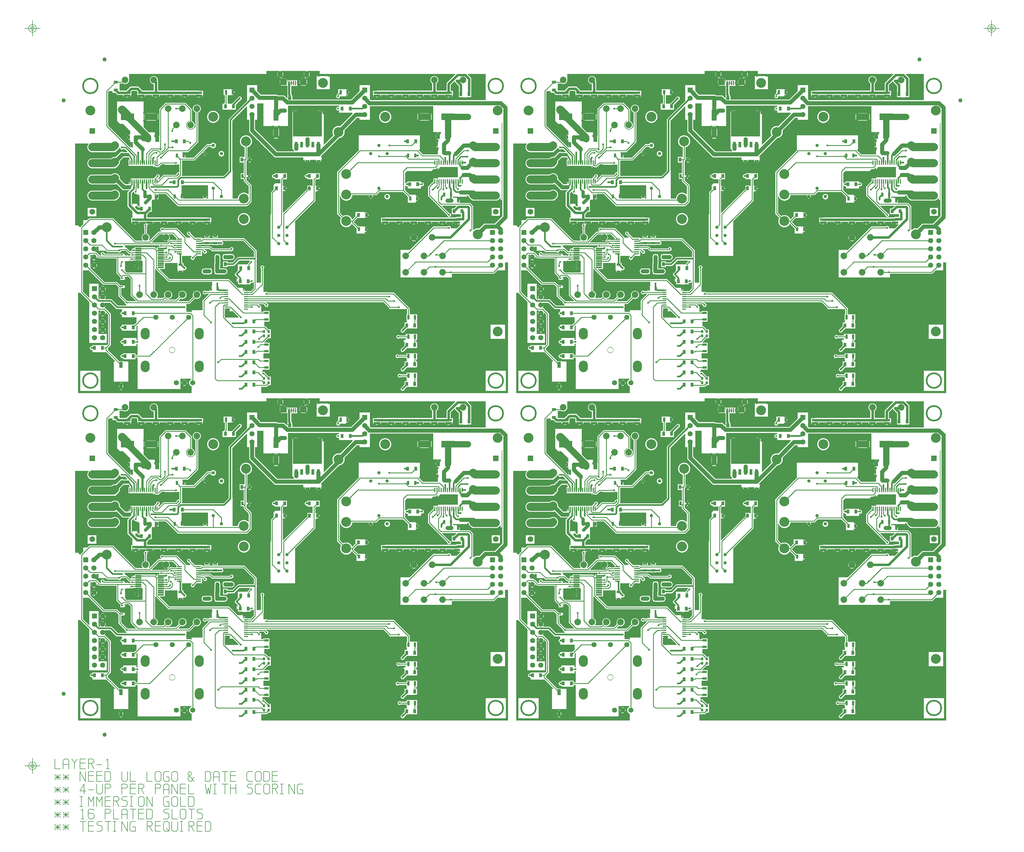
<source format=gbr>
*%FSLAX24Y24*%
%MOIN*%
%IPPOS*%
%ADD10C,0.2X0.158*%
%ADD11C,0.024*%
%ADD12C,0.063*%
%ADD13R,0.063X0.063*%
%ADD14C,0.07*%
%ADD15R,0.07X0.07*%
%ADD16C,0.12*%
%ADD17R,0.0374X0.0516*%
%ADD18C,0.08*%
%ADD19R,0.0516X0.0374*%
%ADD20R,0.0406X0.0744*%
%ADD21R,0.028X0.0146*%
%ADD22R,0.076X0.0189*%
%ADD23C,0.02*%
%ADD24R,0.0839X0.0303*%
%ADD25R,0.2165X0.1142*%
%ADD26R,0.0158X0.0575*%
%ADD27R,0.026X0.0516*%
%ADD28R,0.1638X0.0835*%
%ADD29O,0.11X0.141*%
%ADD30C,0.062*%
%ADD31R,0.0476X0.0697*%
%ADD32C,0.074X0.066*%
%ADD33R,0.0516X0.026*%
%ADD34R,0.0594X0.0161*%
%ADD35C,0.04*%
%ADD36R,0.0516X0.0161*%
%ADD37R,0.0299X0.0535*%
%ADD38R,0.0535X0.0299*%
%ADD39R,0.0303X0.0362*%
%ADD40R,0.061X0.1382*%
%ADD41R,0.0402X0.0406*%
%ADD42R,0.083X0.079*%
%ADD43R,0.016X0.053*%
%ADD44R,0.063X0.075*%
%ADD45R,0.3555X0.3173*%
%ADD46R,0.0362X0.0697*%
%ADD47C,0.01*%
%ADD48C,0.02*%
%ADD49C,0.03*%
%ADD50C,0.05*%
%ADD51C,0.015*%
%ADD52C,0.025*%
%ADD53C,0.016*%
%ADD54C,0.018*%
%ADD55C,0.075*%
%ADD56C,0.1*%
%ADD57C,0.007*%
%ADD58C,0.008*%
%ADD59C,0.039*%
%ADD60C,0.22*%
%ADD61C,0.036*%
%AMD62*
1,1,0.09,0.0,0.0*
1,0,0.07,0.0,0.0*
20,0,0.015,0.0337,-0.0337,-0.0337,0.0337,0.0*
20,0,0.015,-0.0337,-0.0337,0.0337,0.0337,0.0*%
%ADD62D62*%
G04:---LTIenv:A062:5,0.09,0.015,0.07,4,45.0 *
%ADD63C,0.04*%
%AMD64*
1,1,0.082,0.0,0.0*
1,0,0.062,0.0,0.0*
20,0,0.015,0.0308,-0.0308,-0.0308,0.0308,0.0*
20,0,0.015,-0.0308,-0.0308,0.0308,0.0308,0.0*%
%ADD64D64*%
G04:---LTIenv:A064:5,0.082,0.015,0.062,4,45.0 *
%ADD65C,0.15*%
%ADD66C,0.05*%
%ADD67R,0.25X0.25*%
%ADD68C,0.1*%
%AMD69*
1,1,0.1,0.0,0.0*
1,0,0.0875,0.0,0.0*
1,1,0.05,0.0,0.0*
1,0,0.0375,0.0,0.0*
20,1,0.0062,0.0,-0.0969,0.0,0.0969,0.0*
20,1,0.0062,-0.0969,0.0,0.0969,0.0,0.0*%
%ADD69D69*%
G04:---LTIenv:A069:6,0.2,6 *
%ADD100C,0.04*%
%ADD101C,0.062*%
%ADD104C,0.02*%
%ADD105C,0.01*%
%ADD106C,0.02*%
%ADD107C,0.03*%
%ADD108C,0.05*%
%ADD109C,0.1*%
%ADD110C,0.026*%
%ADD117C,0.026*%
%ADD118R,0.042X0.076*%
%ADD119R,0.362X0.323*%
%ADD120C,0.08*%
%ADD121C,0.056*%
%ADD122C,0.085*%
%ADD123C,0.078*%
%ADD124C,0.094*%
%AMD125*
1,1,0.084,0.0,0.0*
1,0,0.064,0.0,0.0*
20,0,0.015,0.0315,-0.0315,-0.0315,0.0315,0.0*
20,0,0.015,-0.0315,-0.0315,0.0315,0.0315,0.0*%
%ADD125D125*%
G04:---LTIenv:A125:5,0.084,0.015,0.064,4,45.0 *
%ADD126O,0.125X0.154*%
%ADD127R,0.069X0.081*%
%ADD128C,0.135*%
%ADD131C,0.068*%
%ADD132C,0.046*%
%ADD135C,0.126*%
%ADD136R,0.076X0.076*%
%ADD137C,0.076*%
%ADD138R,0.069X0.069*%
%ADD139C,0.069*%
%ADD140C,0.03*%
%ADD141C,0.206*%
%ADD142R,0.02X0.057*%
%ADD143R,0.089X0.085*%
%ADD144R,0.046X0.047*%
%ADD145R,0.067X0.144*%
%ADD146R,0.036X0.042*%
%ADD147R,0.06X0.036*%
%ADD148R,0.036X0.06*%
%ADD149R,0.056X0.02*%
%ADD150C,0.046*%
%ADD151R,0.063X0.02*%
%ADD152R,0.058X0.032*%
%ADD153C,0.08*%
%ADD154R,0.054X0.076*%
%ADD155C,0.068*%
%ADD156O,0.116X0.147*%
%ADD157R,0.17X0.09*%
%ADD158R,0.032X0.058*%
%ADD159R,0.02X0.062*%
%ADD160R,0.223X0.12*%
%ADD161R,0.087X0.0325*%
%ADD162R,0.078X0.02*%
%ADD163R,0.034X0.021*%
%ADD164R,0.047X0.08*%
%ADD165R,0.058X0.043*%
%ADD166C,0.086*%
%ADD167R,0.043X0.058*%
%ADD168C,0.126*%
%ADD169R,0.076X0.076*%
%ADD170C,0.076*%
%ADD171R,0.069X0.069*%
%ADD172C,0.069*%
%ADD173C,0.03*%
%ADD174C,0.206*%
%ADD200C,0.002*%
%ADD901C,0.01*%
G04:---LTIenv:A901:15,0.01,1 *
%ADD902C,0.013*%
G04:---LTIenv:A902:15,0.013,2 *
%ADD903C,0.028*%
G04:---LTIenv:A903:15,0.028,3 *
%ADD904C,0.042*%
G04:---LTIenv:A904:15,0.042,4 *
%ADD905C,0.044*%
G04:---LTIenv:A905:15,0.044,5 *
%ADD906C,0.05*%
G04:---LTIenv:A906:15,0.05,6 *
%ADD907C,0.067*%
G04:---LTIenv:A907:15,0.067,7 *
%ADD908C,0.064*%
G04:---LTIenv:A908:15,0.064,8 *
%ADD909C,0.156*%
G04:---LTIenv:A909:15,0.156,9 *
%ADD910C,0.07*%
G04:---LTIenv:A910:15,0.07,10 *
%ADD911C,0.125*%
G04:---LTIenv:A911:15,0.125,11 *

%LPD*%
D35*X11173Y67577D2*Y67000D1*X11827*X11250Y66250D2*X11827Y66827D1*Y67000*X10327Y66423D2*Y67000D1*X8375Y72125D2*X9125D1*X64673Y67577D2*Y67000D1*X65327*X64750Y66250D2*X65327Y66827D1*Y67000*X63827Y66423D2*Y67000D1*X61875Y72125D2*X62625D1*X64673Y27577D2*Y27000D1*X65327*X64750Y26250D2*X65327Y26827D1*Y27000*X63827Y26423D2*Y27000D1*X61875Y32125D2*X62625D1*X11173Y27577D2*Y27000D1*X11827*X11250Y26250D2*X11827Y26827D1*Y27000*X10327Y26423D2*Y27000D1*X8375Y32125D2*X9125D1*D47*X48063Y74375D2*X48197D1*X49402Y71154D2*Y71527D1*X49146Y71154D2*Y71646D1*X50125Y72625*X50625*X49146Y68846D2*Y68154D1*X49400Y67900*X47866Y68846D2*Y68134D1*X48000Y68000*X48548Y66529D2*X48577Y66500D1*X54600Y58600D2*X53750Y57750D1*X48500*X47098Y68846D2*Y68216D1*X46930Y68048*X47610Y67875D2*Y68846D1*X46842D2*Y68364D1*X46327Y67848*X47354Y68846D2*Y68001D1*X47000Y67647*Y66375*X47300Y66075*X50775*X51086Y65764*Y62996*X50930Y62840*X46587Y68846D2*X45907Y68167D1*Y67152*X48309Y64750*X47500Y59750D2*X47375Y59875D1*X46750*X47500Y59750D2*X48350Y60600D1*X53600*X46050Y59970D2*X47680Y61600D1*X53600*X45250Y59750D2*X45830D1*X46050Y59970*X47500Y57750D2*X48500D1*X45250D2*X45900Y58400D1*X46660*X53400*X53600Y58600*X43047Y71900D2*X43356Y71591D1*X46998*X47098Y71491*Y71154*X43047Y71900D2*Y72000D1*X43327*X46842Y71154D2*Y70766D1*X46615Y70539*X43189*X42760Y70110*Y67730*X44484Y68500D2*X45000D1*X43577Y66750D2*Y66913D1*X42760Y67730*X43000Y59750D2*X46440Y63190D1*X48309*X53600Y59600D2*X53000Y59000D1*X44250*X43000Y57750*X44154Y52250D2*Y51882D1*X44109Y51838*Y51250*X44154Y47500D2*Y47132D1*X44109Y47088*Y46500*X44154Y49875D2*Y49507D1*X44109Y49463*Y48875*X44154Y45125D2*Y44757D1*X44109Y44713*Y44125*X44234Y73750D2*X43734Y73250D1*X41000*X39750Y71900D2*X43047D1*X39750Y68000D2*Y67730D1*X42760*X42094Y49875D2*X43346D1*X42000Y47500D2*X43346D1*X42250Y45125D2*X43346D1*X35096Y79750D2*X34750Y79404D1*Y79250*X46587Y71154D2*X37154D1*X35750Y69750*Y67250D2*X35850Y67350D1*X39370*X39750Y67730*X36500Y64000D2*X35750D1*X34800Y64950*Y69950*X37450Y72600*X44453*X45062Y71991*X47173*X47610Y71554*Y71154*X36500Y64000D2*Y63827D1*X37327Y63000*X36500Y64000D2*X37250Y64750D1*X37266*X29044Y80887D2*X29300D1*X28500Y63250D2*X31803Y66553D1*Y69068*X32234Y69500*X27500Y63250D2*X27850Y63600D1*Y69116*X28234Y69500*X28500Y61250D2*X28100Y61650D1*Y64834*X31266Y68000*X27500Y61250D2*X26729Y62021D1*Y67463*X27266Y68000*X23859Y58250D2*Y58704D1*X24155Y59000*X24210Y56690D2*X24165Y56645D1*X23788*X43346Y52250D2*Y53278D1*X41500Y55125*X26000*X24484Y51750D2*X24706Y51972D1*X26000*X25720Y50520D2*X25469D1*X25449Y50500*X24484*X26280Y49980D2*X25549Y49250D1*X24484*X25720Y49980D2*X25480D1*X25125Y49625*X25000Y48625D2*X25278Y48904D1*X26000*X24484Y48000D2*X24771D1*X24868Y48096*X26000*X25720Y44770D2*X24990Y45500D1*X24484*X26280Y44770D2*X25674Y45375D1*X25625*X26280Y44230D2*X25978Y43929D1*X24555*X24484Y44000*Y46750D2*X25138Y46096D1*X26000*X21016Y78000D2*Y78358D1*X21096Y78439*Y79750*X23016Y71500D2*X23398D1*X23500*Y73750*X23077Y69500D2*X23305Y69272D1*X23398*Y71500*X24625Y59420D2*Y55750D1*X24165Y55290*X23505*X25500Y58375D2*Y56250D1*X24284Y55034*X23505*Y54523D2*X40602D1*X40875Y54250*X41625*X23505Y54778D2*X40998D1*X41000Y54781*X23505Y53755D2*X24124D1*X24150Y53781*X24844*X25125Y53500*X21103Y53499D2*X21626D1*X22875Y52250*X23505Y53499D2*X24250D1*X42170Y53495D2*X41130D1*X40358Y54267*X23505*Y54011D2*X25739D1*X26000Y53750*X21103Y54523D2*X21434D1*X23178Y52778*X26000*X19500Y66592D2*Y68000D1*X23250Y66750D2*X23092Y66592D1*X19500*X18463Y55290D2*X21103D1*X20375Y54625D2*X20528Y54778D1*X21103*X26280Y50520D2*X25799Y51000D1*X21993*X20746Y52248*Y53655*X20846Y53755*X21103*X19125Y54000D2*X19392Y54267D1*X21103*Y55034D2*X19159D1*X18375Y54250*Y52500*X19250Y51625*X26000Y46904D2*X25222D1*X25000Y47125*X20500*X20125Y46750*X21103Y54011D2*X20261D1*X19750Y53500*Y44750*X20000Y44500*X25451*X25720Y44230*X15984Y73750D2*X16480D1*X16700Y73530*X20500Y67000D2*Y67750D1*X19500Y68750*X15734*X17716Y61534D2*X17956D1*X18011Y61590*X18063*X18223Y61750*X23250*X24625Y60375*Y59420*X16520Y62500D2*X17230Y61790D1*X17716*X21750Y60600D2*X21650Y60500D1*X19396*X19130Y60767*X17716*Y60511D2*X18239D1*X18499Y60250*X17001Y59500D2*X17500Y59999D1*X17716*X14997Y77750D2*X15750D1*X14500Y75000D2*Y75250D1*X15000Y75750*X14000Y77750D2*Y73028D1*X14552*X16750Y75750D2*Y77600D1*X16050Y78300*X13750*X13094Y77644*Y72750*X17500Y77750D2*Y73708D1*X16400Y72608*X13983*X13125Y71750*X19500Y73250D2*X18825D1*X17167Y71592*X15527*X15357*Y71720*X15077Y72000*X19500Y66592D2*X15275D1*X14867Y67000*X14827*X17716Y60255D2*X17135D1*X16040Y61350*Y61970*X15010Y63000*X13250*X14112Y60511D2*X14072Y60471D1*Y60028*X13914Y59870*X13690*X13676Y59884*X13122*X14112Y60511D2*X15393D1*X13122Y60140D2*X13802D1*X14880Y60230D2*X14905Y60255D1*X15393*Y61278D2*X14916D1*X14902Y61293*X14383*X14380Y61290*X15393Y60767D2*X14916D1*X14902Y60753*X14678*X14459Y60972*X13152*X14790Y61023D2*X15393D1*X13122Y59116D2*X14248D1*X14520Y59388*Y59766*X14332Y59954*X13828Y59600D2*X13799Y59628D1*X13122*Y59372D2*X13602D1*X13644Y59330*X14080*X14250Y59500*X11640Y71154D2*Y72140D1*X12132Y72632*X12704*X12906Y72430*X13239*X13625Y72816*Y73375*X13094Y72750D2*X13012Y72832D1*X11957*X11384Y72259*Y71154*X14000Y73028D2*Y72908D1*X13322Y72230*X13105*X12663Y71788*Y71154*X11896D2*Y72021D1*X12237Y72362*X12592*X12408Y71154D2*Y70902D1*X12543Y70766*X12784*X13142Y71125*X14997*X12152Y68846D2*Y68549D1*X12291Y68410*X13247*X14087Y69250*X15132*X15527Y69645*Y71592*X14827Y67000D2*X13999Y67828D1*X12436*X12408Y68846D2*X12436Y68875D1*Y69186*X12750Y69500*X12663Y68846D2*X12842D1*X13496Y69500*X15000*X15250Y69750*X23398Y69272D2*Y68950D1*X24000Y68348*Y66400*X23600Y66000*X15250*X13770Y67480*X12262*X11640Y68102*Y68846*X13122Y60396D2*X12592D1*X12336Y60652*X10378*X11250Y62000D2*Y63470D1*X12592Y60396D2*Y58262D1*X14104Y56750*X21375*X23091Y55034*X23505*X11278Y57575D2*Y59484D1*X10878Y59884*X10378*Y60140D2*X11350D1*X12250Y59240*Y55000*X10500D2*Y56125D1*X14000Y55000D2*X13450Y54450D1*X11978*X11278Y55150*Y57575*X8750Y81250D2*X8484Y80984D1*X7600*X10057Y67567D2*X10090Y67600D1*Y68206*X10104Y68220*Y68846*X10378Y60140D2*X9742D1*X9725Y60157*X9275*X8882Y60550*X8205*X8051Y60396*X9760Y60460D2*X9824Y60396D1*X10378*Y59884D2*X9616D1*X9613Y59887*X8391Y59000D2*X8250Y58859D1*Y58500*X8391Y57000D2*X8324Y57067D1*Y57223*X7861Y57686*Y59628*X10378D2*X9760D1*X9748Y59617*X8764*X8753Y59628*X7861*X11278Y57575D2*X8816D1*X8391Y58000*X9500Y59347D2*X9525Y59372D1*X10378*X15750Y55000D2*X15000Y54250D1*X10332*X9589Y54993*Y57013*X9227Y57375*X8476*X8324Y57223*X8101Y56000D2*X8391D1*X17000Y44250D2*Y52450D1*X16700Y52750*X9734*X8101Y56000D2*Y54898D1*X8949Y54050*X16550*X17500Y55000*X9734Y49250D2*X10250D1*X9734Y51000D2*X10984Y52250D1*X12500*X9734Y47500D2*X11750D1*X16500Y52250*X10104Y71154D2*Y72018D1*X6516Y75607*Y79900*X7600Y80984*X6000Y60000D2*X6125Y59875D1*X8391*X15393Y61534D2*X14518D1*X14492Y61560*X14261*X13942Y61242*X7508*X7500Y61250*X6423Y48500D2*Y48257D1*X8250Y46430*X5984Y48500D2*X6423D1*X6823Y48900*Y52650*X6223Y53250*X5500*X5000Y53750*X8051Y60396D2*X6609D1*X5930Y61075*X4475*X3950Y61600*X7861Y59628D2*X5615D1*X5178Y60065*X4415*X3950Y59600*X8101Y56000D2*X7686Y56415D1*X6135*X3950Y58600*X15393Y61790D2*X14633Y62550D1*X12875*X11775Y61450*X9969*X7219Y64200*X4435*X3435Y63200*Y55315*X5000Y53750*X101563Y74375D2*X101697D1*X102902Y71154D2*Y71527D1*X102646Y71154D2*Y71646D1*X103625Y72625*X104125*X102646Y68846D2*Y68154D1*X102900Y67900*X101366Y68846D2*Y68134D1*X101500Y68000*X102048Y66529D2*X102077Y66500D1*X108100Y58600D2*X107250Y57750D1*X102000*X100598Y68846D2*Y68216D1*X100430Y68048*X101110Y67875D2*Y68846D1*X100342D2*Y68364D1*X99827Y67848*X100854Y68846D2*Y68001D1*X100500Y67647*Y66375*X100800Y66075*X104275*X104586Y65764*Y62996*X104430Y62840*X100087Y68846D2*X99407Y68167D1*Y67152*X101809Y64750*X101000Y59750D2*X100875Y59875D1*X100250*X101000Y59750D2*X101850Y60600D1*X107100*X99550Y59970D2*X101180Y61600D1*X107100*X98750Y59750D2*X99330D1*X99550Y59970*X101000Y57750D2*X102000D1*X98750D2*X99400Y58400D1*X100160*X106900*X107100Y58600*X96547Y71900D2*X96856Y71591D1*X100498*X100598Y71491*Y71154*X96547Y71900D2*Y72000D1*X96827*X100342Y71154D2*Y70766D1*X100115Y70539*X96689*X96260Y70110*Y67730*X97984Y68500D2*X98500D1*X97077Y66750D2*Y66913D1*X96260Y67730*X96500Y59750D2*X99940Y63190D1*X101809*X107100Y59600D2*X106500Y59000D1*X97750*X96500Y57750*X97654Y52250D2*Y51882D1*X97609Y51838*Y51250*X97654Y47500D2*Y47132D1*X97609Y47088*Y46500*X97654Y49875D2*Y49507D1*X97609Y49463*Y48875*X97654Y45125D2*Y44757D1*X97609Y44713*Y44125*X97734Y73750D2*X97234Y73250D1*X94500*X93250Y71900D2*X96547D1*X93250Y68000D2*Y67730D1*X96260*X95594Y49875D2*X96846D1*X95500Y47500D2*X96846D1*X95750Y45125D2*X96846D1*X88596Y79750D2*X88250Y79404D1*Y79250*X100087Y71154D2*X90654D1*X89250Y69750*Y67250D2*X89350Y67350D1*X92870*X93250Y67730*X90000Y64000D2*X89250D1*X88300Y64950*Y69950*X90950Y72600*X97953*X98562Y71991*X100673*X101110Y71554*Y71154*X90000Y64000D2*Y63827D1*X90827Y63000*X90000Y64000D2*X90750Y64750D1*X90766*X82544Y80887D2*X82800D1*X82000Y63250D2*X85303Y66553D1*Y69068*X85734Y69500*X81000Y63250D2*X81350Y63600D1*Y69116*X81734Y69500*X82000Y61250D2*X81600Y61650D1*Y64834*X84766Y68000*X81000Y61250D2*X80229Y62021D1*Y67463*X80766Y68000*X77359Y58250D2*Y58704D1*X77655Y59000*X77710Y56690D2*X77665Y56645D1*X77288*X96846Y52250D2*Y53278D1*X95000Y55125*X79500*X77984Y51750D2*X78206Y51972D1*X79500*X79220Y50520D2*X78969D1*X78949Y50500*X77984*X79780Y49980D2*X79049Y49250D1*X77984*X79220Y49980D2*X78980D1*X78625Y49625*X78500Y48625D2*X78778Y48904D1*X79500*X77984Y48000D2*X78271D1*X78368Y48096*X79500*X79220Y44770D2*X78490Y45500D1*X77984*X79780Y44770D2*X79174Y45375D1*X79125*X79780Y44230D2*X79478Y43929D1*X78055*X77984Y44000*Y46750D2*X78638Y46096D1*X79500*X74516Y78000D2*Y78358D1*X74596Y78439*Y79750*X76516Y71500D2*X76898D1*X77000*Y73750*X76577Y69500D2*X76805Y69272D1*X76898*Y71500*X78125Y59420D2*Y55750D1*X77665Y55290*X77005*X79000Y58375D2*Y56250D1*X77784Y55034*X77005*Y54523D2*X94102D1*X94375Y54250*X95125*X77005Y54778D2*X94498D1*X94500Y54781*X77005Y53755D2*X77624D1*X77650Y53781*X78344*X78625Y53500*X74603Y53499D2*X75126D1*X76375Y52250*X77005Y53499D2*X77750D1*X95670Y53495D2*X94630D1*X93858Y54267*X77005*Y54011D2*X79239D1*X79500Y53750*X74603Y54523D2*X74934D1*X76678Y52778*X79500*X73000Y66592D2*Y68000D1*X76750Y66750D2*X76592Y66592D1*X73000*X71963Y55290D2*X74603D1*X73875Y54625D2*X74028Y54778D1*X74603*X79780Y50520D2*X79299Y51000D1*X75493*X74246Y52248*Y53655*X74346Y53755*X74603*X72625Y54000D2*X72892Y54267D1*X74603*Y55034D2*X72659D1*X71875Y54250*Y52500*X72750Y51625*X79500Y46904D2*X78722D1*X78500Y47125*X74000*X73625Y46750*X74603Y54011D2*X73761D1*X73250Y53500*Y44750*X73500Y44500*X78951*X79220Y44230*X69484Y73750D2*X69980D1*X70200Y73530*X74000Y67000D2*Y67750D1*X73000Y68750*X69234*X71216Y61534D2*X71456D1*X71511Y61590*X71563*X71723Y61750*X76750*X78125Y60375*Y59420*X70020Y62500D2*X70730Y61790D1*X71216*X75250Y60600D2*X75150Y60500D1*X72896*X72630Y60767*X71216*Y60511D2*X71739D1*X71999Y60250*X70501Y59500D2*X71000Y59999D1*X71216*X68497Y77750D2*X69250D1*X68000Y75000D2*Y75250D1*X68500Y75750*X67500Y77750D2*Y73028D1*X68052*X70250Y75750D2*Y77600D1*X69550Y78300*X67250*X66594Y77644*Y72750*X71000Y77750D2*Y73708D1*X69900Y72608*X67483*X66625Y71750*X73000Y73250D2*X72325D1*X70667Y71592*X69027*X68857*Y71720*X68577Y72000*X73000Y66592D2*X68775D1*X68367Y67000*X68327*X71216Y60255D2*X70635D1*X69540Y61350*Y61970*X68510Y63000*X66750*X67612Y60511D2*X67572Y60471D1*Y60028*X67414Y59870*X67190*X67176Y59884*X66622*X67612Y60511D2*X68893D1*X66622Y60140D2*X67302D1*X68380Y60230D2*X68405Y60255D1*X68893*Y61278D2*X68416D1*X68402Y61293*X67883*X67880Y61290*X68893Y60767D2*X68416D1*X68402Y60753*X68178*X67959Y60972*X66652*X68290Y61023D2*X68893D1*X66622Y59116D2*X67748D1*X68020Y59388*Y59766*X67832Y59954*X67328Y59600D2*X67299Y59628D1*X66622*Y59372D2*X67102D1*X67144Y59330*X67580*X67750Y59500*X65140Y71154D2*Y72140D1*X65632Y72632*X66204*X66406Y72430*X66739*X67125Y72816*Y73375*X66594Y72750D2*X66512Y72832D1*X65457*X64884Y72259*Y71154*X67500Y73028D2*Y72908D1*X66822Y72230*X66605*X66163Y71788*Y71154*X65396D2*Y72021D1*X65737Y72362*X66092*X65908Y71154D2*Y70902D1*X66043Y70766*X66284*X66642Y71125*X68497*X65652Y68846D2*Y68549D1*X65791Y68410*X66747*X67587Y69250*X68632*X69027Y69645*Y71592*X68327Y67000D2*X67499Y67828D1*X65936*X65908Y68846D2*X65936Y68875D1*Y69186*X66250Y69500*X66163Y68846D2*X66342D1*X66996Y69500*X68500*X68750Y69750*X76898Y69272D2*Y68950D1*X77500Y68348*Y66400*X77100Y66000*X68750*X67270Y67480*X65762*X65140Y68102*Y68846*X66622Y60396D2*X66092D1*X65836Y60652*X63878*X64750Y62000D2*Y63470D1*X66092Y60396D2*Y58262D1*X67604Y56750*X74875*X76591Y55034*X77005*X64778Y57575D2*Y59484D1*X64378Y59884*X63878*Y60140D2*X64850D1*X65750Y59240*Y55000*X64000D2*Y56125D1*X67500Y55000D2*X66950Y54450D1*X65478*X64778Y55150*Y57575*X62250Y81250D2*X61984Y80984D1*X61100*X63557Y67567D2*X63590Y67600D1*Y68206*X63604Y68220*Y68846*X63878Y60140D2*X63242D1*X63225Y60157*X62775*X62382Y60550*X61705*X61551Y60396*X63260Y60460D2*X63324Y60396D1*X63878*Y59884D2*X63116D1*X63113Y59887*X61891Y59000D2*X61750Y58859D1*Y58500*X61891Y57000D2*X61824Y57067D1*Y57223*X61361Y57686*Y59628*X63878D2*X63260D1*X63248Y59617*X62264*X62253Y59628*X61361*X64778Y57575D2*X62316D1*X61891Y58000*X63000Y59347D2*X63025Y59372D1*X63878*X69250Y55000D2*X68500Y54250D1*X63832*X63089Y54993*Y57013*X62727Y57375*X61976*X61824Y57223*X61601Y56000D2*X61891D1*X70500Y44250D2*Y52450D1*X70200Y52750*X63234*X61601Y56000D2*Y54898D1*X62449Y54050*X70050*X71000Y55000*X63234Y49250D2*X63750D1*X63234Y51000D2*X64484Y52250D1*X66000*X63234Y47500D2*X65250D1*X70000Y52250*X63604Y71154D2*Y72018D1*X60016Y75607*Y79900*X61100Y80984*X59500Y60000D2*X59625Y59875D1*X61891*X68893Y61534D2*X68018D1*X67992Y61560*X67761*X67442Y61242*X61008*X61000Y61250*X59923Y48500D2*Y48257D1*X61750Y46430*X59484Y48500D2*X59923D1*X60323Y48900*Y52650*X59723Y53250*X59000*X58500Y53750*X61551Y60396D2*X60109D1*X59430Y61075*X57975*X57450Y61600*X61361Y59628D2*X59115D1*X58678Y60065*X57915*X57450Y59600*X61601Y56000D2*X61186Y56415D1*X59635*X57450Y58600*X68893Y61790D2*X68133Y62550D1*X66375*X65275Y61450*X63469*X60719Y64200*X57935*X56935Y63200*Y55315*X58500Y53750*X101563Y34375D2*X101697D1*X102902Y31154D2*Y31527D1*X102646Y31154D2*Y31646D1*X103625Y32625*X104125*X102646Y28846D2*Y28154D1*X102900Y27900*X101366Y28846D2*Y28134D1*X101500Y28000*X102048Y26529D2*X102077Y26500D1*X108100Y18600D2*X107250Y17750D1*X102000*X100598Y28846D2*Y28216D1*X100430Y28048*X101110Y27875D2*Y28846D1*X100342D2*Y28364D1*X99827Y27848*X100854Y28846D2*Y28001D1*X100500Y27647*Y26375*X100800Y26075*X104275*X104586Y25764*Y22996*X104430Y22840*X100087Y28846D2*X99407Y28167D1*Y27152*X101809Y24750*X101000Y19750D2*X100875Y19875D1*X100250*X101000Y19750D2*X101850Y20600D1*X107100*X99550Y19970D2*X101180Y21600D1*X107100*X98750Y19750D2*X99330D1*X99550Y19970*X101000Y17750D2*X102000D1*X98750D2*X99400Y18400D1*X100160*X106900*X107100Y18600*X96547Y31900D2*X96856Y31591D1*X100498*X100598Y31491*Y31154*X96547Y31900D2*Y32000D1*X96827*X100342Y31154D2*Y30766D1*X100115Y30539*X96689*X96260Y30110*Y27730*X97984Y28500D2*X98500D1*X97077Y26750D2*Y26913D1*X96260Y27730*X96500Y19750D2*X99940Y23190D1*X101809*X107100Y19600D2*X106500Y19000D1*X97750*X96500Y17750*X97654Y12250D2*Y11882D1*X97609Y11838*Y11250*X97654Y7500D2*Y7132D1*X97609Y7088*Y6500*X97654Y9875D2*Y9507D1*X97609Y9463*Y8875*X97654Y5125D2*Y4757D1*X97609Y4713*Y4125*X97734Y33750D2*X97234Y33250D1*X94500*X93250Y31900D2*X96547D1*X93250Y28000D2*Y27730D1*X96260*X95594Y9875D2*X96846D1*X95500Y7500D2*X96846D1*X95750Y5125D2*X96846D1*X88596Y39750D2*X88250Y39404D1*Y39250*X100087Y31154D2*X90654D1*X89250Y29750*Y27250D2*X89350Y27350D1*X92870*X93250Y27730*X90000Y24000D2*X89250D1*X88300Y24950*Y29950*X90950Y32600*X97953*X98562Y31991*X100673*X101110Y31554*Y31154*X90000Y24000D2*Y23827D1*X90827Y23000*X90000Y24000D2*X90750Y24750D1*X90766*X82544Y40887D2*X82800D1*X82000Y23250D2*X85303Y26553D1*Y29068*X85734Y29500*X81000Y23250D2*X81350Y23600D1*Y29116*X81734Y29500*X82000Y21250D2*X81600Y21650D1*Y24834*X84766Y28000*X81000Y21250D2*X80229Y22021D1*Y27463*X80766Y28000*X77359Y18250D2*Y18704D1*X77655Y19000*X77710Y16690D2*X77665Y16645D1*X77288*X96846Y12250D2*Y13278D1*X95000Y15125*X79500*X77984Y11750D2*X78206Y11972D1*X79500*X79220Y10520D2*X78969D1*X78949Y10500*X77984*X79780Y9980D2*X79049Y9250D1*X77984*X79220Y9980D2*X78980D1*X78625Y9625*X78500Y8625D2*X78778Y8904D1*X79500*X77984Y8000D2*X78271D1*X78368Y8096*X79500*X79220Y4770D2*X78490Y5500D1*X77984*X79780Y4770D2*X79174Y5375D1*X79125*X79780Y4230D2*X79478Y3929D1*X78055*X77984Y4000*Y6750D2*X78638Y6096D1*X79500*X74516Y38000D2*Y38358D1*X74596Y38439*Y39750*X76516Y31500D2*X76898D1*X77000*Y33750*X76577Y29500D2*X76805Y29272D1*X76898*Y31500*X78125Y19420D2*Y15750D1*X77665Y15290*X77005*X79000Y18375D2*Y16250D1*X77784Y15034*X77005*Y14523D2*X94102D1*X94375Y14250*X95125*X77005Y14778D2*X94498D1*X94500Y14781*X77005Y13755D2*X77624D1*X77650Y13781*X78344*X78625Y13500*X74603Y13499D2*X75126D1*X76375Y12250*X77005Y13499D2*X77750D1*X95670Y13495D2*X94630D1*X93858Y14267*X77005*Y14011D2*X79239D1*X79500Y13750*X74603Y14523D2*X74934D1*X76678Y12778*X79500*X73000Y26592D2*Y28000D1*X76750Y26750D2*X76592Y26592D1*X73000*X71963Y15290D2*X74603D1*X73875Y14625D2*X74028Y14778D1*X74603*X79780Y10520D2*X79299Y11000D1*X75493*X74246Y12248*Y13655*X74346Y13755*X74603*X72625Y14000D2*X72892Y14267D1*X74603*Y15034D2*X72659D1*X71875Y14250*Y12500*X72750Y11625*X79500Y6904D2*X78722D1*X78500Y7125*X74000*X73625Y6750*X74603Y14011D2*X73761D1*X73250Y13500*Y4750*X73500Y4500*X78951*X79220Y4230*X69484Y33750D2*X69980D1*X70200Y33530*X74000Y27000D2*Y27750D1*X73000Y28750*X69234*X71216Y21534D2*X71456D1*X71511Y21590*X71563*X71723Y21750*X76750*X78125Y20375*Y19420*X70020Y22500D2*X70730Y21790D1*X71216*X75250Y20600D2*X75150Y20500D1*X72896*X72630Y20767*X71216*Y20511D2*X71739D1*X71999Y20250*X70501Y19500D2*X71000Y19999D1*X71216*X68497Y37750D2*X69250D1*X68000Y35000D2*Y35250D1*X68500Y35750*X67500Y37750D2*Y33028D1*X68052*X70250Y35750D2*Y37600D1*X69550Y38300*X67250*X66594Y37644*Y32750*X71000Y37750D2*Y33708D1*X69900Y32608*X67483*X66625Y31750*X73000Y33250D2*X72325D1*X70667Y31592*X69027*X68857*Y31720*X68577Y32000*X73000Y26592D2*X68775D1*X68367Y27000*X68327*X71216Y20255D2*X70635D1*X69540Y21350*Y21970*X68510Y23000*X66750*X67612Y20511D2*X67572Y20471D1*Y20028*X67414Y19870*X67190*X67176Y19884*X66622*X67612Y20511D2*X68893D1*X66622Y20140D2*X67302D1*X68380Y20230D2*X68405Y20255D1*X68893*Y21278D2*X68416D1*X68402Y21293*X67883*X67880Y21290*X68893Y20767D2*X68416D1*X68402Y20753*X68178*X67959Y20972*X66652*X68290Y21023D2*X68893D1*X66622Y19116D2*X67748D1*X68020Y19388*Y19766*X67832Y19954*X67328Y19600D2*X67299Y19628D1*X66622*Y19372D2*X67102D1*X67144Y19330*X67580*X67750Y19500*X65140Y31154D2*Y32140D1*X65632Y32632*X66204*X66406Y32430*X66739*X67125Y32816*Y33375*X66594Y32750D2*X66512Y32832D1*X65457*X64884Y32259*Y31154*X67500Y33028D2*Y32908D1*X66822Y32230*X66605*X66163Y31788*Y31154*X65396D2*Y32021D1*X65737Y32362*X66092*X65908Y31154D2*Y30902D1*X66043Y30766*X66284*X66642Y31125*X68497*X65652Y28846D2*Y28549D1*X65791Y28410*X66747*X67587Y29250*X68632*X69027Y29645*Y31592*X68327Y27000D2*X67499Y27828D1*X65936*X65908Y28846D2*X65936Y28875D1*Y29186*X66250Y29500*X66163Y28846D2*X66342D1*X66996Y29500*X68500*X68750Y29750*X76898Y29272D2*Y28950D1*X77500Y28348*Y26400*X77100Y26000*X68750*X67270Y27480*X65762*X65140Y28102*Y28846*X66622Y20396D2*X66092D1*X65836Y20652*X63878*X64750Y22000D2*Y23470D1*X66092Y20396D2*Y18262D1*X67604Y16750*X74875*X76591Y15034*X77005*X64778Y17575D2*Y19484D1*X64378Y19884*X63878*Y20140D2*X64850D1*X65750Y19240*Y15000*X64000D2*Y16125D1*X67500Y15000D2*X66950Y14450D1*X65478*X64778Y15150*Y17575*X62250Y41250D2*X61984Y40984D1*X61100*X63557Y27567D2*X63590Y27600D1*Y28206*X63604Y28220*Y28846*X63878Y20140D2*X63242D1*X63225Y20157*X62775*X62382Y20550*X61705*X61551Y20396*X63260Y20460D2*X63324Y20396D1*X63878*Y19884D2*X63116D1*X63113Y19887*X61891Y19000D2*X61750Y18859D1*Y18500*X61891Y17000D2*X61824Y17067D1*Y17223*X61361Y17686*Y19628*X63878D2*X63260D1*X63248Y19617*X62264*X62253Y19628*X61361*X64778Y17575D2*X62316D1*X61891Y18000*X63000Y19347D2*X63025Y19372D1*X63878*X69250Y15000D2*X68500Y14250D1*X63832*X63089Y14993*Y17013*X62727Y17375*X61976*X61824Y17223*X61601Y16000D2*X61891D1*X70500Y4250D2*Y12450D1*X70200Y12750*X63234*X61601Y16000D2*Y14898D1*X62449Y14050*X70050*X71000Y15000*X63234Y9250D2*X63750D1*X63234Y11000D2*X64484Y12250D1*X66000*X63234Y7500D2*X65250D1*X70000Y12250*X63604Y31154D2*Y32018D1*X60016Y35607*Y39900*X61100Y40984*X59500Y20000D2*X59625Y19875D1*X61891*X68893Y21534D2*X68018D1*X67992Y21560*X67761*X67442Y21242*X61008*X61000Y21250*X59923Y8500D2*Y8257D1*X61750Y6430*X59484Y8500D2*X59923D1*X60323Y8900*Y12650*X59723Y13250*X59000*X58500Y13750*X61551Y20396D2*X60109D1*X59430Y21075*X57975*X57450Y21600*X61361Y19628D2*X59115D1*X58678Y20065*X57915*X57450Y19600*X61601Y16000D2*X61186Y16415D1*X59635*X57450Y18600*X68893Y21790D2*X68133Y22550D1*X66375*X65275Y21450*X63469*X60719Y24200*X57935*X56935Y23200*Y15315*X58500Y13750*X48063Y34375D2*X48197D1*X49402Y31154D2*Y31527D1*X49146Y31154D2*Y31646D1*X50125Y32625*X50625*X49146Y28846D2*Y28154D1*X49400Y27900*X47866Y28846D2*Y28134D1*X48000Y28000*X48548Y26529D2*X48577Y26500D1*X54600Y18600D2*X53750Y17750D1*X48500*X47098Y28846D2*Y28216D1*X46930Y28048*X47610Y27875D2*Y28846D1*X46842D2*Y28364D1*X46327Y27848*X47354Y28846D2*Y28001D1*X47000Y27647*Y26375*X47300Y26075*X50775*X51086Y25764*Y22996*X50930Y22840*X46587Y28846D2*X45907Y28167D1*Y27152*X48309Y24750*X47500Y19750D2*X47375Y19875D1*X46750*X47500Y19750D2*X48350Y20600D1*X53600*X46050Y19970D2*X47680Y21600D1*X53600*X45250Y19750D2*X45830D1*X46050Y19970*X47500Y17750D2*X48500D1*X45250D2*X45900Y18400D1*X46660*X53400*X53600Y18600*X43047Y31900D2*X43356Y31591D1*X46998*X47098Y31491*Y31154*X43047Y31900D2*Y32000D1*X43327*X46842Y31154D2*Y30766D1*X46615Y30539*X43189*X42760Y30110*Y27730*X44484Y28500D2*X45000D1*X43577Y26750D2*Y26913D1*X42760Y27730*X43000Y19750D2*X46440Y23190D1*X48309*X53600Y19600D2*X53000Y19000D1*X44250*X43000Y17750*X44154Y12250D2*Y11882D1*X44109Y11838*Y11250*X44154Y7500D2*Y7132D1*X44109Y7088*Y6500*X44154Y9875D2*Y9507D1*X44109Y9463*Y8875*X44154Y5125D2*Y4757D1*X44109Y4713*Y4125*X44234Y33750D2*X43734Y33250D1*X41000*X39750Y31900D2*X43047D1*X39750Y28000D2*Y27730D1*X42760*X42094Y9875D2*X43346D1*X42000Y7500D2*X43346D1*X42250Y5125D2*X43346D1*X35096Y39750D2*X34750Y39404D1*Y39250*X46587Y31154D2*X37154D1*X35750Y29750*Y27250D2*X35850Y27350D1*X39370*X39750Y27730*X36500Y24000D2*X35750D1*X34800Y24950*Y29950*X37450Y32600*X44453*X45062Y31991*X47173*X47610Y31554*Y31154*X36500Y24000D2*Y23827D1*X37327Y23000*X36500Y24000D2*X37250Y24750D1*X37266*X29044Y40887D2*X29300D1*X28500Y23250D2*X31803Y26553D1*Y29068*X32234Y29500*X27500Y23250D2*X27850Y23600D1*Y29116*X28234Y29500*X28500Y21250D2*X28100Y21650D1*Y24834*X31266Y28000*X27500Y21250D2*X26729Y22021D1*Y27463*X27266Y28000*X23859Y18250D2*Y18704D1*X24155Y19000*X24210Y16690D2*X24165Y16645D1*X23788*X43346Y12250D2*Y13278D1*X41500Y15125*X26000*X24484Y11750D2*X24706Y11972D1*X26000*X25720Y10520D2*X25469D1*X25449Y10500*X24484*X26280Y9980D2*X25549Y9250D1*X24484*X25720Y9980D2*X25480D1*X25125Y9625*X25000Y8625D2*X25278Y8904D1*X26000*X24484Y8000D2*X24771D1*X24868Y8096*X26000*X25720Y4770D2*X24990Y5500D1*X24484*X26280Y4770D2*X25674Y5375D1*X25625*X26280Y4230D2*X25978Y3929D1*X24555*X24484Y4000*Y6750D2*X25138Y6096D1*X26000*X21016Y38000D2*Y38358D1*X21096Y38439*Y39750*X23016Y31500D2*X23398D1*X23500*Y33750*X23077Y29500D2*X23305Y29272D1*X23398*Y31500*X24625Y19420D2*Y15750D1*X24165Y15290*X23505*X25500Y18375D2*Y16250D1*X24284Y15034*X23505*Y14523D2*X40602D1*X40875Y14250*X41625*X23505Y14778D2*X40998D1*X41000Y14781*X23505Y13755D2*X24124D1*X24150Y13781*X24844*X25125Y13500*X21103Y13499D2*X21626D1*X22875Y12250*X23505Y13499D2*X24250D1*X42170Y13495D2*X41130D1*X40358Y14267*X23505*Y14011D2*X25739D1*X26000Y13750*X21103Y14523D2*X21434D1*X23178Y12778*X26000*X19500Y26592D2*Y28000D1*X23250Y26750D2*X23092Y26592D1*X19500*X18463Y15290D2*X21103D1*X20375Y14625D2*X20528Y14778D1*X21103*X26280Y10520D2*X25799Y11000D1*X21993*X20746Y12248*Y13655*X20846Y13755*X21103*X19125Y14000D2*X19392Y14267D1*X21103*Y15034D2*X19159D1*X18375Y14250*Y12500*X19250Y11625*X26000Y6904D2*X25222D1*X25000Y7125*X20500*X20125Y6750*X21103Y14011D2*X20261D1*X19750Y13500*Y4750*X20000Y4500*X25451*X25720Y4230*X15984Y33750D2*X16480D1*X16700Y33530*X20500Y27000D2*Y27750D1*X19500Y28750*X15734*X17716Y21534D2*X17956D1*X18011Y21590*X18063*X18223Y21750*X23250*X24625Y20375*Y19420*X16520Y22500D2*X17230Y21790D1*X17716*X21750Y20600D2*X21650Y20500D1*X19396*X19130Y20767*X17716*Y20511D2*X18239D1*X18499Y20250*X17001Y19500D2*X17500Y19999D1*X17716*X14997Y37750D2*X15750D1*X14500Y35000D2*Y35250D1*X15000Y35750*X14000Y37750D2*Y33028D1*X14552*X16750Y35750D2*Y37600D1*X16050Y38300*X13750*X13094Y37644*Y32750*X17500Y37750D2*Y33708D1*X16400Y32608*X13983*X13125Y31750*X19500Y33250D2*X18825D1*X17167Y31592*X15527*X15357*Y31720*X15077Y32000*X19500Y26592D2*X15275D1*X14867Y27000*X14827*X17716Y20255D2*X17135D1*X16040Y21350*Y21970*X15010Y23000*X13250*X14112Y20511D2*X14072Y20471D1*Y20028*X13914Y19870*X13690*X13676Y19884*X13122*X14112Y20511D2*X15393D1*X13122Y20140D2*X13802D1*X14880Y20230D2*X14905Y20255D1*X15393*Y21278D2*X14916D1*X14902Y21293*X14383*X14380Y21290*X15393Y20767D2*X14916D1*X14902Y20753*X14678*X14459Y20972*X13152*X14790Y21023D2*X15393D1*X13122Y19116D2*X14248D1*X14520Y19388*Y19766*X14332Y19954*X13828Y19600D2*X13799Y19628D1*X13122*Y19372D2*X13602D1*X13644Y19330*X14080*X14250Y19500*X11640Y31154D2*Y32140D1*X12132Y32632*X12704*X12906Y32430*X13239*X13625Y32816*Y33375*X13094Y32750D2*X13012Y32832D1*X11957*X11384Y32259*Y31154*X14000Y33028D2*Y32908D1*X13322Y32230*X13105*X12663Y31788*Y31154*X11896D2*Y32021D1*X12237Y32362*X12592*X12408Y31154D2*Y30902D1*X12543Y30766*X12784*X13142Y31125*X14997*X12152Y28846D2*Y28549D1*X12291Y28410*X13247*X14087Y29250*X15132*X15527Y29645*Y31592*X14827Y27000D2*X13999Y27828D1*X12436*X12408Y28846D2*X12436Y28875D1*Y29186*X12750Y29500*X12663Y28846D2*X12842D1*X13496Y29500*X15000*X15250Y29750*X23398Y29272D2*Y28950D1*X24000Y28348*Y26400*X23600Y26000*X15250*X13770Y27480*X12262*X11640Y28102*Y28846*X13122Y20396D2*X12592D1*X12336Y20652*X10378*X11250Y22000D2*Y23470D1*X12592Y20396D2*Y18262D1*X14104Y16750*X21375*X23091Y15034*X23505*X11278Y17575D2*Y19484D1*X10878Y19884*X10378*Y20140D2*X11350D1*X12250Y19240*Y15000*X10500D2*Y16125D1*X14000Y15000D2*X13450Y14450D1*X11978*X11278Y15150*Y17575*X8750Y41250D2*X8484Y40984D1*X7600*X10057Y27567D2*X10090Y27600D1*Y28206*X10104Y28220*Y28846*X10378Y20140D2*X9742D1*X9725Y20157*X9275*X8882Y20550*X8205*X8051Y20396*X9760Y20460D2*X9824Y20396D1*X10378*Y19884D2*X9616D1*X9613Y19887*X8391Y19000D2*X8250Y18859D1*Y18500*X8391Y17000D2*X8324Y17067D1*Y17223*X7861Y17686*Y19628*X10378D2*X9760D1*X9748Y19617*X8764*X8753Y19628*X7861*X11278Y17575D2*X8816D1*X8391Y18000*X9500Y19347D2*X9525Y19372D1*X10378*X15750Y15000D2*X15000Y14250D1*X10332*X9589Y14993*Y17013*X9227Y17375*X8476*X8324Y17223*X8101Y16000D2*X8391D1*X17000Y4250D2*Y12450D1*X16700Y12750*X9734*X8101Y16000D2*Y14898D1*X8949Y14050*X16550*X17500Y15000*X9734Y9250D2*X10250D1*X9734Y11000D2*X10984Y12250D1*X12500*X9734Y7500D2*X11750D1*X16500Y12250*X10104Y31154D2*Y32018D1*X6516Y35607*Y39900*X7600Y40984*X6000Y20000D2*X6125Y19875D1*X8391*X15393Y21534D2*X14518D1*X14492Y21560*X14261*X13942Y21242*X7508*X7500Y21250*X6423Y8500D2*Y8257D1*X8250Y6430*X5984Y8500D2*X6423D1*X6823Y8900*Y12650*X6223Y13250*X5500*X5000Y13750*X8051Y20396D2*X6609D1*X5930Y21075*X4475*X3950Y21600*X7861Y19628D2*X5615D1*X5178Y20065*X4415*X3950Y19600*X8101Y16000D2*X7686Y16415D1*X6135*X3950Y18600*X15393Y21790D2*X14633Y22550D1*X12875*X11775Y21450*X9969*X7219Y24200*X4435*X3435Y23200*Y15315*X5000Y13750*D48*X30628Y82270D2*X30914Y81940D1*X31200Y82270*X27400D2*X27686Y81940D1*X27972Y82270*X48740Y79089D2*X48250Y79311D1*X47760Y79089*X49103Y72228D2*X48890Y72015D1*Y71154*X49913D2*X50292D1*X47866D2*Y71741D1*X48378Y71154D2*Y72270D1*X48332Y72315*X49665Y69204D2*X50099Y69639D1*X49658Y68846D2*X49665Y68854D1*X49658Y71154D2*Y70803D1*X49960Y70500*X49700Y68310D2*X49480D1*X49402Y68388*X49735Y67500D2*X49677Y67558D1*X49192*X48890Y67860*Y68846*X49423Y66828D2*Y66500D1*X49623Y66828*X48378Y68846D2*Y68122D1*X48548Y67952*Y67250*Y66529*X49250Y63589D2*Y63811D1*X48760Y63589*X46990Y79089D2*X46500Y79311D1*X46010Y79089*X46192Y76262D2*X45303Y76750D1*X46192Y77238*X46627Y73703D2*X46827Y73375D1*X46629Y74794D2*X46937Y74375D1*X47245Y74794*X46629Y73956D2*X46937Y74375D1*X46827Y72703D2*Y72375D1*X46627Y72703*Y73047D2*X46827Y73375D1*X47375Y66625D2*Y66923D1*X47702Y67250*X46240Y63589D2*X45750Y63811D1*X45260Y63589*X47990D2*X47500Y63811D1*X47010Y63589*X43490Y79089D2*X43000Y79311D1*X42510Y79089*X45240D2*X44750Y79311D1*X44260Y79089*X44414Y77238D2*X45303Y76750D1*X44414Y76262*X42909Y73750D2*X43266D1*X44173Y72000D2*X44500D1*X43159Y68500D2*X43516D1*X44623Y66422D2*X44423Y66750D1*X44623Y67078*X44490Y63589D2*X44000Y63811D1*X43510Y63589*X44352Y61648D2*X44000Y62000D1*X43648Y62352*X44352D2*X44000Y62000D1*X43648Y61648*X42625Y50625D2*X43141Y51141D1*Y51250*X42625Y48250D2*X43141Y48766D1*Y48875*Y46500D2*Y46391D1*X42625Y45875*Y43500D2*X43141Y44016D1*Y44125*X41740Y79089D2*X41250Y79311D1*X40760Y79089*X40990Y63589D2*X40500Y63811D1*X40010Y63589*X42740D2*X42250Y63811D1*X41760Y63589*X39990Y79089D2*X39500Y79311D1*X39010Y79089*X38961Y66789D2*X38750Y67000D1*X38539Y66789*X38373Y62672D2*X38173Y63000D1*X38373Y63328*X38492Y64422D2*X38234Y64750D1*X38492Y65078*X36123Y79412D2*X35904Y79750D1*X36123Y80088*X38000Y78000D2*X37750Y77750D1*X36234*X32703Y71127D2*X32375Y71327D1*X32047Y71127*X32492Y68328D2*X32234Y68000D1*X32492Y67672*X31299Y81495D2*X30914Y81940D1*X30529Y81495*X31006Y80550D2*X30520Y81015D1*X30035Y81480*X31006D2*X30520Y81015D1*X30035Y80550*X29962Y80552D2*X29812Y80887D1*X29962Y81222*X29152Y77567D2*X31000Y75910D1*X32848Y77567*X31328Y71127D2*X31000Y71327D1*X30672Y71127*X30909Y69500D2*X31266D1*X28071Y81495D2*X27686Y81940D1*X27301Y81495*X27594Y81480D2*X28080Y81015D1*X28565Y81480*X27594Y80550D2*X28080Y81015D1*X27554Y74070D2*X27179Y74832D1*X26804Y75593*X27554D2*X27179Y74832D1*X26804Y74070*X28234Y68000D2*X28492Y68328D1*X26909Y69500D2*X27266D1*X28234Y68000D2*X28492Y67672D1*X24242Y71172D2*X23984Y71500D1*X24242Y71828*X23727Y71172D2*X23984Y71500D1*X24123Y69172D2*X23923Y69500D1*X23723Y69828*X24123D2*X23923Y69500D1*X23723Y69172*X22123Y79412D2*X21904Y79750D1*X22123Y80088*X22750Y79000D2*X21984Y78234D1*Y78000*X20984Y58750D2*X21960D1*X22630Y59420*X24625*X22891Y58250D2*Y58016D1*X22375Y57500*X24125Y55875D2*X23796Y55546D1*X23505*X22375Y57500D2*X22820Y57055D1*Y56645*X21432Y53243D2*X21103D1*X21432Y53092*X21103Y52750D2*Y53243D1*X22750Y50000D2*X23016D1*X23516Y50500*Y51750D2*X23266Y51500D1*X21875*X22750Y47500D2*X23016D1*X23516Y48000*X22750Y48750D2*X23016D1*X23516Y49250*X22750Y45000D2*X23016D1*X23516Y45500*X22750Y46250D2*X23016D1*X23516Y46750*X22750Y43500D2*X23016D1*X23516Y44000*X18711Y72039D2*X18500Y72250D1*X18711Y72461*X18500Y67000D2*X18711Y67211D1*X18750Y63811D2*X19240Y63589D1*X18422Y62373D2*X18750Y62173D1*X19078Y62373*X19422D2*X19750Y62173D1*X20078Y62373*X19227Y61023D2*X19500Y60750D1*X20500Y61327D2*X19750D1*X18750*X19002Y55750D2*X19202D1*X19002Y56078*X19202Y55750D2*Y55923D1*X18875Y56250*X20000Y56375D2*Y55798D1*X20048Y55750*X21103Y55546D2*X20252D1*X20048Y55750*X16000Y79311D2*X16490Y79089D1*X18240D2*X17750Y79311D1*X17260Y79089*X15923Y72328D2*Y72000D1*X16123Y72328*X18289Y72039D2*X18500Y72250D1*X15673Y67328D2*Y67000D1*X15873Y67328*X18289Y67211D2*X18500Y67000D1*X15673D2*X15973D1*X17490Y63589D2*X17000Y63811D1*X16510Y63589*X18260D2*X18750Y63811D1*X18102Y61327D2*X18750D1*X16289Y43961D2*X16000Y44250D1*X15711Y44539*X16289D2*X16000Y44250D1*X15711Y43961*X14740Y79089D2*X14250Y79311D1*X13760Y79089*X15510D2*X16000Y79311D1*X14500Y73750D2*X15016D1*X14260Y68750D2*X14766D1*X13990Y63589D2*X13500Y63811D1*X13010Y63589*X15740D2*X15250Y63811D1*X14760Y63589*X13280Y62000D2*X13750D1*Y61530*Y62000D2*X13262Y61512D1*X13190*X13770Y60700D2*X13722Y60652D1*X13122*X15828Y57627D2*X15500Y57827D1*X15172Y57627*X15500Y57375D2*Y57827D1*Y58673D2*X15577D1*X16000Y58250*X15393Y59999D2*X15500Y59892D1*Y58673*X10750Y79311D2*X11240Y79089D1*X12990D2*X12500Y79311D1*X12010Y79089*X12836Y76262D2*X11947Y76750D1*X11058Y77238*X12836D2*X11947Y76750D1*X11058Y76262*X12688Y74419D2*Y74000D1*X12380Y74419*X10360Y71154D2*Y72375D1*X12152Y71154D2*Y71652D1*X12250Y71750*X10360Y68094D2*Y68846D1*X11384Y68000D2*Y68846D1*X24250Y79000D2*X21627Y76377D1*Y70066*X20862Y69300*X15536*X15250Y69014*Y68310*X15109Y68169*X11954*X12473Y67000D2*X12673D1*X12473Y66672*X10872Y68846D2*Y67878D1*X11173Y67577*X11750Y63589D2*Y63811D1*X12240Y63589*X10828Y58184D2*X10378Y58348D1*X10828Y58513*Y58440D2*X10378Y58604D1*X10828Y58769*Y58696D2*X10378Y58860D1*X10828Y59025*X10378Y59116D2*X10828Y58951D1*X9490Y79089D2*X9000Y79311D1*X8510Y79089*X10260D2*X10750Y79311D1*X9002Y74578D2*X9202Y74250D1*X9002Y73922*X9577Y73578D2*Y73250D1*X9377Y73578*X9337Y69204D2*Y68846D1*X9188Y69204*X8660Y68960D2*X9223D1*X9337Y68846*X10127Y67000D2*X10327D1*X10127Y66672*X10490Y63589D2*X10000Y63811D1*X9510Y63589*X9300Y67450D2*X9840Y67990D1*Y68310*X9848Y68318*X9069Y60947D2*X8859Y60875D1*X9069Y60732*X8859Y60018D2*Y59875D1*X9069Y60018*X8770Y60280D2*Y59964D1*X8859Y59875*Y60875D2*X9169D1*X9928Y58513D2*X10378Y58348D1*X9928Y58184*Y58769D2*X10378Y58604D1*X9928Y58440*Y59025D2*X10378Y58860D1*X9928Y58696*Y58951D2*X10378Y59116D1*X8859Y58857D2*Y59000D1*X9069Y58857*Y57857D2*X8859Y58000D1*X9069Y58143*X9500Y58500D2*X10116Y59116D1*X10378*X8859Y58000D2*X9280D1*X8859Y59000D2*X9299D1*X9069Y55857D2*X8859Y56000D1*X9069Y56143*Y56857D2*X8859Y57000D1*X9069Y57143*X9250Y55375D2*X8859Y55766D1*Y56000*Y57000D2*X8939Y56920D1*X9300*X8409Y52750D2*X8766D1*X8409Y49250D2*X8766D1*X8409Y51000D2*X8766D1*X8409Y47500D2*X8766D1*X7977Y44262D2*X8250Y43820D1*X8523Y44262*Y43378D2*X8250Y43820D1*X7977Y43378*X9585Y71161D2*X9592Y71154D1*X5335Y60600D2*X4950D1*X5242Y60308*X8391Y60875D2*X7245D1*X6500Y61620*Y63250*X5242Y58308D2*X4950Y58600D1*X5242Y58892*X4950Y59600D2*X5242Y59308D1*X5708Y55042D2*X6000Y54750D1*X6292Y55042*Y55458D2*X6000Y55750D1*X5708Y56042*X6292D2*X6000Y55750D1*X5708Y55458*Y52042D2*X6000Y51750D1*X6292Y52042*Y52458D2*X6000Y52750D1*X5708Y52458*X6380Y53914D2*X6000Y53750D1*X6385*X16000Y53470D2*X7780D1*X7000Y54250*X5500*X5000Y54750*X6292Y50458D2*X6000Y50750D1*X5708Y51042*X6292D2*X6000Y50750D1*X5708Y50458*X6292Y51458D2*X6000Y51750D1*X5708Y51458*X4658Y58892D2*X4950Y58600D1*X4658Y58308*Y59308D2*X4950Y59600D1*X4659Y48500D2*X5016D1*X84128Y82270D2*X84414Y81940D1*X84700Y82270*X80900D2*X81186Y81940D1*X81472Y82270*X102240Y79089D2*X101750Y79311D1*X101260Y79089*X102603Y72228D2*X102390Y72015D1*Y71154*X103413D2*X103792D1*X101366D2*Y71741D1*X101878Y71154D2*Y72270D1*X101832Y72315*X103165Y69204D2*X103599Y69639D1*X103158Y68846D2*X103165Y68854D1*X103158Y71154D2*Y70803D1*X103460Y70500*X103200Y68310D2*X102980D1*X102902Y68388*X103235Y67500D2*X103177Y67558D1*X102692*X102390Y67860*Y68846*X102923Y66828D2*Y66500D1*X103123Y66828*X101878Y68846D2*Y68122D1*X102048Y67952*Y67250*Y66529*X102750Y63589D2*Y63811D1*X102260Y63589*X100490Y79089D2*X100000Y79311D1*X99510Y79089*X99692Y76262D2*X98803Y76750D1*X99692Y77238*X100127Y73703D2*X100327Y73375D1*X100129Y74794D2*X100437Y74375D1*X100745Y74794*X100129Y73956D2*X100437Y74375D1*X100327Y72703D2*Y72375D1*X100127Y72703*Y73047D2*X100327Y73375D1*X100875Y66625D2*Y66923D1*X101202Y67250*X99740Y63589D2*X99250Y63811D1*X98760Y63589*X101490D2*X101000Y63811D1*X100510Y63589*X96990Y79089D2*X96500Y79311D1*X96010Y79089*X98740D2*X98250Y79311D1*X97760Y79089*X97914Y77238D2*X98803Y76750D1*X97914Y76262*X96409Y73750D2*X96766D1*X97673Y72000D2*X98000D1*X96659Y68500D2*X97016D1*X98123Y66422D2*X97923Y66750D1*X98123Y67078*X97990Y63589D2*X97500Y63811D1*X97010Y63589*X97852Y61648D2*X97500Y62000D1*X97148Y62352*X97852D2*X97500Y62000D1*X97148Y61648*X96125Y50625D2*X96641Y51141D1*Y51250*X96125Y48250D2*X96641Y48766D1*Y48875*Y46500D2*Y46391D1*X96125Y45875*Y43500D2*X96641Y44016D1*Y44125*X95240Y79089D2*X94750Y79311D1*X94260Y79089*X94490Y63589D2*X94000Y63811D1*X93510Y63589*X96240D2*X95750Y63811D1*X95260Y63589*X93490Y79089D2*X93000Y79311D1*X92510Y79089*X92461Y66789D2*X92250Y67000D1*X92039Y66789*X91873Y62672D2*X91673Y63000D1*X91873Y63328*X91992Y64422D2*X91734Y64750D1*X91992Y65078*X89623Y79412D2*X89404Y79750D1*X89623Y80088*X91500Y78000D2*X91250Y77750D1*X89734*X86203Y71127D2*X85875Y71327D1*X85547Y71127*X85992Y68328D2*X85734Y68000D1*X85992Y67672*X84799Y81495D2*X84414Y81940D1*X84029Y81495*X84506Y80550D2*X84020Y81015D1*X83535Y81480*X84506D2*X84020Y81015D1*X83535Y80550*X83462Y80552D2*X83312Y80887D1*X83462Y81222*X82652Y77567D2*X84500Y75910D1*X86348Y77567*X84828Y71127D2*X84500Y71327D1*X84172Y71127*X84409Y69500D2*X84766D1*X81571Y81495D2*X81186Y81940D1*X80801Y81495*X81094Y81480D2*X81580Y81015D1*X82065Y81480*X81094Y80550D2*X81580Y81015D1*X81054Y74070D2*X80679Y74832D1*X80304Y75593*X81054D2*X80679Y74832D1*X80304Y74070*X81734Y68000D2*X81992Y68328D1*X80409Y69500D2*X80766D1*X81734Y68000D2*X81992Y67672D1*X77742Y71172D2*X77484Y71500D1*X77742Y71828*X77227Y71172D2*X77484Y71500D1*X77623Y69172D2*X77423Y69500D1*X77223Y69828*X77623D2*X77423Y69500D1*X77223Y69172*X75623Y79412D2*X75404Y79750D1*X75623Y80088*X76250Y79000D2*X75484Y78234D1*Y78000*X74484Y58750D2*X75460D1*X76130Y59420*X78125*X76391Y58250D2*Y58016D1*X75875Y57500*X77625Y55875D2*X77296Y55546D1*X77005*X75875Y57500D2*X76320Y57055D1*Y56645*X74932Y53243D2*X74603D1*X74932Y53092*X74603Y52750D2*Y53243D1*X76250Y50000D2*X76516D1*X77016Y50500*Y51750D2*X76766Y51500D1*X75375*X76250Y47500D2*X76516D1*X77016Y48000*X76250Y48750D2*X76516D1*X77016Y49250*X76250Y45000D2*X76516D1*X77016Y45500*X76250Y46250D2*X76516D1*X77016Y46750*X76250Y43500D2*X76516D1*X77016Y44000*X72211Y72039D2*X72000Y72250D1*X72211Y72461*X72000Y67000D2*X72211Y67211D1*X72250Y63811D2*X72740Y63589D1*X71922Y62373D2*X72250Y62173D1*X72578Y62373*X72922D2*X73250Y62173D1*X73578Y62373*X72727Y61023D2*X73000Y60750D1*X74000Y61327D2*X73250D1*X72250*X72502Y55750D2*X72702D1*X72502Y56078*X72702Y55750D2*Y55923D1*X72375Y56250*X73500Y56375D2*Y55798D1*X73548Y55750*X74603Y55546D2*X73752D1*X73548Y55750*X69500Y79311D2*X69990Y79089D1*X71740D2*X71250Y79311D1*X70760Y79089*X69423Y72328D2*Y72000D1*X69623Y72328*X71789Y72039D2*X72000Y72250D1*X69173Y67328D2*Y67000D1*X69373Y67328*X71789Y67211D2*X72000Y67000D1*X69173D2*X69473D1*X70990Y63589D2*X70500Y63811D1*X70010Y63589*X71760D2*X72250Y63811D1*X71602Y61327D2*X72250D1*X69789Y43961D2*X69500Y44250D1*X69211Y44539*X69789D2*X69500Y44250D1*X69211Y43961*X68240Y79089D2*X67750Y79311D1*X67260Y79089*X69010D2*X69500Y79311D1*X68000Y73750D2*X68516D1*X67760Y68750D2*X68266D1*X67490Y63589D2*X67000Y63811D1*X66510Y63589*X69240D2*X68750Y63811D1*X68260Y63589*X66780Y62000D2*X67250D1*Y61530*Y62000D2*X66762Y61512D1*X66690*X67270Y60700D2*X67222Y60652D1*X66622*X69328Y57627D2*X69000Y57827D1*X68672Y57627*X69000Y57375D2*Y57827D1*Y58673D2*X69077D1*X69500Y58250*X68893Y59999D2*X69000Y59892D1*Y58673*X64250Y79311D2*X64740Y79089D1*X66490D2*X66000Y79311D1*X65510Y79089*X66336Y76262D2*X65447Y76750D1*X64558Y77238*X66336D2*X65447Y76750D1*X64558Y76262*X66188Y74419D2*Y74000D1*X65880Y74419*X63860Y71154D2*Y72375D1*X65652Y71154D2*Y71652D1*X65750Y71750*X63860Y68094D2*Y68846D1*X64884Y68000D2*Y68846D1*X77750Y79000D2*X75127Y76377D1*Y70066*X74362Y69300*X69036*X68750Y69014*Y68310*X68609Y68169*X65454*X65973Y67000D2*X66173D1*X65973Y66672*X64372Y68846D2*Y67878D1*X64673Y67577*X65250Y63589D2*Y63811D1*X65740Y63589*X64328Y58184D2*X63878Y58348D1*X64328Y58513*Y58440D2*X63878Y58604D1*X64328Y58769*Y58696D2*X63878Y58860D1*X64328Y59025*X63878Y59116D2*X64328Y58951D1*X62990Y79089D2*X62500Y79311D1*X62010Y79089*X63760D2*X64250Y79311D1*X62502Y74578D2*X62702Y74250D1*X62502Y73922*X63077Y73578D2*Y73250D1*X62877Y73578*X62837Y69204D2*Y68846D1*X62688Y69204*X62160Y68960D2*X62723D1*X62837Y68846*X63627Y67000D2*X63827D1*X63627Y66672*X63990Y63589D2*X63500Y63811D1*X63010Y63589*X62800Y67450D2*X63340Y67990D1*Y68310*X63348Y68318*X62569Y60947D2*X62359Y60875D1*X62569Y60732*X62359Y60018D2*Y59875D1*X62569Y60018*X62270Y60280D2*Y59964D1*X62359Y59875*Y60875D2*X62669D1*X63428Y58513D2*X63878Y58348D1*X63428Y58184*Y58769D2*X63878Y58604D1*X63428Y58440*Y59025D2*X63878Y58860D1*X63428Y58696*Y58951D2*X63878Y59116D1*X62359Y58857D2*Y59000D1*X62569Y58857*Y57857D2*X62359Y58000D1*X62569Y58143*X63000Y58500D2*X63616Y59116D1*X63878*X62359Y58000D2*X62780D1*X62359Y59000D2*X62799D1*X62569Y55857D2*X62359Y56000D1*X62569Y56143*Y56857D2*X62359Y57000D1*X62569Y57143*X62750Y55375D2*X62359Y55766D1*Y56000*Y57000D2*X62439Y56920D1*X62800*X61909Y52750D2*X62266D1*X61909Y49250D2*X62266D1*X61909Y51000D2*X62266D1*X61909Y47500D2*X62266D1*X61477Y44262D2*X61750Y43820D1*X62023Y44262*Y43378D2*X61750Y43820D1*X61477Y43378*X63085Y71161D2*X63092Y71154D1*X58835Y60600D2*X58450D1*X58742Y60308*X61891Y60875D2*X60745D1*X60000Y61620*Y63250*X58742Y58308D2*X58450Y58600D1*X58742Y58892*X58450Y59600D2*X58742Y59308D1*X59208Y55042D2*X59500Y54750D1*X59792Y55042*Y55458D2*X59500Y55750D1*X59208Y56042*X59792D2*X59500Y55750D1*X59208Y55458*Y52042D2*X59500Y51750D1*X59792Y52042*Y52458D2*X59500Y52750D1*X59208Y52458*X59880Y53914D2*X59500Y53750D1*X59885*X69500Y53470D2*X61280D1*X60500Y54250*X59000*X58500Y54750*X59792Y50458D2*X59500Y50750D1*X59208Y51042*X59792D2*X59500Y50750D1*X59208Y50458*X59792Y51458D2*X59500Y51750D1*X59208Y51458*X58158Y58892D2*X58450Y58600D1*X58158Y58308*Y59308D2*X58450Y59600D1*X58159Y48500D2*X58516D1*X84128Y42270D2*X84414Y41940D1*X84700Y42270*X80900D2*X81186Y41940D1*X81472Y42270*X102240Y39089D2*X101750Y39311D1*X101260Y39089*X102603Y32228D2*X102390Y32015D1*Y31154*X103413D2*X103792D1*X101366D2*Y31741D1*X101878Y31154D2*Y32270D1*X101832Y32315*X103165Y29204D2*X103599Y29639D1*X103158Y28846D2*X103165Y28854D1*X103158Y31154D2*Y30803D1*X103460Y30500*X103200Y28310D2*X102980D1*X102902Y28388*X103235Y27500D2*X103177Y27558D1*X102692*X102390Y27860*Y28846*X102923Y26828D2*Y26500D1*X103123Y26828*X101878Y28846D2*Y28122D1*X102048Y27952*Y27250*Y26529*X102750Y23589D2*Y23811D1*X102260Y23589*X100490Y39089D2*X100000Y39311D1*X99510Y39089*X99692Y36262D2*X98803Y36750D1*X99692Y37238*X100127Y33703D2*X100327Y33375D1*X100129Y34794D2*X100437Y34375D1*X100745Y34794*X100129Y33956D2*X100437Y34375D1*X100327Y32703D2*Y32375D1*X100127Y32703*Y33047D2*X100327Y33375D1*X100875Y26625D2*Y26923D1*X101202Y27250*X99740Y23589D2*X99250Y23811D1*X98760Y23589*X101490D2*X101000Y23811D1*X100510Y23589*X96990Y39089D2*X96500Y39311D1*X96010Y39089*X98740D2*X98250Y39311D1*X97760Y39089*X97914Y37238D2*X98803Y36750D1*X97914Y36262*X96409Y33750D2*X96766D1*X97673Y32000D2*X98000D1*X96659Y28500D2*X97016D1*X98123Y26422D2*X97923Y26750D1*X98123Y27078*X97990Y23589D2*X97500Y23811D1*X97010Y23589*X97852Y21648D2*X97500Y22000D1*X97148Y22352*X97852D2*X97500Y22000D1*X97148Y21648*X96125Y10625D2*X96641Y11141D1*Y11250*X96125Y8250D2*X96641Y8766D1*Y8875*Y6500D2*Y6391D1*X96125Y5875*Y3500D2*X96641Y4016D1*Y4125*X95240Y39089D2*X94750Y39311D1*X94260Y39089*X94490Y23589D2*X94000Y23811D1*X93510Y23589*X96240D2*X95750Y23811D1*X95260Y23589*X93490Y39089D2*X93000Y39311D1*X92510Y39089*X92461Y26789D2*X92250Y27000D1*X92039Y26789*X91873Y22672D2*X91673Y23000D1*X91873Y23328*X91992Y24422D2*X91734Y24750D1*X91992Y25078*X89623Y39412D2*X89404Y39750D1*X89623Y40088*X91500Y38000D2*X91250Y37750D1*X89734*X86203Y31127D2*X85875Y31327D1*X85547Y31127*X85992Y28328D2*X85734Y28000D1*X85992Y27672*X84799Y41495D2*X84414Y41940D1*X84029Y41495*X84506Y40550D2*X84020Y41015D1*X83535Y41480*X84506D2*X84020Y41015D1*X83535Y40550*X83462Y40552D2*X83312Y40887D1*X83462Y41222*X82652Y37567D2*X84500Y35910D1*X86348Y37567*X84828Y31127D2*X84500Y31327D1*X84172Y31127*X84409Y29500D2*X84766D1*X81571Y41495D2*X81186Y41940D1*X80801Y41495*X81094Y41480D2*X81580Y41015D1*X82065Y41480*X81094Y40550D2*X81580Y41015D1*X81054Y34070D2*X80679Y34832D1*X80304Y35593*X81054D2*X80679Y34832D1*X80304Y34070*X81734Y28000D2*X81992Y28328D1*X80409Y29500D2*X80766D1*X81734Y28000D2*X81992Y27672D1*X77742Y31172D2*X77484Y31500D1*X77742Y31828*X77227Y31172D2*X77484Y31500D1*X77623Y29172D2*X77423Y29500D1*X77223Y29828*X77623D2*X77423Y29500D1*X77223Y29172*X75623Y39412D2*X75404Y39750D1*X75623Y40088*X76250Y39000D2*X75484Y38234D1*Y38000*X74484Y18750D2*X75460D1*X76130Y19420*X78125*X76391Y18250D2*Y18016D1*X75875Y17500*X77625Y15875D2*X77296Y15546D1*X77005*X75875Y17500D2*X76320Y17055D1*Y16645*X74932Y13243D2*X74603D1*X74932Y13092*X74603Y12750D2*Y13243D1*X76250Y10000D2*X76516D1*X77016Y10500*Y11750D2*X76766Y11500D1*X75375*X76250Y7500D2*X76516D1*X77016Y8000*X76250Y8750D2*X76516D1*X77016Y9250*X76250Y5000D2*X76516D1*X77016Y5500*X76250Y6250D2*X76516D1*X77016Y6750*X76250Y3500D2*X76516D1*X77016Y4000*X72211Y32039D2*X72000Y32250D1*X72211Y32461*X72000Y27000D2*X72211Y27211D1*X72250Y23811D2*X72740Y23589D1*X71922Y22373D2*X72250Y22173D1*X72578Y22373*X72922D2*X73250Y22173D1*X73578Y22373*X72727Y21023D2*X73000Y20750D1*X74000Y21327D2*X73250D1*X72250*X72502Y15750D2*X72702D1*X72502Y16078*X72702Y15750D2*Y15923D1*X72375Y16250*X73500Y16375D2*Y15798D1*X73548Y15750*X74603Y15546D2*X73752D1*X73548Y15750*X69500Y39311D2*X69990Y39089D1*X71740D2*X71250Y39311D1*X70760Y39089*X69423Y32328D2*Y32000D1*X69623Y32328*X71789Y32039D2*X72000Y32250D1*X69173Y27328D2*Y27000D1*X69373Y27328*X71789Y27211D2*X72000Y27000D1*X69173D2*X69473D1*X70990Y23589D2*X70500Y23811D1*X70010Y23589*X71760D2*X72250Y23811D1*X71602Y21327D2*X72250D1*X69789Y3961D2*X69500Y4250D1*X69211Y4539*X69789D2*X69500Y4250D1*X69211Y3961*X68240Y39089D2*X67750Y39311D1*X67260Y39089*X69010D2*X69500Y39311D1*X68000Y33750D2*X68516D1*X67760Y28750D2*X68266D1*X67490Y23589D2*X67000Y23811D1*X66510Y23589*X69240D2*X68750Y23811D1*X68260Y23589*X66780Y22000D2*X67250D1*Y21530*Y22000D2*X66762Y21512D1*X66690*X67270Y20700D2*X67222Y20652D1*X66622*X69328Y17627D2*X69000Y17827D1*X68672Y17627*X69000Y17375D2*Y17827D1*Y18673D2*X69077D1*X69500Y18250*X68893Y19999D2*X69000Y19892D1*Y18673*X64250Y39311D2*X64740Y39089D1*X66490D2*X66000Y39311D1*X65510Y39089*X66336Y36262D2*X65447Y36750D1*X64558Y37238*X66336D2*X65447Y36750D1*X64558Y36262*X66188Y34419D2*Y34000D1*X65880Y34419*X63860Y31154D2*Y32375D1*X65652Y31154D2*Y31652D1*X65750Y31750*X63860Y28094D2*Y28846D1*X64884Y28000D2*Y28846D1*X77750Y39000D2*X75127Y36377D1*Y30066*X74362Y29300*X69036*X68750Y29014*Y28310*X68609Y28169*X65454*X65973Y27000D2*X66173D1*X65973Y26672*X64372Y28846D2*Y27878D1*X64673Y27577*X65250Y23589D2*Y23811D1*X65740Y23589*X64328Y18184D2*X63878Y18348D1*X64328Y18513*Y18440D2*X63878Y18604D1*X64328Y18769*Y18696D2*X63878Y18860D1*X64328Y19025*X63878Y19116D2*X64328Y18951D1*X62990Y39089D2*X62500Y39311D1*X62010Y39089*X63760D2*X64250Y39311D1*X62502Y34578D2*X62702Y34250D1*X62502Y33922*X63077Y33578D2*Y33250D1*X62877Y33578*X62837Y29204D2*Y28846D1*X62688Y29204*X62160Y28960D2*X62723D1*X62837Y28846*X63627Y27000D2*X63827D1*X63627Y26672*X63990Y23589D2*X63500Y23811D1*X63010Y23589*X62800Y27450D2*X63340Y27990D1*Y28310*X63348Y28318*X62569Y20947D2*X62359Y20875D1*X62569Y20732*X62359Y20018D2*Y19875D1*X62569Y20018*X62270Y20280D2*Y19964D1*X62359Y19875*Y20875D2*X62669D1*X63428Y18513D2*X63878Y18348D1*X63428Y18184*Y18769D2*X63878Y18604D1*X63428Y18440*Y19025D2*X63878Y18860D1*X63428Y18696*Y18951D2*X63878Y19116D1*X62359Y18857D2*Y19000D1*X62569Y18857*Y17857D2*X62359Y18000D1*X62569Y18143*X63000Y18500D2*X63616Y19116D1*X63878*X62359Y18000D2*X62780D1*X62359Y19000D2*X62799D1*X62569Y15857D2*X62359Y16000D1*X62569Y16143*Y16857D2*X62359Y17000D1*X62569Y17143*X62750Y15375D2*X62359Y15766D1*Y16000*Y17000D2*X62439Y16920D1*X62800*X61909Y12750D2*X62266D1*X61909Y9250D2*X62266D1*X61909Y11000D2*X62266D1*X61909Y7500D2*X62266D1*X61477Y4262D2*X61750Y3820D1*X62023Y4262*Y3378D2*X61750Y3820D1*X61477Y3378*X63085Y31161D2*X63092Y31154D1*X58835Y20600D2*X58450D1*X58742Y20308*X61891Y20875D2*X60745D1*X60000Y21620*Y23250*X58742Y18308D2*X58450Y18600D1*X58742Y18892*X58450Y19600D2*X58742Y19308D1*X59208Y15042D2*X59500Y14750D1*X59792Y15042*Y15458D2*X59500Y15750D1*X59208Y16042*X59792D2*X59500Y15750D1*X59208Y15458*Y12042D2*X59500Y11750D1*X59792Y12042*Y12458D2*X59500Y12750D1*X59208Y12458*X59880Y13914D2*X59500Y13750D1*X59885*X69500Y13470D2*X61280D1*X60500Y14250*X59000*X58500Y14750*X59792Y10458D2*X59500Y10750D1*X59208Y11042*X59792D2*X59500Y10750D1*X59208Y10458*X59792Y11458D2*X59500Y11750D1*X59208Y11458*X58158Y18892D2*X58450Y18600D1*X58158Y18308*Y19308D2*X58450Y19600D1*X58159Y8500D2*X58516D1*X30628Y42270D2*X30914Y41940D1*X31200Y42270*X27400D2*X27686Y41940D1*X27972Y42270*X48740Y39089D2*X48250Y39311D1*X47760Y39089*X49103Y32228D2*X48890Y32015D1*Y31154*X49913D2*X50292D1*X47866D2*Y31741D1*X48378Y31154D2*Y32270D1*X48332Y32315*X49665Y29204D2*X50099Y29639D1*X49658Y28846D2*X49665Y28854D1*X49658Y31154D2*Y30803D1*X49960Y30500*X49700Y28310D2*X49480D1*X49402Y28388*X49735Y27500D2*X49677Y27558D1*X49192*X48890Y27860*Y28846*X49423Y26828D2*Y26500D1*X49623Y26828*X48378Y28846D2*Y28122D1*X48548Y27952*Y27250*Y26529*X49250Y23589D2*Y23811D1*X48760Y23589*X46990Y39089D2*X46500Y39311D1*X46010Y39089*X46192Y36262D2*X45303Y36750D1*X46192Y37238*X46627Y33703D2*X46827Y33375D1*X46629Y34794D2*X46937Y34375D1*X47245Y34794*X46629Y33956D2*X46937Y34375D1*X46827Y32703D2*Y32375D1*X46627Y32703*Y33047D2*X46827Y33375D1*X47375Y26625D2*Y26923D1*X47702Y27250*X46240Y23589D2*X45750Y23811D1*X45260Y23589*X47990D2*X47500Y23811D1*X47010Y23589*X43490Y39089D2*X43000Y39311D1*X42510Y39089*X45240D2*X44750Y39311D1*X44260Y39089*X44414Y37238D2*X45303Y36750D1*X44414Y36262*X42909Y33750D2*X43266D1*X44173Y32000D2*X44500D1*X43159Y28500D2*X43516D1*X44623Y26422D2*X44423Y26750D1*X44623Y27078*X44490Y23589D2*X44000Y23811D1*X43510Y23589*X44352Y21648D2*X44000Y22000D1*X43648Y22352*X44352D2*X44000Y22000D1*X43648Y21648*X42625Y10625D2*X43141Y11141D1*Y11250*X42625Y8250D2*X43141Y8766D1*Y8875*Y6500D2*Y6391D1*X42625Y5875*Y3500D2*X43141Y4016D1*Y4125*X41740Y39089D2*X41250Y39311D1*X40760Y39089*X40990Y23589D2*X40500Y23811D1*X40010Y23589*X42740D2*X42250Y23811D1*X41760Y23589*X39990Y39089D2*X39500Y39311D1*X39010Y39089*X38961Y26789D2*X38750Y27000D1*X38539Y26789*X38373Y22672D2*X38173Y23000D1*X38373Y23328*X38492Y24422D2*X38234Y24750D1*X38492Y25078*X36123Y39412D2*X35904Y39750D1*X36123Y40088*X38000Y38000D2*X37750Y37750D1*X36234*X32703Y31127D2*X32375Y31327D1*X32047Y31127*X32492Y28328D2*X32234Y28000D1*X32492Y27672*X31299Y41495D2*X30914Y41940D1*X30529Y41495*X31006Y40550D2*X30520Y41015D1*X30035Y41480*X31006D2*X30520Y41015D1*X30035Y40550*X29962Y40552D2*X29812Y40887D1*X29962Y41222*X29152Y37567D2*X31000Y35910D1*X32848Y37567*X31328Y31127D2*X31000Y31327D1*X30672Y31127*X30909Y29500D2*X31266D1*X28071Y41495D2*X27686Y41940D1*X27301Y41495*X27594Y41480D2*X28080Y41015D1*X28565Y41480*X27594Y40550D2*X28080Y41015D1*X27554Y34070D2*X27179Y34832D1*X26804Y35593*X27554D2*X27179Y34832D1*X26804Y34070*X28234Y28000D2*X28492Y28328D1*X26909Y29500D2*X27266D1*X28234Y28000D2*X28492Y27672D1*X24242Y31172D2*X23984Y31500D1*X24242Y31828*X23727Y31172D2*X23984Y31500D1*X24123Y29172D2*X23923Y29500D1*X23723Y29828*X24123D2*X23923Y29500D1*X23723Y29172*X22123Y39412D2*X21904Y39750D1*X22123Y40088*X22750Y39000D2*X21984Y38234D1*Y38000*X20984Y18750D2*X21960D1*X22630Y19420*X24625*X22891Y18250D2*Y18016D1*X22375Y17500*X24125Y15875D2*X23796Y15546D1*X23505*X22375Y17500D2*X22820Y17055D1*Y16645*X21432Y13243D2*X21103D1*X21432Y13092*X21103Y12750D2*Y13243D1*X22750Y10000D2*X23016D1*X23516Y10500*Y11750D2*X23266Y11500D1*X21875*X22750Y7500D2*X23016D1*X23516Y8000*X22750Y8750D2*X23016D1*X23516Y9250*X22750Y5000D2*X23016D1*X23516Y5500*X22750Y6250D2*X23016D1*X23516Y6750*X22750Y3500D2*X23016D1*X23516Y4000*X18711Y32039D2*X18500Y32250D1*X18711Y32461*X18500Y27000D2*X18711Y27211D1*X18750Y23811D2*X19240Y23589D1*X18422Y22373D2*X18750Y22173D1*X19078Y22373*X19422D2*X19750Y22173D1*X20078Y22373*X19227Y21023D2*X19500Y20750D1*X20500Y21327D2*X19750D1*X18750*X19002Y15750D2*X19202D1*X19002Y16078*X19202Y15750D2*Y15923D1*X18875Y16250*X20000Y16375D2*Y15798D1*X20048Y15750*X21103Y15546D2*X20252D1*X20048Y15750*X16000Y39311D2*X16490Y39089D1*X18240D2*X17750Y39311D1*X17260Y39089*X15923Y32328D2*Y32000D1*X16123Y32328*X18289Y32039D2*X18500Y32250D1*X15673Y27328D2*Y27000D1*X15873Y27328*X18289Y27211D2*X18500Y27000D1*X15673D2*X15973D1*X17490Y23589D2*X17000Y23811D1*X16510Y23589*X18260D2*X18750Y23811D1*X18102Y21327D2*X18750D1*X16289Y3961D2*X16000Y4250D1*X15711Y4539*X16289D2*X16000Y4250D1*X15711Y3961*X14740Y39089D2*X14250Y39311D1*X13760Y39089*X15510D2*X16000Y39311D1*X14500Y33750D2*X15016D1*X14260Y28750D2*X14766D1*X13990Y23589D2*X13500Y23811D1*X13010Y23589*X15740D2*X15250Y23811D1*X14760Y23589*X13280Y22000D2*X13750D1*Y21530*Y22000D2*X13262Y21512D1*X13190*X13770Y20700D2*X13722Y20652D1*X13122*X15828Y17627D2*X15500Y17827D1*X15172Y17627*X15500Y17375D2*Y17827D1*Y18673D2*X15577D1*X16000Y18250*X15393Y19999D2*X15500Y19892D1*Y18673*X10750Y39311D2*X11240Y39089D1*X12990D2*X12500Y39311D1*X12010Y39089*X12836Y36262D2*X11947Y36750D1*X11058Y37238*X12836D2*X11947Y36750D1*X11058Y36262*X12688Y34419D2*Y34000D1*X12380Y34419*X10360Y31154D2*Y32375D1*X12152Y31154D2*Y31652D1*X12250Y31750*X10360Y28094D2*Y28846D1*X11384Y28000D2*Y28846D1*X24250Y39000D2*X21627Y36377D1*Y30066*X20862Y29300*X15536*X15250Y29014*Y28310*X15109Y28169*X11954*X12473Y27000D2*X12673D1*X12473Y26672*X10872Y28846D2*Y27878D1*X11173Y27577*X11750Y23589D2*Y23811D1*X12240Y23589*X10828Y18184D2*X10378Y18348D1*X10828Y18513*Y18440D2*X10378Y18604D1*X10828Y18769*Y18696D2*X10378Y18860D1*X10828Y19025*X10378Y19116D2*X10828Y18951D1*X9490Y39089D2*X9000Y39311D1*X8510Y39089*X10260D2*X10750Y39311D1*X9002Y34578D2*X9202Y34250D1*X9002Y33922*X9577Y33578D2*Y33250D1*X9377Y33578*X9337Y29204D2*Y28846D1*X9188Y29204*X8660Y28960D2*X9223D1*X9337Y28846*X10127Y27000D2*X10327D1*X10127Y26672*X10490Y23589D2*X10000Y23811D1*X9510Y23589*X9300Y27450D2*X9840Y27990D1*Y28310*X9848Y28318*X9069Y20947D2*X8859Y20875D1*X9069Y20732*X8859Y20018D2*Y19875D1*X9069Y20018*X8770Y20280D2*Y19964D1*X8859Y19875*Y20875D2*X9169D1*X9928Y18513D2*X10378Y18348D1*X9928Y18184*Y18769D2*X10378Y18604D1*X9928Y18440*Y19025D2*X10378Y18860D1*X9928Y18696*Y18951D2*X10378Y19116D1*X8859Y18857D2*Y19000D1*X9069Y18857*Y17857D2*X8859Y18000D1*X9069Y18143*X9500Y18500D2*X10116Y19116D1*X10378*X8859Y18000D2*X9280D1*X8859Y19000D2*X9299D1*X9069Y15857D2*X8859Y16000D1*X9069Y16143*Y16857D2*X8859Y17000D1*X9069Y17143*X9250Y15375D2*X8859Y15766D1*Y16000*Y17000D2*X8939Y16920D1*X9300*X8409Y12750D2*X8766D1*X8409Y9250D2*X8766D1*X8409Y11000D2*X8766D1*X8409Y7500D2*X8766D1*X7977Y4262D2*X8250Y3820D1*X8523Y4262*Y3378D2*X8250Y3820D1*X7977Y3378*X9585Y31161D2*X9592Y31154D1*X5335Y20600D2*X4950D1*X5242Y20308*X8391Y20875D2*X7245D1*X6500Y21620*Y23250*X5242Y18308D2*X4950Y18600D1*X5242Y18892*X4950Y19600D2*X5242Y19308D1*X5708Y15042D2*X6000Y14750D1*X6292Y15042*Y15458D2*X6000Y15750D1*X5708Y16042*X6292D2*X6000Y15750D1*X5708Y15458*Y12042D2*X6000Y11750D1*X6292Y12042*Y12458D2*X6000Y12750D1*X5708Y12458*X6380Y13914D2*X6000Y13750D1*X6385*X16000Y13470D2*X7780D1*X7000Y14250*X5500*X5000Y14750*X6292Y10458D2*X6000Y10750D1*X5708Y11042*X6292D2*X6000Y10750D1*X5708Y10458*X6292Y11458D2*X6000Y11750D1*X5708Y11458*X4658Y18892D2*X4950Y18600D1*X4658Y18308*Y19308D2*X4950Y19600D1*X4659Y8500D2*X5016D1*D49*X49250Y81147D2*X49766Y80632D1*Y79500*X50000Y81250D2*X49897Y81147D1*X49250*X50734Y79500D2*Y81391D1*X50275Y81850*X49350*X48250Y80750*Y79689*X48916Y65200D2*X49466Y65750D1*X50607*X50732Y65625*X50000Y64250D2*Y65084D1*X49884Y65200*X50000Y64250D2*X49311D1*X49250Y64189*X46500Y81250D2*Y79689D1*X48250*X45750Y64189D2*X47500D1*X49250*X46250Y62000D2*X48483D1*X50732Y64249*Y65625*X46500Y79689D2*X44750D1*X43000*X44000Y64189D2*X45750D1*X41250Y79689D2*X43000D1*X44000Y64189D2*X42250D1*X40500*X39500Y79689D2*X41250D1*X16000D2*X17750D1*X17000Y64189D2*X18750D1*X14250Y79689D2*X16000D1*X17000Y64189D2*X15250D1*X13500*X12500Y79689D2*Y81000D1*X12250Y81250*X14250Y79689D2*X12500D1*X10750*X11734Y65500D2*X11234Y65000D1*X11231*X11181Y64189D2*X11750D1*X13500*X11231Y65000D2*Y64950D1*X11181Y64900*Y64189*X9000Y79689D2*X9502Y80191D1*X9624*X10248*X10750Y79689*X10766Y65500D2*X10324D1*X10104Y65720*X11231Y65000D2*X10200D1*X9300Y65900*Y67450*X10000Y64189D2*X11181D1*X7600Y80016D2*X7927Y79689D1*X9000*X102750Y81147D2*X103266Y80632D1*Y79500*X103500Y81250D2*X103397Y81147D1*X102750*X104234Y79500D2*Y81391D1*X103775Y81850*X102850*X101750Y80750*Y79689*X102416Y65200D2*X102966Y65750D1*X104107*X104232Y65625*X103500Y64250D2*Y65084D1*X103384Y65200*X103500Y64250D2*X102811D1*X102750Y64189*X100000Y81250D2*Y79689D1*X101750*X99250Y64189D2*X101000D1*X102750*X99750Y62000D2*X101983D1*X104232Y64249*Y65625*X100000Y79689D2*X98250D1*X96500*X97500Y64189D2*X99250D1*X94750Y79689D2*X96500D1*X97500Y64189D2*X95750D1*X94000*X93000Y79689D2*X94750D1*X69500D2*X71250D1*X70500Y64189D2*X72250D1*X67750Y79689D2*X69500D1*X70500Y64189D2*X68750D1*X67000*X66000Y79689D2*Y81000D1*X65750Y81250*X67750Y79689D2*X66000D1*X64250*X65234Y65500D2*X64734Y65000D1*X64731*X64681Y64189D2*X65250D1*X67000*X64731Y65000D2*Y64950D1*X64681Y64900*Y64189*X62500Y79689D2*X63002Y80191D1*X63124*X63748*X64250Y79689*X64266Y65500D2*X63824D1*X63604Y65720*X64731Y65000D2*X63700D1*X62800Y65900*Y67450*X63500Y64189D2*X64681D1*X61100Y80016D2*X61427Y79689D1*X62500*X102750Y41147D2*X103266Y40632D1*Y39500*X103500Y41250D2*X103397Y41147D1*X102750*X104234Y39500D2*Y41391D1*X103775Y41850*X102850*X101750Y40750*Y39689*X102416Y25200D2*X102966Y25750D1*X104107*X104232Y25625*X103500Y24250D2*Y25084D1*X103384Y25200*X103500Y24250D2*X102811D1*X102750Y24189*X100000Y41250D2*Y39689D1*X101750*X99250Y24189D2*X101000D1*X102750*X99750Y22000D2*X101983D1*X104232Y24249*Y25625*X100000Y39689D2*X98250D1*X96500*X97500Y24189D2*X99250D1*X94750Y39689D2*X96500D1*X97500Y24189D2*X95750D1*X94000*X93000Y39689D2*X94750D1*X69500D2*X71250D1*X70500Y24189D2*X72250D1*X67750Y39689D2*X69500D1*X70500Y24189D2*X68750D1*X67000*X66000Y39689D2*Y41000D1*X65750Y41250*X67750Y39689D2*X66000D1*X64250*X65234Y25500D2*X64734Y25000D1*X64731*X64681Y24189D2*X65250D1*X67000*X64731Y25000D2*Y24950D1*X64681Y24900*Y24189*X62500Y39689D2*X63002Y40191D1*X63124*X63748*X64250Y39689*X64266Y25500D2*X63824D1*X63604Y25720*X64731Y25000D2*X63700D1*X62800Y25900*Y27450*X63500Y24189D2*X64681D1*X61100Y40016D2*X61427Y39689D1*X62500*X49250Y41147D2*X49766Y40632D1*Y39500*X50000Y41250D2*X49897Y41147D1*X49250*X50734Y39500D2*Y41391D1*X50275Y41850*X49350*X48250Y40750*Y39689*X48916Y25200D2*X49466Y25750D1*X50607*X50732Y25625*X50000Y24250D2*Y25084D1*X49884Y25200*X50000Y24250D2*X49311D1*X49250Y24189*X46500Y41250D2*Y39689D1*X48250*X45750Y24189D2*X47500D1*X49250*X46250Y22000D2*X48483D1*X50732Y24249*Y25625*X46500Y39689D2*X44750D1*X43000*X44000Y24189D2*X45750D1*X41250Y39689D2*X43000D1*X44000Y24189D2*X42250D1*X40500*X39500Y39689D2*X41250D1*X16000D2*X17750D1*X17000Y24189D2*X18750D1*X14250Y39689D2*X16000D1*X17000Y24189D2*X15250D1*X13500*X12500Y39689D2*Y41000D1*X12250Y41250*X14250Y39689D2*X12500D1*X10750*X11734Y25500D2*X11234Y25000D1*X11231*X11181Y24189D2*X11750D1*X13500*X11231Y25000D2*Y24950D1*X11181Y24900*Y24189*X9000Y39689D2*X9502Y40191D1*X9624*X10248*X10750Y39689*X10766Y25500D2*X10324D1*X10104Y25720*X11231Y25000D2*X10200D1*X9300Y25900*Y27450*X10000Y24189D2*X11181D1*X7600Y40016D2*X7927Y39689D1*X9000*D50*X54600Y62600D2*Y62995D1*X54250Y63345*X52754*X51804Y62395*X48081Y73783D2*X48197Y73899D1*Y74375*X51250Y73250D2*X50125D1*X49103Y72228*X51250Y69250D2*X50861Y69639D1*X50099*X49960Y70500D2*X50500D1*X51250Y71250*Y67250D2*X51000Y67500D1*X49735*X48125Y66500D2*X48577D1*X47673Y73375D2*X48081Y73783D1*X47673Y72375D2*X47733Y72315D1*X48332*X47673Y72375D2*Y73375D1*X38000Y79000D2*X38580Y78420D1*X54631*X55170Y77881*Y64470*X54250Y63550*Y63345*X34804Y74895D2*X36910Y77000D1*X38000*X32375Y72173D2*X32354Y72194D1*Y73351*X34804Y74895D2*Y74602D1*X32375Y72173*X31000Y73351D2*Y74000D1*X29646Y72833D2*Y73351D1*X31000Y72173D2*X32375D1*X27640Y79000D2*X27179D1*Y76958*X27722Y77500*X28254*X38000Y80000D2*X36497Y78497D1*X28535*X28032Y79000*X27640*X24250Y80000D2*X25160Y79090D1*X27179*Y79000*X31000Y72173D2*X27157D1*X24250Y75080*Y77000*X20984Y59625D2*X21735D1*X18445Y57875D2*X19016D1*X19984D2*X20875D1*X20016Y58750D2*X19984Y58719D1*Y57875*X20016Y58750D2*Y59625D1*X11562Y74000D2*X11000D1*X10910Y74090*X10872Y72750D2*Y72801D1*X10423Y73250*X10048Y73625*Y74250*X10910Y74090D2*X10750Y74250D1*X10048*X7500Y71250D2*X8375Y72125D1*X9250Y68150D2*X8600D1*X7500Y69250*X6500Y63250D2*X5600D1*X4950Y62600*X108100D2*Y62995D1*X107750Y63345*X106254*X105304Y62395*X101581Y73783D2*X101697Y73899D1*Y74375*X104750Y73250D2*X103625D1*X102603Y72228*X104750Y69250D2*X104361Y69639D1*X103599*X103460Y70500D2*X104000D1*X104750Y71250*Y67250D2*X104500Y67500D1*X103235*X101625Y66500D2*X102077D1*X101173Y73375D2*X101581Y73783D1*X101173Y72375D2*X101233Y72315D1*X101832*X101173Y72375D2*Y73375D1*X91500Y79000D2*X92080Y78420D1*X108131*X108670Y77881*Y64470*X107750Y63550*Y63345*X88304Y74895D2*X90410Y77000D1*X91500*X85875Y72173D2*X85854Y72194D1*Y73351*X88304Y74895D2*Y74602D1*X85875Y72173*X84500Y73351D2*Y74000D1*X83146Y72833D2*Y73351D1*X84500Y72173D2*X85875D1*X81140Y79000D2*X80679D1*Y76958*X81222Y77500*X81754*X91500Y80000D2*X89997Y78497D1*X82035*X81532Y79000*X81140*X77750Y80000D2*X78660Y79090D1*X80679*Y79000*X84500Y72173D2*X80657D1*X77750Y75080*Y77000*X74484Y59625D2*X75235D1*X71945Y57875D2*X72516D1*X73484D2*X74375D1*X73516Y58750D2*X73484Y58719D1*Y57875*X73516Y58750D2*Y59625D1*X65062Y74000D2*X64500D1*X64410Y74090*X64372Y72750D2*Y72801D1*X63923Y73250*X63548Y73625*Y74250*X64410Y74090D2*X64250Y74250D1*X63548*X61000Y71250D2*X61875Y72125D1*X62750Y68150D2*X62100D1*X61000Y69250*X60000Y63250D2*X59100D1*X58450Y62600*X108100Y22600D2*Y22995D1*X107750Y23345*X106254*X105304Y22395*X101581Y33783D2*X101697Y33899D1*Y34375*X104750Y33250D2*X103625D1*X102603Y32228*X104750Y29250D2*X104361Y29639D1*X103599*X103460Y30500D2*X104000D1*X104750Y31250*Y27250D2*X104500Y27500D1*X103235*X101625Y26500D2*X102077D1*X101173Y33375D2*X101581Y33783D1*X101173Y32375D2*X101233Y32315D1*X101832*X101173Y32375D2*Y33375D1*X91500Y39000D2*X92080Y38420D1*X108131*X108670Y37881*Y24470*X107750Y23550*Y23345*X88304Y34895D2*X90410Y37000D1*X91500*X85875Y32173D2*X85854Y32194D1*Y33351*X88304Y34895D2*Y34602D1*X85875Y32173*X84500Y33351D2*Y34000D1*X83146Y32833D2*Y33351D1*X84500Y32173D2*X85875D1*X81140Y39000D2*X80679D1*Y36958*X81222Y37500*X81754*X91500Y40000D2*X89997Y38497D1*X82035*X81532Y39000*X81140*X77750Y40000D2*X78660Y39090D1*X80679*Y39000*X84500Y32173D2*X80657D1*X77750Y35080*Y37000*X74484Y19625D2*X75235D1*X71945Y17875D2*X72516D1*X73484D2*X74375D1*X73516Y18750D2*X73484Y18719D1*Y17875*X73516Y18750D2*Y19625D1*X65062Y34000D2*X64500D1*X64410Y34090*X64372Y32750D2*Y32801D1*X63923Y33250*X63548Y33625*Y34250*X64410Y34090D2*X64250Y34250D1*X63548*X61000Y31250D2*X61875Y32125D1*X62750Y28150D2*X62100D1*X61000Y29250*X60000Y23250D2*X59100D1*X58450Y22600*X54600D2*Y22995D1*X54250Y23345*X52754*X51804Y22395*X48081Y33783D2*X48197Y33899D1*Y34375*X51250Y33250D2*X50125D1*X49103Y32228*X51250Y29250D2*X50861Y29639D1*X50099*X49960Y30500D2*X50500D1*X51250Y31250*Y27250D2*X51000Y27500D1*X49735*X48125Y26500D2*X48577D1*X47673Y33375D2*X48081Y33783D1*X47673Y32375D2*X47733Y32315D1*X48332*X47673Y32375D2*Y33375D1*X38000Y39000D2*X38580Y38420D1*X54631*X55170Y37881*Y24470*X54250Y23550*Y23345*X34804Y34895D2*X36910Y37000D1*X38000*X32375Y32173D2*X32354Y32194D1*Y33351*X34804Y34895D2*Y34602D1*X32375Y32173*X31000Y33351D2*Y34000D1*X29646Y32833D2*Y33351D1*X31000Y32173D2*X32375D1*X27640Y39000D2*X27179D1*Y36958*X27722Y37500*X28254*X38000Y40000D2*X36497Y38497D1*X28535*X28032Y39000*X27640*X24250Y40000D2*X25160Y39090D1*X27179*Y39000*X31000Y32173D2*X27157D1*X24250Y35080*Y37000*X20984Y19625D2*X21735D1*X18445Y17875D2*X19016D1*X19984D2*X20875D1*X20016Y18750D2*X19984Y18719D1*Y17875*X20016Y18750D2*Y19625D1*X11562Y34000D2*X11000D1*X10910Y34090*X10872Y32750D2*Y32801D1*X10423Y33250*X10048Y33625*Y34250*X10910Y34090D2*X10750Y34250D1*X10048*X7500Y31250D2*X8375Y32125D1*X9250Y28150D2*X8600D1*X7500Y29250*X6500Y23250D2*X5600D1*X4950Y22600*D51*X50553Y71875D2*X49750D1*X49402Y71527*X49665Y68854D2*Y69204D1*X49402Y68388D2*Y68846D1*X17716Y61023D2*X19227D1*X18102Y61327D2*X18053Y61278D1*X17716*X9848Y68318D2*Y68846D1*X9592D2*Y68492D1*X9250Y68150*X104053Y71875D2*X103250D1*X102902Y71527*X103165Y68854D2*Y69204D1*X102902Y68388D2*Y68846D1*X71216Y61023D2*X72727D1*X71602Y61327D2*X71553Y61278D1*X71216*X63348Y68318D2*Y68846D1*X63092D2*Y68492D1*X62750Y68150*X104053Y31875D2*X103250D1*X102902Y31527*X103165Y28854D2*Y29204D1*X102902Y28388D2*Y28846D1*X71216Y21023D2*X72727D1*X71602Y21327D2*X71553Y21278D1*X71216*X63348Y28318D2*Y28846D1*X63092D2*Y28492D1*X62750Y28150*X50553Y31875D2*X49750D1*X49402Y31527*X49665Y28854D2*Y29204D1*X49402Y28388D2*Y28846D1*X17716Y21023D2*X19227D1*X18102Y21327D2*X18053Y21278D1*X17716*X9848Y28318D2*Y28846D1*X9592D2*Y28492D1*X9250Y28150*D52*X28860Y79000D2*Y79378D1*X28788Y79450*Y80887*X10872Y71154D2*Y72750D1*X82360Y79000D2*Y79378D1*X82288Y79450*Y80887*X64372Y71154D2*Y72750D1*X82360Y39000D2*Y39378D1*X82288Y39450*Y40887*X64372Y31154D2*Y32750D1*X28860Y39000D2*Y39378D1*X28788Y39450*Y40887*X10872Y31154D2*Y32750D1*D53*X9268Y71982D2*X9293Y71956D1*X9318Y71928*X9342Y71900*X9365Y71871*X9387Y71841*X9408Y71810*X9427Y71779*X9446Y71747*X9464Y71714*X9480Y71681*X9496Y71647*X9510Y71613*X9523Y71579*X9535Y71543*X9545Y71508*X9555Y71472*X9563Y71436*X9570Y71400*X9575Y71363*X9580Y71326*X9583Y71289*X9585Y71252*Y71215*X9848Y71154D2*Y71960D1*X9585Y71161D2*Y71215D1*X62768Y71982D2*X62793Y71956D1*X62818Y71928*X62842Y71900*X62865Y71871*X62887Y71841*X62908Y71810*X62927Y71779*X62946Y71747*X62964Y71714*X62980Y71681*X62996Y71647*X63010Y71613*X63023Y71579*X63035Y71543*X63045Y71508*X63055Y71472*X63063Y71436*X63070Y71400*X63075Y71363*X63080Y71326*X63083Y71289*X63085Y71252*Y71215*X63348Y71154D2*Y71960D1*X63085Y71161D2*Y71215D1*X62768Y31982D2*X62793Y31956D1*X62818Y31928*X62842Y31900*X62865Y31871*X62887Y31841*X62908Y31810*X62927Y31779*X62946Y31747*X62964Y31714*X62980Y31681*X62996Y31647*X63010Y31613*X63023Y31579*X63035Y31543*X63045Y31508*X63055Y31472*X63063Y31436*X63070Y31400*X63075Y31363*X63080Y31326*X63083Y31289*X63085Y31252*Y31215*X63348Y31154D2*Y31960D1*X63085Y31161D2*Y31215D1*X9268Y31982D2*X9293Y31956D1*X9318Y31928*X9342Y31900*X9365Y31871*X9387Y31841*X9408Y31810*X9427Y31779*X9446Y31747*X9464Y31714*X9480Y31681*X9496Y31647*X9510Y31613*X9523Y31579*X9535Y31543*X9545Y31508*X9555Y31472*X9563Y31436*X9570Y31400*X9575Y31363*X9580Y31326*X9583Y31289*X9585Y31252*Y31215*X9848Y31154D2*Y31960D1*X9585Y31161D2*Y31215D1*D54*X9848Y71960D2*X8809Y73000D1*X8350*X9125Y72125D2*X9268Y71982D1*X63348Y71960D2*X62309Y73000D1*X61850*X62625Y72125D2*X62768Y71982D1*X63348Y31960D2*X62309Y33000D1*X61850*X62625Y32125D2*X62768Y31982D1*X9848Y31960D2*X8809Y33000D1*X8350*X9125Y32125D2*X9268Y31982D1*D55*X50625Y76750D2*X48197D1*Y74375*X9053Y76750D2*X11562Y74241D1*Y74000*X104125Y76750D2*X101697D1*Y74375*X62553Y76750D2*X65062Y74241D1*Y74000*X104125Y36750D2*X101697D1*Y34375*X62553Y36750D2*X65062Y34241D1*Y34000*X50625Y36750D2*X48197D1*Y34375*X9053Y36750D2*X11562Y34241D1*Y34000*D56*X51250Y71250D2*X51437Y71063D1*X54000*X51250Y73250D2*X51468Y73032D1*X54000*X51250Y69250D2*X51406Y69094D1*X54000*X51250Y67250D2*X51374Y67126D1*X54000*X8375Y77625D2*X9053Y76947D1*Y76750*X7500Y71250D2*X7313Y71063D1*X4750*X7500Y73250D2*X7282Y73032D1*X4750*X7500Y69250D2*X7344Y69094D1*X4750*X7500Y67250D2*X7376Y67126D1*X4750*X104750Y71250D2*X104937Y71063D1*X107500*X104750Y73250D2*X104968Y73032D1*X107500*X104750Y69250D2*X104906Y69094D1*X107500*X104750Y67250D2*X104874Y67126D1*X107500*X61875Y77625D2*X62553Y76947D1*Y76750*X61000Y71250D2*X60813Y71063D1*X58250*X61000Y73250D2*X60782Y73032D1*X58250*X61000Y69250D2*X60844Y69094D1*X58250*X61000Y67250D2*X60876Y67126D1*X58250*X104750Y31250D2*X104937Y31063D1*X107500*X104750Y33250D2*X104968Y33032D1*X107500*X104750Y29250D2*X104906Y29094D1*X107500*X104750Y27250D2*X104874Y27126D1*X107500*X61875Y37625D2*X62553Y36947D1*Y36750*X61000Y31250D2*X60813Y31063D1*X58250*X61000Y33250D2*X60782Y33032D1*X58250*X61000Y29250D2*X60844Y29094D1*X58250*X61000Y27250D2*X60876Y27126D1*X58250*X51250Y31250D2*X51437Y31063D1*X54000*X51250Y33250D2*X51468Y33032D1*X54000*X51250Y29250D2*X51406Y29094D1*X54000*X51250Y27250D2*X51374Y27126D1*X54000*X8375Y37625D2*X9053Y36947D1*Y36750*X7500Y31250D2*X7313Y31063D1*X4750*X7500Y33250D2*X7282Y33032D1*X4750*X7500Y29250D2*X7344Y29094D1*X4750*X7500Y27250D2*X7376Y27126D1*X4750*D58*X151Y-3615D2*X869Y-4266D1*X151D2*X869Y-3615D1*X151Y-3945D2*X869D1*X510Y-4266D2*Y-3615D1*X1172D2*X1890Y-4266D1*X1172D2*X1890Y-3615D1*X1172Y-3945D2*X1890D1*X1531Y-4266D2*Y-3615D1*X3931Y-3246D2*Y-4446D1*X3241Y-3246*Y-4446*X4271Y-3756D2*X4932D1*Y-3246D2*X4271D1*Y-4446*X4932*X5291Y-3756D2*X5953D1*Y-3246D2*X5291D1*Y-4446*X5953*X6803D2*X6983Y-4266D1*Y-3435*X6803Y-3246*X6293*Y-4446*X6803*X9061Y-3246D2*Y-4266D1*X8882Y-4446*X8523*X8343Y-4266*Y-3246*X10035Y-4446D2*X9383D1*Y-3246*X12076Y-4446D2*X11424D1*Y-3246*X12416Y-3435D2*Y-4266D1*X12595Y-4446*X12954*X13134Y-4266*Y-3435*X12954Y-3246*X12595*X12416Y-3435*X13776Y-3907D2*X14107D1*Y-4446*X13625*X13446Y-4266*Y-3435*X13625Y-3246*X14107*X14457Y-3435D2*Y-4266D1*X14636Y-4446*X14995*X15175Y-4266*Y-3435*X14995Y-3246*X14636*X14457Y-3435*X17169Y-4446D2*X16450Y-3615D1*Y-3435*X16649Y-3246*X16838Y-3435*Y-3615*X16450Y-3907*Y-4266*X16630Y-4446*X16809*X16989Y-4304*Y-4125*X17169Y-3945*X19049Y-4446D2*X19228Y-4266D1*Y-3435*X19049Y-3246*X18539*Y-4446*X19049*X19559Y-3907D2*X20249D1*Y-4446D2*Y-3435D1*X20069Y-3246*X19739*X19559Y-3435*Y-4446*X20957D2*Y-3246D1*X20598D2*X21317D1*X21619Y-3756D2*X22280D1*Y-3246D2*X21619D1*Y-4446*X22280*X24340D2*X23802D1*X23622Y-4266*Y-3435*X23802Y-3246*X24340*X24661Y-3435D2*Y-4266D1*X24841Y-4446*X25200*X25380Y-4266*Y-3435*X25200Y-3246*X24841*X24661Y-3435*X26192Y-4446D2*X26372Y-4266D1*Y-3435*X26192Y-3246*X25682*Y-4446*X26192*X26721Y-3756D2*X27383D1*Y-3246D2*X26721D1*Y-4446*X27383*X151Y-5145D2*X869Y-5797D1*X151D2*X869Y-5145D1*X151Y-5476D2*X869D1*X510Y-5797D2*Y-5145D1*X1172D2*X1890Y-5797D1*X1172D2*X1890Y-5145D1*X1172Y-5476D2*X1890D1*X1531Y-5797D2*Y-5145D1*X3940Y-5618D2*X3250D1*X3761Y-4777*Y-5977*X4271Y-5476D2*X4932D1*X6000Y-4777D2*Y-5797D1*X5820Y-5977*X5461*X5282Y-5797*Y-4777*X6312Y-5287D2*X6822D1*X7002Y-5107*Y-4966*X6822Y-4777*X6312*Y-5977*X8353Y-5287D2*X8863D1*X9043Y-5107*Y-4966*X8863Y-4777*X8353*Y-5977*X9373Y-5287D2*X10035D1*Y-4777D2*X9373D1*Y-5977*X10035*X10706Y-5325D2*X11065Y-5977D1*X10413Y-5325D2*X10885D1*X11065Y-5145*Y-4966*X10885Y-4777*X10413*Y-5977*X12435Y-5287D2*X12945D1*X13124Y-5107*Y-4966*X12945Y-4777*X12435*Y-5977*X13436Y-5438D2*X14126D1*Y-5977D2*Y-4966D1*X13946Y-4777*X13616*X13436Y-4966*Y-5977*X15156Y-4777D2*Y-5977D1*X14466Y-4777*Y-5977*X15496Y-5287D2*X16157D1*Y-4777D2*X15496D1*Y-5977*X16157*X17178D2*X16526D1*Y-4777*X19247D2*X19096Y-5977D1*X18917Y-5259*X18737Y-5977*X18557Y-4777*X19550Y-5977D2*X19909D1*X19729D2*Y-4777D1*X19550D2*X19909D1*X20957Y-5977D2*Y-4777D1*X20598D2*X21317D1*X21600Y-5287D2*X22290D1*Y-5977D2*Y-4777D1*X21600Y-5977D2*Y-4777D1*X23669Y-5977D2*X24151D1*X24331Y-5797*Y-5438*X24151Y-5259*X23849*X23669Y-5079*Y-4966*X23849Y-4777*X24331*X25361Y-5977D2*X24822D1*X24643Y-5797*Y-4966*X24822Y-4777*X25361*X25682Y-4966D2*Y-5797D1*X25861Y-5977*X26220*X26400Y-5797*Y-4966*X26220Y-4777*X25861*X25682Y-4966*X27033Y-5325D2*X27392Y-5977D1*X26740Y-5325D2*X27213D1*X27392Y-5145*Y-4966*X27213Y-4777*X26740*Y-5977*X27713D2*X28072D1*X27893D2*Y-4777D1*X27713D2*X28072D1*X29443D2*Y-5977D1*X28753Y-4777*Y-5977*X30104Y-5438D2*X30435D1*Y-5977*X29953*X29773Y-5797*Y-4966*X29953Y-4777*X30435*X151Y-6676D2*X869Y-7328D1*X151D2*X869Y-6676D1*X151Y-7007D2*X869D1*X510Y-7328D2*Y-6676D1*X1172D2*X1890Y-7328D1*X1172D2*X1890Y-6676D1*X1172Y-7007D2*X1890D1*X1531Y-7328D2*Y-6676D1*X3222Y-7507D2*X3581D1*X3402D2*Y-6307D1*X3222D2*X3581D1*X4932Y-7507D2*Y-6307D1*X4602Y-6969*X4271Y-6307*Y-7507*X5953D2*Y-6307D1*X5622Y-6969*X5291Y-6307*Y-7507*X6312Y-6818D2*X6973D1*Y-6307D2*X6312D1*Y-7507*X6973*X7644Y-6855D2*X8003Y-7507D1*X7351Y-6855D2*X7824D1*X8003Y-6676*Y-6496*X7824Y-6307*X7351*Y-7507*X8362D2*X8844D1*X9024Y-7328*Y-6969*X8844Y-6789*X8542*X8362Y-6610*Y-6496*X8542Y-6307*X9024*X9345Y-7507D2*X9704D1*X9524D2*Y-6307D1*X9345D2*X9704D1*X10375Y-6496D2*Y-7328D1*X10554Y-7507*X10913*X11093Y-7328*Y-6496*X10913Y-6307*X10554*X10375Y-6496*X12094Y-6307D2*Y-7507D1*X11405Y-6307*Y-7507*X13776Y-6969D2*X14107D1*Y-7507*X13625*X13446Y-7328*Y-6496*X13625Y-6307*X14107*X14457Y-6496D2*Y-7328D1*X14636Y-7507*X14995*X15175Y-7328*Y-6496*X14995Y-6307*X14636*X14457Y-6496*X16157Y-7507D2*X15506D1*Y-6307*X17008Y-7507D2*X17187Y-7328D1*Y-6496*X17008Y-6307*X16498*Y-7507*X17008*X151Y-8207D2*X869Y-8859D1*X151D2*X869Y-8207D1*X151Y-8537D2*X869D1*X510Y-8859D2*Y-8207D1*X1172D2*X1890Y-8859D1*X1172D2*X1890Y-8207D1*X1172Y-8537D2*X1890D1*X1531Y-8859D2*Y-8207D1*X3392Y-9038D2*X3751D1*X3572D2*Y-7838D1*X3392Y-8027*X4252Y-8348D2*X4791D1*X4970Y-8537*Y-8859*X4791Y-9038*X4431*X4252Y-8802*Y-8027*X4431Y-7838*X4791*X4970Y-8027*X6312Y-8348D2*X6822D1*X7002Y-8169*Y-8027*X6822Y-7838*X6312*Y-9038*X7994D2*X7342D1*Y-7838*X8334Y-8500D2*X9024D1*Y-9038D2*Y-8027D1*X8844Y-7838*X8513*X8334Y-8027*Y-9038*X9732D2*Y-7838D1*X9373D2*X10091D1*X10394Y-8348D2*X11055D1*Y-7838D2*X10394D1*Y-9038*X11055*X11906D2*X12085Y-8859D1*Y-8027*X11906Y-7838*X11395*Y-9038*X11906*X13465D2*X13946D1*X14126Y-8859*Y-8500*X13946Y-8320*X13644*X13465Y-8140*Y-8027*X13644Y-7838*X14126*X15137Y-9038D2*X14485D1*Y-7838*X15477Y-8027D2*Y-8859D1*X15657Y-9038*X16016*X16195Y-8859*Y-8027*X16016Y-7838*X15657*X15477Y-8027*X16876Y-9038D2*Y-7838D1*X16517D2*X17235D1*X17546Y-9038D2*X18028D1*X18208Y-8859*Y-8500*X18028Y-8320*X17726*X17546Y-8140*Y-8027*X17726Y-7838*X18208*X151Y-9737D2*X869Y-10389D1*X151D2*X869Y-9737D1*X151Y-10068D2*X869D1*X510Y-10389D2*Y-9737D1*X1172D2*X1890Y-10389D1*X1172D2*X1890Y-9737D1*X1172Y-10068D2*X1890D1*X1531Y-10389D2*Y-9737D1*X3609Y-10569D2*Y-9369D1*X3250D2*X3969D1*X4271Y-9879D2*X4932D1*Y-9369D2*X4271D1*Y-10569*X4932*X5301D2*X5783D1*X5962Y-10389*Y-10030*X5783Y-9851*X5480*X5301Y-9671*Y-9558*X5480Y-9369*X5962*X6671Y-10569D2*Y-9369D1*X6312D2*X7030D1*X7304Y-10569D2*X7663D1*X7483D2*Y-9369D1*X7304D2*X7663D1*X9033D2*Y-10569D1*X8343Y-9369*Y-10569*X9694Y-10030D2*X10025D1*Y-10569*X9543*X9364Y-10389*Y-9558*X9543Y-9369*X10025*X11726Y-9917D2*X12085Y-10569D1*X11433Y-9917D2*X11906D1*X12085Y-9737*Y-9558*X11906Y-9369*X11433*Y-10569*X12435Y-9879D2*X13096D1*Y-9369D2*X12435D1*Y-10569*X13096*X13776Y-10210D2*X14135Y-10569D1*X13625Y-9369D2*X13446Y-9558D1*Y-10389*X13625Y-10569*X13956*X14135Y-10389*Y-9558*X13956Y-9369*X13625*X15184D2*Y-10389D1*X15005Y-10569*X14646*X14466Y-10389*Y-9369*X15468Y-10569D2*X15827D1*X15647D2*Y-9369D1*X15468D2*X15827D1*X16828Y-9917D2*X17187Y-10569D1*X16535Y-9917D2*X17008D1*X17187Y-9737*Y-9558*X17008Y-9369*X16535*Y-10569*X17537Y-9879D2*X18198D1*Y-9369D2*X17537D1*Y-10569*X18198*X19049D2*X19228Y-10389D1*Y-9558*X19049Y-9369*X18539*Y-10569*X19049*X850Y-2915D2*X198D1*Y-1715*X1191Y-2376D2*X1880D1*Y-2915D2*Y-1904D1*X1701Y-1715*X1370*X1191Y-1904*Y-2915*X2249Y-1715D2*X2580Y-2197D1*X2910Y-1715*X2580Y-2915D2*Y-2197D1*X3250Y-2225D2*X3912D1*Y-1715D2*X3250D1*Y-2915*X3912*X4583Y-2263D2*X4942Y-2915D1*X4290Y-2263D2*X4762D1*X4942Y-2084*Y-1904*X4762Y-1715*X4290*Y-2915*X5291Y-2414D2*X5953D1*X6454Y-2915D2*X6813D1*X6633D2*Y-1715D1*X6454Y-1904*D200*X26010Y82000D2*Y82360D1*X32490Y82000D2*Y82360D1*X31289Y81515D2*Y82360D1*X30539Y81515D2*Y82360D1*X28061Y81515D2*Y82360D1*X27311Y81515D2*Y82360D1*X2640Y63510D2*X3000D1*X2640Y73490D2*X4248D1*X2640Y73474D2*X4274D1*X2640Y73456D2*X4278D1*X2640Y73438D2*X4269D1*X2640Y73420D2*X4254D1*X2640Y73402D2*X4240D1*X2640Y73384D2*X4228D1*X2640Y73366D2*X4216D1*X2640Y73348D2*X4205D1*X2640Y73330D2*X4195D1*X2640Y73312D2*X4186D1*X2640Y73294D2*X4177D1*X2640Y73276D2*X4169D1*X2640Y73258D2*X4162D1*X2640Y73240D2*X4155D1*X2640Y73222D2*X4149D1*X2640Y73204D2*X4144D1*X2640Y73186D2*X4139D1*X2640Y73168D2*X4135D1*X2640Y73150D2*X4131D1*X2640Y73132D2*X4128D1*X2640Y73114D2*X4125D1*X2640Y73096D2*X4123D1*X2640Y73078D2*X4122D1*X2640Y73060D2*X4121D1*X2640Y73042D2*X4120D1*X2640Y73024D2*X4120D1*X2640Y73006D2*X4120D1*X2640Y72988D2*X4121D1*X2640Y72970D2*X4123D1*X2640Y72952D2*X4125D1*X2640Y72934D2*X4127D1*X2640Y72916D2*X4131D1*X2640Y72898D2*X4134D1*X2640Y72880D2*X4138D1*X2640Y72862D2*X4143D1*X2640Y72844D2*X4148D1*X2640Y72826D2*X4154D1*X2640Y72808D2*X4161D1*X2640Y72790D2*X4168D1*X2640Y72772D2*X4176D1*X2640Y72754D2*X4184D1*X2640Y72736D2*X4193D1*X2640Y72718D2*X4203D1*X2640Y72700D2*X4214D1*X2640Y72682D2*X4226D1*X2640Y72664D2*X4238D1*X2640Y72646D2*X4251D1*X2640Y72628D2*X4266D1*X2640Y72610D2*X4281D1*X2640Y72592D2*X4298D1*X2640Y72574D2*X4317D1*X2640Y72556D2*X4336D1*X2640Y72538D2*X4358D1*X2640Y72520D2*X4382D1*X2640Y72502D2*X4408D1*X2640Y72484D2*X4438D1*X2640Y72466D2*X4472D1*X2640Y72448D2*X4512D1*X2640Y72430D2*X4562D1*X2640Y72412D2*X4634D1*X2640Y72394D2*X8107D1*X2640Y72376D2*X8089D1*X2640Y72358D2*X8071D1*X2640Y72340D2*X8053D1*X2640Y72322D2*X8035D1*X2640Y72304D2*X8017D1*X2640Y72286D2*X7999D1*X2640Y72268D2*X7981D1*X2640Y72250D2*X7963D1*X2640Y72232D2*X7945D1*X2640Y72214D2*X7927D1*X2640Y72196D2*X7909D1*X2640Y72178D2*X7891D1*X2640Y72160D2*X7873D1*X2640Y72142D2*X7855D1*X2640Y72124D2*X7837D1*X2640Y72106D2*X7819D1*X2640Y72088D2*X7801D1*X2640Y72070D2*X7783D1*X2640Y72052D2*X7765D1*X2640Y72034D2*X7747D1*X2640Y72016D2*X7729D1*X2640Y71998D2*X7711D1*X2640Y71980D2*X7693D1*X2640Y71962D2*X7675D1*X2640Y71944D2*X7657D1*X2640Y71926D2*X7639D1*X2640Y71908D2*X7621D1*X2640Y71890D2*X7603D1*X2640Y71872D2*X7400D1*X2640Y71854D2*X7321D1*X2640Y71836D2*X7269D1*X2640Y71818D2*X7228D1*X2640Y71800D2*X7193D1*X2640Y71782D2*X7163D1*X2640Y71764D2*X7136D1*X2640Y71746D2*X7112D1*X2640Y71728D2*X7090D1*X2640Y71710D2*X7069D1*X2640Y71692D2*X4715D1*X2640Y71674D2*X4596D1*X2640Y71656D2*X4537D1*X2640Y71638D2*X4493D1*X2640Y71620D2*X4456D1*X2640Y71602D2*X4424D1*X2640Y71584D2*X4396D1*X2640Y71566D2*X4371D1*X2640Y71548D2*X4348D1*X2640Y71530D2*X4327D1*X2640Y71512D2*X4308D1*X2640Y71494D2*X4290D1*X2640Y71476D2*X4274D1*X2640Y71458D2*X4259D1*X2640Y71440D2*X4245D1*X2640Y71422D2*X4232D1*X2640Y71404D2*X4220D1*X2640Y71386D2*X4209D1*X2640Y71368D2*X4199D1*X2640Y71350D2*X4189D1*X2640Y71332D2*X4180D1*X2640Y71314D2*X4172D1*X2640Y71296D2*X4165D1*X2640Y71278D2*X4158D1*X2640Y71260D2*X4151D1*X2640Y71242D2*X4146D1*X2640Y71224D2*X4141D1*X2640Y71206D2*X4136D1*X2640Y71188D2*X4132D1*X2640Y71170D2*X4129D1*X2640Y71152D2*X4126D1*X2640Y71134D2*X4124D1*X2640Y71116D2*X4122D1*X2640Y71098D2*X4121D1*X2640Y71080D2*X4120D1*X2640Y71062D2*X4120D1*X2640Y71044D2*X4120D1*X2640Y71026D2*X4121D1*X2640Y71008D2*X4122D1*X2640Y70990D2*X4124D1*X2640Y70972D2*X4126D1*X2640Y70954D2*X4129D1*X2640Y70936D2*X4133D1*X2640Y70918D2*X4137D1*X2640Y70900D2*X4141D1*X2640Y70882D2*X4146D1*X2640Y70864D2*X4152D1*X2640Y70846D2*X4158D1*X2640Y70828D2*X4165D1*X2640Y70810D2*X4173D1*X2640Y70792D2*X4181D1*X2640Y70774D2*X4190D1*X2640Y70756D2*X4200D1*X2640Y70738D2*X4210D1*X2640Y70720D2*X4221D1*X2640Y70702D2*X4233D1*X2640Y70684D2*X4246D1*X2640Y70666D2*X4260D1*X2640Y70648D2*X4276D1*X2640Y70630D2*X4292D1*X2640Y70612D2*X4310D1*X2640Y70594D2*X4329D1*X2640Y70576D2*X4350D1*X2640Y70558D2*X4373D1*X2640Y70540D2*X4398D1*X2640Y70522D2*X4426D1*X2640Y70504D2*X4459D1*X2640Y70486D2*X4496D1*X2640Y70468D2*X4542D1*X2640Y70450D2*X4603D1*X2640Y70432D2*X15347D1*X2640Y70414D2*X15347D1*X2640Y70396D2*X15347D1*X2640Y70378D2*X15347D1*X2640Y70360D2*X15347D1*X2640Y70342D2*X15347D1*X2640Y70324D2*X15347D1*X2640Y70306D2*X15347D1*X2640Y70288D2*X15347D1*X2640Y70270D2*X15347D1*X2640Y70252D2*X15347D1*X2640Y70234D2*X15347D1*X2640Y70216D2*X15347D1*X2640Y70198D2*X15347D1*X2640Y70180D2*X15347D1*X2640Y70162D2*X15347D1*X2640Y70144D2*X15347D1*X2640Y70126D2*X15347D1*X2640Y70108D2*X15347D1*X2640Y70090D2*X15347D1*X2640Y70072D2*X15347D1*X2640Y70054D2*X15347D1*X2640Y70036D2*X15347D1*X2640Y70018D2*X15346D1*X2640Y70000D2*X15337D1*X2640Y69982D2*X15157D1*X2640Y69964D2*X15121D1*X2640Y69946D2*X15095D1*X2640Y69928D2*X15074D1*X2640Y69910D2*X15058D1*X2640Y69892D2*X15044D1*X2640Y69874D2*X7414D1*X2640Y69856D2*X7328D1*X2640Y69838D2*X7274D1*X2640Y69820D2*X7232D1*X2640Y69802D2*X7197D1*X2640Y69784D2*X7166D1*X2640Y69766D2*X7139D1*X2640Y69748D2*X7114D1*X2640Y69730D2*X7092D1*X2640Y69712D2*X4626D1*X2640Y69694D2*X4557D1*X2640Y69676D2*X4508D1*X2640Y69658D2*X4468D1*X2640Y69640D2*X4435D1*X2640Y69622D2*X4406D1*X2640Y69604D2*X4380D1*X2640Y69586D2*X4356D1*X2640Y69568D2*X4335D1*X2640Y69550D2*X4315D1*X2640Y69532D2*X4297D1*X2640Y69514D2*X4280D1*X2640Y69496D2*X4265D1*X2640Y69478D2*X4250D1*X2640Y69460D2*X4237D1*X2640Y69442D2*X4225D1*X2640Y69424D2*X4213D1*X2640Y69406D2*X4202D1*X2640Y69388D2*X4193D1*X2640Y69370D2*X4183D1*X2640Y69352D2*X4175D1*X2640Y69334D2*X4167D1*X2640Y69316D2*X4160D1*X2640Y69298D2*X4154D1*X2640Y69280D2*X4148D1*X2640Y69262D2*X4143D1*X2640Y69244D2*X4138D1*X2640Y69226D2*X4134D1*X2640Y69208D2*X4130D1*X2640Y69190D2*X4127D1*X2640Y69172D2*X4125D1*X2640Y69154D2*X4123D1*X2640Y69136D2*X4121D1*X2640Y69118D2*X4120D1*X2640Y69100D2*X4120D1*X2640Y69082D2*X4120D1*X2640Y69064D2*X4121D1*X2640Y69046D2*X4122D1*X2640Y69028D2*X4123D1*X2640Y69010D2*X4126D1*X2640Y68992D2*X4128D1*X2640Y68974D2*X4131D1*X2640Y68956D2*X4135D1*X2640Y68938D2*X4140D1*X2640Y68920D2*X4144D1*X2640Y68902D2*X4150D1*X2640Y68884D2*X4156D1*X2640Y68866D2*X4163D1*X2640Y68848D2*X4170D1*X2640Y68830D2*X4178D1*X2640Y68812D2*X4187D1*X2640Y68794D2*X4196D1*X2640Y68776D2*X4206D1*X2640Y68758D2*X4217D1*X2640Y68740D2*X4229D1*X2640Y68722D2*X4242D1*X2640Y68704D2*X4255D1*X2640Y68686D2*X4270D1*X2640Y68668D2*X4286D1*X2640Y68650D2*X4303D1*X2640Y68632D2*X4322D1*X2640Y68614D2*X4342D1*X2640Y68596D2*X4364D1*X2640Y68578D2*X4389D1*X2640Y68560D2*X4416D1*X2640Y68542D2*X4447D1*X2640Y68524D2*X4482D1*X2640Y68506D2*X4524D1*X2640Y68488D2*X4578D1*X2640Y68470D2*X4665D1*X2640Y68452D2*X7760D1*X2640Y68434D2*X7778D1*X2640Y68416D2*X7796D1*X2640Y68398D2*X7814D1*X2640Y68380D2*X7832D1*X2640Y68362D2*X7850D1*X2640Y68344D2*X7868D1*X2640Y68326D2*X7886D1*X2640Y68308D2*X7904D1*X2640Y68290D2*X7922D1*X2640Y68272D2*X7940D1*X2640Y68254D2*X7958D1*X2640Y68236D2*X7976D1*X2640Y68218D2*X7994D1*X2640Y68200D2*X8012D1*X2640Y68182D2*X8030D1*X2640Y68164D2*X8048D1*X2640Y68146D2*X8066D1*X2640Y68128D2*X8084D1*X2640Y68110D2*X8102D1*X2640Y68092D2*X8120D1*X2640Y68074D2*X8138D1*X2640Y68056D2*X8156D1*X2640Y68038D2*X8174D1*X2640Y68020D2*X8192D1*X2640Y68002D2*X8210D1*X2640Y67984D2*X8228D1*X2640Y67966D2*X8246D1*X2640Y67948D2*X8264D1*X2640Y67930D2*X8282D1*X2640Y67912D2*X8300D1*X2640Y67894D2*X8318D1*X2640Y67876D2*X7429D1*X2640Y67858D2*X7335D1*X2640Y67840D2*X7279D1*X2640Y67822D2*X7236D1*X2640Y67804D2*X7200D1*X2640Y67786D2*X7169D1*X2640Y67768D2*X7141D1*X2640Y67750D2*X4663D1*X2640Y67732D2*X4578D1*X2640Y67714D2*X4524D1*X2640Y67696D2*X4482D1*X2640Y67678D2*X4446D1*X2640Y67660D2*X4416D1*X2640Y67642D2*X4388D1*X2640Y67624D2*X4364D1*X2640Y67606D2*X4342D1*X2640Y67588D2*X4322D1*X2640Y67570D2*X4303D1*X2640Y67552D2*X4286D1*X2640Y67534D2*X4270D1*X2640Y67516D2*X4255D1*X2640Y67498D2*X4241D1*X2640Y67480D2*X4229D1*X2640Y67462D2*X4217D1*X2640Y67444D2*X4206D1*X2640Y67426D2*X4196D1*X2640Y67408D2*X4187D1*X2640Y67390D2*X4178D1*X2640Y67372D2*X4170D1*X2640Y67354D2*X4163D1*X2640Y67336D2*X4156D1*X2640Y67318D2*X4150D1*X2640Y67300D2*X4144D1*X2640Y67282D2*X4139D1*X2640Y67264D2*X4135D1*X2640Y67246D2*X4131D1*X2640Y67228D2*X4128D1*X2640Y67210D2*X4125D1*X2640Y67192D2*X4123D1*X2640Y67174D2*X4122D1*X2640Y67156D2*X4121D1*X2640Y67138D2*X4120D1*X2640Y67120D2*X4120D1*X2640Y67102D2*X4120D1*X2640Y67084D2*X4121D1*X2640Y67066D2*X4123D1*X2640Y67048D2*X4125D1*X2640Y67030D2*X4127D1*X2640Y67012D2*X4130D1*X2640Y66994D2*X4134D1*X2640Y66976D2*X4138D1*X2640Y66958D2*X4143D1*X2640Y66940D2*X4148D1*X2640Y66922D2*X4154D1*X2640Y66904D2*X4160D1*X2640Y66886D2*X4167D1*X2640Y66868D2*X4175D1*X2640Y66850D2*X4183D1*X2640Y66832D2*X4192D1*X2640Y66814D2*X4202D1*X2640Y66796D2*X4213D1*X2640Y66778D2*X4224D1*X2640Y66760D2*X4237D1*X2640Y66742D2*X4250D1*X2640Y66724D2*X4264D1*X2640Y66706D2*X4280D1*X2640Y66688D2*X4297D1*X2640Y66670D2*X4315D1*X2640Y66652D2*X4334D1*X2640Y66634D2*X4356D1*X2640Y66616D2*X4380D1*X2640Y66598D2*X4406D1*X2640Y66580D2*X4435D1*X2640Y66562D2*X4468D1*X2640Y66544D2*X4508D1*X2640Y66526D2*X4557D1*X2640Y66508D2*X4626D1*X2640Y66490D2*X9020D1*X2640Y66472D2*X9020D1*X2640Y66454D2*X9020D1*X2640Y66436D2*X9020D1*X2640Y66418D2*X9020D1*X2640Y66400D2*X9020D1*X2640Y66382D2*X9020D1*X2640Y66364D2*X9020D1*X2640Y66346D2*X9020D1*X2640Y66328D2*X9020D1*X2640Y66310D2*X9020D1*X2640Y66292D2*X9020D1*X2640Y66274D2*X9020D1*X2640Y66256D2*X9020D1*X2640Y66238D2*X9020D1*X2640Y66220D2*X9020D1*X2640Y66202D2*X9020D1*X2640Y66184D2*X9020D1*X2640Y66166D2*X9020D1*X2640Y66148D2*X9020D1*X2640Y66130D2*X9020D1*X2640Y66112D2*X9020D1*X2640Y66094D2*X9020D1*X2640Y66076D2*X9020D1*X2640Y66058D2*X9020D1*X2640Y66040D2*X9020D1*X2640Y66022D2*X9020D1*X2640Y66004D2*X9020D1*X2640Y65986D2*X9020D1*X2640Y65968D2*X9020D1*X2640Y65950D2*X9020D1*X2640Y65932D2*X9020D1*X2640Y65914D2*X9020D1*X2640Y65896D2*X9020D1*X2640Y65878D2*X9020D1*X2640Y65860D2*X9020D1*X2640Y65842D2*X9020D1*X2640Y65824D2*X9020D1*X2640Y65806D2*X9020D1*X2640Y65788D2*X9020D1*X2640Y65770D2*X9034D1*X2640Y65752D2*X9052D1*X2640Y65734D2*X9070D1*X2640Y65716D2*X9088D1*X2640Y65698D2*X9106D1*X2640Y65680D2*X9124D1*X2640Y65662D2*X9142D1*X2640Y65644D2*X4140D1*X2640Y65626D2*X4140D1*X2640Y65608D2*X4140D1*X2640Y65590D2*X4140D1*X2640Y65572D2*X4140D1*X2640Y65554D2*X4140D1*X2640Y65536D2*X4140D1*X2640Y65518D2*X4140D1*X2640Y65500D2*X4140D1*X2640Y65482D2*X4140D1*X2640Y65464D2*X4140D1*X2640Y65446D2*X4140D1*X2640Y65428D2*X4140D1*X2640Y65410D2*X4140D1*X2640Y65392D2*X4140D1*X2640Y65374D2*X4140D1*X2640Y65356D2*X4140D1*X2640Y65338D2*X4140D1*X2640Y65320D2*X4140D1*X2640Y65302D2*X4140D1*X2640Y65284D2*X4140D1*X2640Y65266D2*X4140D1*X2640Y65248D2*X4140D1*X2640Y65230D2*X4140D1*X2640Y65212D2*X4140D1*X2640Y65194D2*X4140D1*X2640Y65176D2*X4140D1*X2640Y65158D2*X4140D1*X2640Y65140D2*X4140D1*X2640Y65122D2*X4140D1*X2640Y65104D2*X4140D1*X2640Y65086D2*X4140D1*X2640Y65068D2*X4140D1*X2640Y65050D2*X4140D1*X2640Y65032D2*X4140D1*X2640Y65014D2*X4140D1*X2640Y64996D2*X4140D1*X2640Y64978D2*X4140D1*X2640Y64960D2*X4140D1*X2640Y64942D2*X4140D1*X2640Y64924D2*X4140D1*X2640Y64906D2*X4140D1*X2640Y64888D2*X4140D1*X2640Y64870D2*X4140D1*X2640Y64852D2*X4140D1*X2640Y64834D2*X4140D1*X2640Y64816D2*X4140D1*X2640Y64798D2*X4140D1*X2640Y64780D2*X4140D1*X2640Y64762D2*X4140D1*X2640Y64744D2*X4140D1*X2640Y64726D2*X4140D1*X2640Y64708D2*X4140D1*X2640Y64690D2*X4140D1*X2640Y64672D2*X4140D1*X2640Y64654D2*X4140D1*X2640Y64636D2*X4140D1*X2640Y64618D2*X4140D1*X2640Y64600D2*X4140D1*X2640Y64582D2*X9615D1*X2640Y64564D2*X9615D1*X2640Y64546D2*X9615D1*X2640Y64528D2*X9615D1*X2640Y64510D2*X9615D1*X2640Y64492D2*X9615D1*X2640Y64474D2*X9615D1*X2640Y64456D2*X9615D1*X2640Y64438D2*X9471D1*X2640Y64420D2*X9471D1*X2640Y64402D2*X9471D1*X2640Y64384D2*X9471D1*X2640Y64366D2*X4346D1*X2640Y64348D2*X4328D1*X2640Y64330D2*X4310D1*X2640Y64312D2*X4292D1*X2640Y64294D2*X4274D1*X2640Y64276D2*X4256D1*X2640Y64258D2*X4238D1*X2640Y64240D2*X4220D1*X2640Y64222D2*X4202D1*X2640Y64204D2*X4184D1*X2640Y64186D2*X4166D1*X2640Y64168D2*X4148D1*X2640Y64150D2*X4130D1*X2640Y64132D2*X3618D1*X2640Y64114D2*X3615D1*X2640Y64096D2*X3615D1*X2640Y64078D2*X3615D1*X2640Y64060D2*X3615D1*X2640Y64042D2*X3615D1*X2640Y64024D2*X3615D1*X2640Y64006D2*X3615D1*X2640Y63988D2*X3615D1*X2640Y63970D2*X3615D1*X2640Y63952D2*X3615D1*X2640Y63934D2*X3615D1*X2640Y63916D2*X3615D1*X2640Y63898D2*X3615D1*X2640Y63880D2*X3615D1*X2640Y63862D2*X3615D1*X2640Y63844D2*X3615D1*X2640Y63826D2*X3615D1*X2640Y63808D2*X3615D1*X2640Y63790D2*X3615D1*X2640Y63772D2*X3615D1*X2640Y63754D2*X3615D1*X2640Y63736D2*X3615D1*X2640Y63718D2*X3615D1*X2640Y63700D2*X3615D1*X2640Y63682D2*X3615D1*X2640Y63664D2*X3615D1*X2640Y63646D2*X3615D1*X2640Y63628D2*X3608D1*X2640Y63610D2*X3590D1*X2640Y63592D2*X3572D1*X2640Y63574D2*X3554D1*X2640Y63556D2*X3536D1*X2640Y63538D2*X3518D1*X2640Y63520D2*X3500D1*X9260Y81264D2*Y81990D1*X26000*X32500D2*X49021D1*X48052Y80948D2*X49043Y81939D1*X47970Y80750D2*Y79969D1*X46780*Y80824*X46220D2*Y79969D1*X39500*X38981Y79951D2*X39400D1*X38971Y79437D2*Y79941D1*X38981Y79427D2*X39021D1*Y79109*X39031Y79099D2*X39969D1*X39979Y79109D2*Y79409D1*X40771*Y79109*X40781Y79099D2*X41719D1*X41729Y79109D2*Y79409D1*X42521*Y79109*X42531Y79099D2*X43469D1*X43479Y79109D2*Y79409D1*X44271*Y79109*X44281Y79099D2*X45219D1*X45229Y79109D2*Y79409D1*X46021*Y79109*X46031Y79099D2*X46969D1*X46979Y79109D2*Y79409D1*X47771*Y79109*X47781Y79099D2*X48719D1*X48729Y79109D2*Y79427D1*X48769*X48779Y79437D2*Y79941D1*X48769Y79951D2*X48530D1*Y80634*X48943Y81047*X49052Y80949D2*X49486Y80516D1*Y79868*X49479*X49469Y79142D2*Y79858D1*X49479Y79132D2*X49990D1*Y79125*X50000Y79115D2*X50500D1*X50510Y79125D2*Y79132D1*X51021*X51031Y79142D2*Y79858D1*X51021Y79868D2*X51014D1*Y81503*X50582Y81939D2*X51011Y81510D1*X50604Y81990D2*X52740D1*Y81752*Y79250D2*Y81750D1*Y79248D2*Y78800D1*X38737*X38635Y78903*Y80625*X37375Y80635D2*X38625D1*X37365Y80625D2*Y79903D1*X36340Y78877*X29171*Y79303*X29161Y79313D2*X29115D1*Y79479*X29112Y79486D2*X29043Y79555D1*Y80512*X29736*X29746Y80522D2*Y80562D1*X29942*X29952Y80572D2*Y81202D1*X29942Y81212D2*X29746D1*Y81252*X28608Y81262D2*X29736D1*X28598Y81057D2*Y81252D1*X28555Y81029D2*Y81460D1*X27614Y81470D2*X28545D1*X27604Y80570D2*Y81460D1*X27614Y80560D2*X28533D1*Y79348*X28536Y79341D2*X28556Y79321D1*X28550Y79307*X28549Y79093D2*Y79303D1*X28193Y79377D2*X28498Y79072D1*X27425Y79380D2*X28186D1*X27179Y79470D2*X25318D1*X24885Y79903*Y80625*X23625Y80635D2*X24875D1*X23615Y80625D2*Y78690D1*X21400Y76476*X21397Y76468D2*Y70161D1*X20766Y69530*X15691*X15684Y69547D2*X15704Y69567D1*X15707Y69574D2*Y71412D1*X17238*X17245Y71415D2*X18900Y73070D1*X19188*X18754Y73430D2*X19188D1*X18747Y73427D2*X17092Y71772D1*X16113*Y72308*X16103Y72318D2*X15760D1*Y72428*X16470*X16478Y72431D2*X17677Y73630D1*X17680Y73637D2*Y77273D1*X17320Y75527D2*Y77273D1*X16552Y76256D2*X16555Y76260D1*X16570*Y76227*X16564Y76225*X16930Y76227D2*Y77670D1*X16128Y78477D2*X16927Y77678D1*X13680Y78480D2*X16120D1*X12917Y77722D2*X13672Y78477D1*X12914Y77715D2*Y74409D1*X12385*Y74875*X12375Y74885D2*X11632D1*X11010Y75507*Y78625*X7750Y78635D2*X11000D1*X7740Y76250D2*Y78625D1*X7743Y76243D2*X8118Y75868D1*X8125Y75865D2*X8496D1*X9365Y74996*Y74568*X9022*X9012Y73942D2*Y74558D1*X9022Y73932D2*X9365D1*Y73625*X9375Y73615D2*X9668D1*Y73568*X9397*X9387Y73063D2*Y73558D1*X6696Y75681D2*X9336Y73042D1*X32125Y81760D2*X33750D1*X32115Y80125D2*Y81750D1*X32125Y80115D2*X33750D1*X33760Y80125D2*Y81750D1*X34999Y79231D2*X35000Y79240D1*X35750*X35760Y79250D2*Y79422D1*X36103*X36113Y79432D2*Y80068D1*X36103Y80078D2*X35760D1*Y80125*X34750Y80135D2*X35750D1*X34740Y80125D2*Y79648D1*X34573Y79481*X34570Y79474D2*Y79424D1*X34567Y79421*X20625Y77615D2*X22250D1*X22260Y77625D2*Y77632D1*X22271*X22281Y77642D2*Y78206D1*X22843Y78768*X22845Y78769*X22519Y79095D2*X22518Y79093D1*X21810Y78385*X21277*Y79365*X21750*X21760Y79375D2*Y79422D1*X22103*X22113Y79432D2*Y80068D1*X22103Y80078D2*X21760D1*Y80125*X20750Y80135D2*X21750D1*X20740Y79375D2*Y80125D1*X20750Y79365D2*X20916D1*Y78513*X20839Y78435*X20836Y78428D2*Y78385D1*X20625*X20615Y77625D2*Y78375D1*X30549Y81505D2*X31279D1*X30055Y80560D2*X30986D1*X30996Y80570D2*Y81460D1*X30055Y81470D2*X30986D1*X30045Y80570D2*Y81460D1*X27321Y81505D2*X28051D1*X11068Y76283D2*Y77217D1*X11078Y76273D2*X12816D1*X12826Y76283D2*Y77217D1*X11078Y77227D2*X12816D1*X6696Y75681D2*Y79825D1*X6760Y79890*X7190*Y79700*X7200Y79690D2*X7530D1*X7808Y79412*X7815Y79409D2*X8521D1*Y79109*X8531Y79099D2*X9469D1*X9479Y79109D2*Y79427D1*X9519*X9529Y79437D2*Y79822D1*X9618Y79910*X10132*X10221Y79822*Y79437*X10231Y79427D2*X10271D1*Y79109*X10281Y79099D2*X11219D1*X11229Y79109D2*Y79409D1*X12021*Y79109*X12031Y79099D2*X12969D1*X12979Y79109D2*Y79409D1*X13771*Y79109*X13781Y79099D2*X14719D1*X14729Y79109D2*Y79409D1*X15521*Y79109*X15531Y79099D2*X16469D1*X16479Y79109D2*Y79409D1*X17271*Y79109*X17281Y79099D2*X18219D1*X18229Y79109D2*Y79427D1*X18269*X18279Y79437D2*Y79941D1*X17850Y79951D2*X18269D1*X17750Y79969D2*X12780D1*Y81112*X12777Y81119D2*X12750Y81147D1*X12751Y81152*X12220Y80741D2*Y79969D1*X10866*X10367Y80468*X9390Y80471D2*X10360D1*X9383Y80468D2*X8884Y79969D1*X8076*Y80804*X8502*X9246Y81132D2*X9248Y81140D1*X9250*X9260Y81150D2*Y81236D1*X12365Y69460D2*Y69379D1*X12246Y69260*X9714*X38635Y78038D2*X46365D1*X38635Y78020D2*X46365D1*X38635Y78002D2*X46365D1*X38635Y77984D2*X46365D1*X23560D2*X23610D1*X38635Y77966D2*X46365D1*X23542D2*X23615D1*X38635Y77948D2*X46365D1*X23524D2*X23615D1*X38635Y77930D2*X46365D1*X23506D2*X23615D1*X38635Y77912D2*X46365D1*X23488D2*X23615D1*X38635Y77894D2*X46365D1*X23470D2*X23615D1*X38635Y77876D2*X46365D1*X23452D2*X23615D1*X38635Y77858D2*X46365D1*X23434D2*X23615D1*X38635Y77840D2*X46365D1*X23416D2*X23615D1*X38635Y77822D2*X46365D1*X23398D2*X23615D1*X38635Y77804D2*X46365D1*X23380D2*X23615D1*X38635Y77786D2*X46365D1*X23362D2*X23615D1*X38635Y77768D2*X46365D1*X23344D2*X23615D1*X38635Y77750D2*X46365D1*X23326D2*X23615D1*X38635Y77732D2*X46365D1*X23308D2*X23615D1*X38635Y77714D2*X46365D1*X23290D2*X23615D1*X38635Y77696D2*X46365D1*X23272D2*X23615D1*X38635Y77678D2*X46365D1*X23254D2*X23615D1*X38635Y77660D2*X46365D1*X23236D2*X23615D1*X38635Y77642D2*X46365D1*X23218D2*X23615D1*X38635Y77624D2*X46365D1*X23200D2*X23615D1*X38635Y77606D2*X46365D1*X23182D2*X23615D1*X38635Y77588D2*X46365D1*X23164D2*X23615D1*X38635Y77570D2*X46365D1*X23146D2*X23615D1*X38635Y77552D2*X46365D1*X23128D2*X23615D1*X38635Y77534D2*X46365D1*X23110D2*X23615D1*X38635Y77516D2*X46365D1*X23092D2*X23615D1*X40635Y77498D2*X46365D1*X38635D2*X40365D1*X23074D2*X23615D1*X40712Y77480D2*X46365D1*X38635D2*X40288D1*X23056D2*X23615D1*X40766Y77462D2*X46365D1*X38635D2*X40234D1*X23038D2*X23615D1*X40810Y77444D2*X46365D1*X38635D2*X40190D1*X23020D2*X23615D1*X40848Y77426D2*X46365D1*X38635D2*X40152D1*X23002D2*X23615D1*X40881Y77408D2*X46365D1*X38635D2*X40119D1*X22984D2*X23615D1*X40910Y77390D2*X46365D1*X38635D2*X40090D1*X22966D2*X23615D1*X40937Y77372D2*X46365D1*X38635D2*X40063D1*X22948D2*X23615D1*X40961Y77354D2*X46365D1*X38635D2*X40039D1*X22930D2*X23615D1*X40984Y77336D2*X46365D1*X38635D2*X40016D1*X22912D2*X23615D1*X41005Y77318D2*X46365D1*X38635D2*X39995D1*X22894D2*X23615D1*X41025Y77300D2*X46365D1*X38635D2*X39975D1*X22876D2*X23615D1*X41043Y77282D2*X46365D1*X38635D2*X39957D1*X22858D2*X23615D1*X41060Y77264D2*X46365D1*X38635D2*X39940D1*X22840D2*X23615D1*X41076Y77246D2*X46365D1*X38635D2*X39924D1*X22822D2*X23615D1*X41091Y77228D2*X46365D1*X38635D2*X39909D1*X22804D2*X23615D1*X46182Y77210D2*X46365D1*X41105D2*X44424D1*X38635D2*X39895D1*X22786D2*X23615D1*X46182Y77192D2*X46365D1*X41118D2*X44424D1*X38635D2*X39882D1*X22768D2*X23615D1*X46182Y77174D2*X46365D1*X41131D2*X44424D1*X38635D2*X39869D1*X22750D2*X23615D1*X46182Y77156D2*X46365D1*X41143D2*X44424D1*X38635D2*X39857D1*X22732D2*X23615D1*X46182Y77138D2*X46365D1*X41154D2*X44424D1*X38635D2*X39846D1*X22714D2*X23615D1*X46182Y77120D2*X46365D1*X41164D2*X44424D1*X38635D2*X39836D1*X22696D2*X23615D1*X46182Y77102D2*X46365D1*X41174D2*X44424D1*X38635D2*X39826D1*X22678D2*X23615D1*X46182Y77084D2*X46365D1*X41183D2*X44424D1*X38635D2*X39817D1*X22660D2*X23615D1*X46182Y77066D2*X46365D1*X41191D2*X44424D1*X38635D2*X39809D1*X22642D2*X23615D1*X46182Y77048D2*X46365D1*X41199D2*X44424D1*X38635D2*X39801D1*X22624D2*X23615D1*X46182Y77030D2*X46365D1*X41207D2*X44424D1*X38635D2*X39793D1*X22606D2*X23615D1*X46182Y77012D2*X46365D1*X41214D2*X44424D1*X38635D2*X39786D1*X22588D2*X23615D1*X46182Y76994D2*X46365D1*X41220D2*X44424D1*X38635D2*X39780D1*X22570D2*X23615D1*X46182Y76976D2*X46365D1*X41226D2*X44424D1*X38635D2*X39774D1*X22552D2*X23615D1*X46182Y76958D2*X46365D1*X41231D2*X44424D1*X38635D2*X39769D1*X22534D2*X23615D1*X46182Y76940D2*X46365D1*X41236D2*X44424D1*X38635D2*X39764D1*X22516D2*X23615D1*X46182Y76922D2*X46365D1*X41240D2*X44424D1*X38635D2*X39760D1*X22498D2*X23615D1*X46182Y76904D2*X46365D1*X41244D2*X44424D1*X38635D2*X39756D1*X22480D2*X23615D1*X46182Y76886D2*X46365D1*X41248D2*X44424D1*X38635D2*X39752D1*X22462D2*X23615D1*X46182Y76868D2*X46365D1*X41251D2*X44424D1*X38635D2*X39749D1*X22444D2*X23615D1*X46182Y76850D2*X46365D1*X41254D2*X44424D1*X38635D2*X39746D1*X22426D2*X23615D1*X46182Y76832D2*X46365D1*X41256D2*X44424D1*X38635D2*X39744D1*X22408D2*X23615D1*X46182Y76814D2*X46365D1*X41257D2*X44424D1*X38635D2*X39743D1*X22390D2*X23615D1*X46182Y76796D2*X46365D1*X41259D2*X44424D1*X38635D2*X39741D1*X22372D2*X23615D1*X46182Y76778D2*X46365D1*X41260D2*X44424D1*X38635D2*X39740D1*X22354D2*X23615D1*X46182Y76760D2*X46365D1*X41260D2*X44424D1*X38635D2*X39740D1*X22336D2*X23615D1*X46182Y76742D2*X46365D1*X41260D2*X44424D1*X38635D2*X39740D1*X22318D2*X23615D1*X46182Y76724D2*X46365D1*X41260D2*X44424D1*X38635D2*X39740D1*X22300D2*X23615D1*X46182Y76706D2*X46365D1*X41259D2*X44424D1*X38635D2*X39741D1*X22282D2*X23615D1*X46182Y76688D2*X46365D1*X41258D2*X44424D1*X38635D2*X39742D1*X22264D2*X23615D1*X46182Y76670D2*X46365D1*X41256D2*X44424D1*X38635D2*X39744D1*X22246D2*X23615D1*X46182Y76652D2*X46365D1*X41254D2*X44424D1*X38635D2*X39746D1*X22228D2*X23615D1*X46182Y76634D2*X46365D1*X41251D2*X44424D1*X38635D2*X39749D1*X22210D2*X23615D1*X46182Y76616D2*X46365D1*X41248D2*X44424D1*X38635D2*X39752D1*X37063D2*X37365D1*X22192D2*X23615D1*X46182Y76598D2*X46365D1*X41245D2*X44424D1*X38635D2*X39755D1*X37045D2*X37365D1*X22174D2*X23615D1*X46182Y76580D2*X46365D1*X41241D2*X44424D1*X38635D2*X39759D1*X37027D2*X37365D1*X22156D2*X23615D1*X46182Y76562D2*X46365D1*X41237D2*X44424D1*X38635D2*X39763D1*X37009D2*X37365D1*X22138D2*X23615D1*X46182Y76544D2*X46365D1*X41232D2*X44424D1*X38635D2*X39768D1*X36991D2*X37365D1*X22120D2*X23615D1*X46182Y76526D2*X46365D1*X41226D2*X44424D1*X38635D2*X39774D1*X36973D2*X37365D1*X22102D2*X23615D1*X46182Y76508D2*X46365D1*X41221D2*X44424D1*X38635D2*X39779D1*X36955D2*X37365D1*X22084D2*X23615D1*X46182Y76490D2*X46365D1*X41214D2*X44424D1*X38635D2*X39786D1*X36937D2*X37365D1*X22066D2*X23615D1*X46182Y76472D2*X46365D1*X41208D2*X44424D1*X38635D2*X39792D1*X36919D2*X37365D1*X22048D2*X23615D1*X46182Y76454D2*X46365D1*X41200D2*X44424D1*X38635D2*X39800D1*X36901D2*X37365D1*X22030D2*X23615D1*X46182Y76436D2*X46365D1*X41192D2*X44424D1*X38635D2*X39808D1*X36883D2*X37365D1*X22012D2*X23615D1*X46182Y76418D2*X46365D1*X41184D2*X44424D1*X38635D2*X39816D1*X36865D2*X37365D1*X21994D2*X23615D1*X46182Y76400D2*X46365D1*X41175D2*X44424D1*X38635D2*X39825D1*X36847D2*X37365D1*X21976D2*X23615D1*X46182Y76382D2*X46365D1*X41165D2*X44424D1*X38635D2*X39835D1*X36829D2*X37365D1*X21958D2*X23615D1*X46182Y76364D2*X46365D1*X41155D2*X44424D1*X36811D2*X39845D1*X21940D2*X23870D1*X46182Y76346D2*X46365D1*X41144D2*X44424D1*X36793D2*X39856D1*X21922D2*X23870D1*X46182Y76328D2*X46365D1*X41132D2*X44424D1*X36775D2*X39868D1*X21904D2*X23870D1*X46182Y76310D2*X46365D1*X41120D2*X44424D1*X36757D2*X39880D1*X21886D2*X23870D1*X46182Y76292D2*X46365D1*X41107D2*X44424D1*X36739D2*X39893D1*X21868D2*X23870D1*X46177Y76274D2*X46365D1*X41093D2*X44429D1*X36721D2*X39907D1*X21857D2*X23870D1*X41078Y76256D2*X46365D1*X36703D2*X39922D1*X21857D2*X23870D1*X41062Y76238D2*X46365D1*X36685D2*X39938D1*X21857D2*X23870D1*X41045Y76220D2*X46365D1*X36667D2*X39955D1*X21857D2*X23870D1*X41027Y76202D2*X46365D1*X36649D2*X39973D1*X21857D2*X23870D1*X41008Y76184D2*X46365D1*X36631D2*X39992D1*X21857D2*X23870D1*X40987Y76166D2*X46365D1*X36613D2*X40013D1*X21857D2*X23870D1*X40964Y76148D2*X46365D1*X36595D2*X40036D1*X21857D2*X23870D1*X40940Y76130D2*X46365D1*X36577D2*X40060D1*X21857D2*X23870D1*X40914Y76112D2*X46365D1*X36559D2*X40086D1*X21857D2*X23870D1*X40884Y76094D2*X46365D1*X36541D2*X40116D1*X21857D2*X23870D1*X40852Y76076D2*X46365D1*X36523D2*X40148D1*X21857D2*X23870D1*X40815Y76058D2*X46365D1*X36505D2*X40185D1*X21857D2*X23870D1*X40772Y76040D2*X46365D1*X36487D2*X40228D1*X21857D2*X23870D1*X40719Y76022D2*X46365D1*X36469D2*X40281D1*X21857D2*X23870D1*X40647Y76004D2*X46365D1*X36451D2*X40353D1*X21857D2*X23870D1*X36433Y75986D2*X46365D1*X21857D2*X23870D1*X36415Y75968D2*X46365D1*X21857D2*X23870D1*X36397Y75950D2*X46365D1*X21857D2*X23870D1*X36379Y75932D2*X46365D1*X21857D2*X23870D1*X36361Y75914D2*X46365D1*X21857D2*X23870D1*X36343Y75896D2*X46365D1*X21857D2*X23870D1*X36325Y75878D2*X46365D1*X21857D2*X23870D1*X36307Y75860D2*X46365D1*X21857D2*X23870D1*X36289Y75842D2*X46365D1*X21857D2*X23870D1*X36271Y75824D2*X46365D1*X21857D2*X23870D1*X36253Y75806D2*X46365D1*X21857D2*X23870D1*X36235Y75788D2*X46365D1*X21857D2*X23870D1*X36217Y75770D2*X46365D1*X21857D2*X23870D1*X36199Y75752D2*X46365D1*X21857D2*X23870D1*X36181Y75734D2*X46365D1*X21857D2*X23870D1*X36163Y75716D2*X46365D1*X21857D2*X23870D1*X36145Y75698D2*X46365D1*X21857D2*X23870D1*X36127Y75680D2*X46365D1*X21857D2*X23870D1*X36109Y75662D2*X46365D1*X21857D2*X23870D1*X36091Y75644D2*X46365D1*X21857D2*X23870D1*X36073Y75626D2*X46365D1*X21857D2*X23870D1*X36055Y75608D2*X46365D1*X21857D2*X23870D1*X36037Y75590D2*X46365D1*X21857D2*X23870D1*X36019Y75572D2*X46365D1*X21857D2*X23870D1*X36001Y75554D2*X46365D1*X21857D2*X23870D1*X35983Y75536D2*X46365D1*X21857D2*X23870D1*X35965Y75518D2*X46365D1*X21857D2*X23870D1*X35947Y75500D2*X46365D1*X21857D2*X23870D1*X35929Y75482D2*X46365D1*X21857D2*X23870D1*X35911Y75464D2*X46365D1*X21857D2*X23870D1*X35893Y75446D2*X46365D1*X21857D2*X23870D1*X35875Y75428D2*X46365D1*X21857D2*X23870D1*X35857Y75410D2*X46365D1*X21857D2*X23870D1*X35839Y75392D2*X46365D1*X21857D2*X23870D1*X35821Y75374D2*X46365D1*X21857D2*X23870D1*X35803Y75356D2*X46365D1*X21857D2*X23870D1*X35785Y75338D2*X46365D1*X21857D2*X23870D1*X35767Y75320D2*X46365D1*X21857D2*X23870D1*X35749Y75302D2*X46365D1*X21857D2*X23870D1*X35731Y75284D2*X46365D1*X21857D2*X23870D1*X35713Y75266D2*X46365D1*X21857D2*X23870D1*X35695Y75248D2*X46365D1*X21857D2*X23870D1*X35677Y75230D2*X46365D1*X21857D2*X23870D1*X35659Y75212D2*X46365D1*X21857D2*X23870D1*X35641Y75194D2*X46365D1*X21857D2*X23870D1*X35623Y75176D2*X46365D1*X21857D2*X23870D1*X35605Y75158D2*X46365D1*X21857D2*X23870D1*X35587Y75140D2*X46365D1*X21857D2*X23870D1*X35569Y75122D2*X46365D1*X21857D2*X23870D1*X35551Y75104D2*X46365D1*X21857D2*X23870D1*X35540Y75086D2*X46365D1*X21857D2*X23870D1*X35544Y75068D2*X46365D1*X21857D2*X23870D1*X35548Y75050D2*X46365D1*X21857D2*X23870D1*X35552Y75032D2*X46365D1*X21857D2*X23870D1*X35555Y75014D2*X46365D1*X21857D2*X23870D1*X35558Y74996D2*X46365D1*X21857D2*X23870D1*X35560Y74978D2*X46365D1*X21857D2*X23870D1*X35562Y74960D2*X46365D1*X21857D2*X23870D1*X35563Y74942D2*X46365D1*X21857D2*X23870D1*X35564Y74924D2*X46365D1*X21857D2*X23870D1*X35564Y74906D2*X46365D1*X21857D2*X23886D1*X35564Y74888D2*X46365D1*X21857D2*X23904D1*X35564Y74870D2*X46366D1*X21857D2*X23922D1*X35563Y74852D2*X47240D1*X21857D2*X23940D1*X35562Y74834D2*X47240D1*X21857D2*X23958D1*X35560Y74816D2*X47240D1*X21857D2*X23976D1*X35558Y74798D2*X47240D1*X21857D2*X23994D1*X35556Y74780D2*X46641D1*X21857D2*X24012D1*X35553Y74762D2*X46639D1*X21857D2*X24030D1*X35549Y74744D2*X46639D1*X21857D2*X24048D1*X35546Y74726D2*X46639D1*X21857D2*X24066D1*X35541Y74708D2*X46639D1*X21857D2*X24084D1*X35536Y74690D2*X46639D1*X21857D2*X24102D1*X35531Y74672D2*X46639D1*X21857D2*X24120D1*X35525Y74654D2*X46639D1*X21857D2*X24138D1*X35519Y74636D2*X46639D1*X21857D2*X24156D1*X35512Y74618D2*X46639D1*X21857D2*X24174D1*X35505Y74600D2*X46639D1*X21857D2*X24192D1*X35497Y74582D2*X46639D1*X21857D2*X24210D1*X35489Y74564D2*X46639D1*X21857D2*X24228D1*X35480Y74546D2*X46639D1*X21857D2*X24246D1*X35470Y74528D2*X46639D1*X21857D2*X24264D1*X35460Y74510D2*X46639D1*X23509D2*X24282D1*X21857D2*X23491D1*X44760Y74492D2*X46639D1*X35449D2*X37240D1*X23665D2*X24300D1*X21857D2*X23335D1*X44760Y74474D2*X46639D1*X35438D2*X37240D1*X23731D2*X24318D1*X21857D2*X23269D1*X44760Y74456D2*X46639D1*X35425D2*X37240D1*X23782D2*X24336D1*X21857D2*X23218D1*X44760Y74438D2*X46639D1*X35412D2*X37240D1*X23823D2*X24354D1*X21857D2*X23177D1*X44760Y74420D2*X46639D1*X35398D2*X37240D1*X23859D2*X24372D1*X21857D2*X23141D1*X44760Y74402D2*X46639D1*X35383D2*X37240D1*X23891D2*X24390D1*X21857D2*X23109D1*X44760Y74384D2*X46639D1*X35368D2*X37240D1*X23919D2*X24408D1*X21857D2*X23081D1*X44760Y74366D2*X46639D1*X35351D2*X37240D1*X23945D2*X24426D1*X21857D2*X23055D1*X44760Y74348D2*X46639D1*X35333D2*X37240D1*X23969D2*X24444D1*X21857D2*X23031D1*X44760Y74330D2*X46639D1*X35313D2*X37240D1*X23991D2*X24462D1*X21857D2*X23009D1*X44760Y74312D2*X46639D1*X35293D2*X37240D1*X24012D2*X24480D1*X21857D2*X22988D1*X44760Y74294D2*X46639D1*X35270D2*X37240D1*X24031D2*X24498D1*X21857D2*X22969D1*X44760Y74276D2*X46639D1*X35246D2*X37240D1*X24049D2*X24516D1*X21857D2*X22951D1*X44760Y74258D2*X46639D1*X35220D2*X37240D1*X24065D2*X24534D1*X21857D2*X22935D1*X44760Y74240D2*X46639D1*X35191D2*X37240D1*X24081D2*X24552D1*X21857D2*X22919D1*X44760Y74222D2*X46639D1*X35159D2*X37240D1*X24096D2*X24570D1*X21857D2*X22904D1*X44760Y74204D2*X46639D1*X35122D2*X37240D1*X24110D2*X24588D1*X21857D2*X22890D1*X44760Y74186D2*X46639D1*X35080D2*X37240D1*X24123D2*X24606D1*X21857D2*X22877D1*X44760Y74168D2*X46639D1*X35028D2*X37240D1*X24135D2*X24624D1*X21857D2*X22865D1*X44760Y74150D2*X46639D1*X34958D2*X37240D1*X24146D2*X24642D1*X21857D2*X22854D1*X44760Y74132D2*X46639D1*X34872D2*X37240D1*X24157D2*X24660D1*X21857D2*X22843D1*X44760Y74114D2*X46639D1*X34854D2*X37240D1*X24167D2*X24678D1*X21857D2*X22833D1*X44760Y74096D2*X46639D1*X34836D2*X37240D1*X24177D2*X24696D1*X21857D2*X22823D1*X44760Y74078D2*X46639D1*X34818D2*X37240D1*X24186D2*X24714D1*X21857D2*X22814D1*X44760Y74060D2*X46639D1*X34800D2*X37240D1*X24194D2*X24732D1*X21857D2*X22806D1*X44760Y74042D2*X46639D1*X34782D2*X37240D1*X24202D2*X24750D1*X21857D2*X22798D1*X44760Y74024D2*X46639D1*X34764D2*X37240D1*X24209D2*X24768D1*X21857D2*X22791D1*X44760Y74006D2*X46639D1*X34746D2*X37240D1*X24216D2*X24786D1*X21857D2*X22784D1*X44760Y73988D2*X46639D1*X34728D2*X37240D1*X24222D2*X24804D1*X21857D2*X22778D1*X44760Y73970D2*X46641D1*X34710D2*X37240D1*X24228D2*X24822D1*X21857D2*X22772D1*X44760Y73952D2*X46990D1*X34692D2*X37240D1*X24233D2*X24840D1*X21857D2*X22767D1*X44760Y73934D2*X46990D1*X34674D2*X37240D1*X24238D2*X24858D1*X21857D2*X22762D1*X44760Y73916D2*X46990D1*X34656D2*X37240D1*X24242D2*X24876D1*X21857D2*X22758D1*X44760Y73898D2*X46990D1*X34638D2*X37240D1*X24246D2*X24894D1*X21857D2*X22754D1*X44760Y73880D2*X46990D1*X34620D2*X37240D1*X24249D2*X24912D1*X21857D2*X22751D1*X44760Y73862D2*X46990D1*X34602D2*X37240D1*X24252D2*X24930D1*X21857D2*X22748D1*X44760Y73844D2*X46990D1*X34584D2*X37240D1*X24254D2*X24948D1*X21857D2*X22746D1*X44760Y73826D2*X46990D1*X34566D2*X37240D1*X24256D2*X24966D1*X21857D2*X22744D1*X44760Y73808D2*X46990D1*X34548D2*X37240D1*X24258D2*X24984D1*X21857D2*X22742D1*X44760Y73790D2*X46990D1*X34530D2*X37240D1*X24259D2*X25002D1*X21857D2*X22741D1*X44760Y73772D2*X46990D1*X34512D2*X37240D1*X24260D2*X25020D1*X21857D2*X22740D1*X44760Y73754D2*X46990D1*X34494D2*X37240D1*X24260D2*X25038D1*X21857D2*X22740D1*X44760Y73736D2*X46990D1*X34476D2*X37240D1*X24260D2*X25056D1*X21857D2*X22740D1*X44760Y73718D2*X46990D1*X34458D2*X37240D1*X24260D2*X25074D1*X21857D2*X22740D1*X44760Y73700D2*X46990D1*X34440D2*X37240D1*X24259D2*X25092D1*X21857D2*X22741D1*X44760Y73682D2*X46637D1*X34422D2*X37240D1*X24257D2*X25110D1*X21857D2*X22743D1*X44760Y73664D2*X46637D1*X34404D2*X37240D1*X24255D2*X25128D1*X21857D2*X22745D1*X44760Y73646D2*X46637D1*X34386D2*X37240D1*X24253D2*X25146D1*X21857D2*X22747D1*X44760Y73628D2*X46637D1*X34368D2*X37240D1*X24250D2*X25164D1*X21857D2*X22750D1*X44760Y73610D2*X46637D1*X34350D2*X37240D1*X24247D2*X25182D1*X21857D2*X22753D1*X44760Y73592D2*X46637D1*X34332D2*X37240D1*X24244D2*X25200D1*X21857D2*X22756D1*X44760Y73574D2*X46637D1*X34314D2*X37240D1*X24240D2*X25218D1*X21857D2*X22760D1*X44760Y73556D2*X46637D1*X34296D2*X37240D1*X24235D2*X25236D1*X21857D2*X22765D1*X44760Y73538D2*X46637D1*X34278D2*X37240D1*X24230D2*X25254D1*X21857D2*X22770D1*X44760Y73520D2*X46637D1*X34260D2*X37240D1*X24225D2*X25272D1*X21857D2*X22775D1*X44760Y73502D2*X46637D1*X34242D2*X37240D1*X24219D2*X25290D1*X21857D2*X22781D1*X44760Y73484D2*X46637D1*X34224D2*X37240D1*X24212D2*X25308D1*X21857D2*X22788D1*X44760Y73466D2*X46637D1*X34206D2*X37240D1*X24205D2*X25326D1*X21857D2*X22795D1*X44760Y73448D2*X46637D1*X34188D2*X37240D1*X24198D2*X25344D1*X21857D2*X22802D1*X44760Y73430D2*X46637D1*X34170D2*X37240D1*X24190D2*X25362D1*X21857D2*X22810D1*X44760Y73412D2*X46637D1*X34152D2*X37240D1*X24181D2*X25380D1*X21857D2*X22819D1*X44760Y73394D2*X46637D1*X34134D2*X37240D1*X24172D2*X25398D1*X21857D2*X22828D1*X44760Y73376D2*X46637D1*X34116D2*X37240D1*X24162D2*X25416D1*X21857D2*X22838D1*X44760Y73358D2*X46637D1*X34098D2*X37240D1*X24151D2*X25434D1*X21857D2*X22849D1*X44760Y73340D2*X46637D1*X34080D2*X37240D1*X24140D2*X25452D1*X21857D2*X22860D1*X44760Y73322D2*X46637D1*X34062D2*X37240D1*X24128D2*X25470D1*X21857D2*X22872D1*X44760Y73304D2*X46637D1*X34044D2*X37240D1*X24116D2*X25488D1*X21857D2*X22884D1*X44760Y73286D2*X46637D1*X34026D2*X37240D1*X24102D2*X25506D1*X21857D2*X22898D1*X44760Y73268D2*X46637D1*X34008D2*X37240D1*X24088D2*X25524D1*X21857D2*X22912D1*X44760Y73250D2*X46637D1*X33990D2*X37240D1*X24073D2*X25542D1*X21857D2*X22927D1*X44760Y73232D2*X46637D1*X33972D2*X37240D1*X24056D2*X25560D1*X21857D2*X22944D1*X44760Y73214D2*X46637D1*X33954D2*X37240D1*X24039D2*X25578D1*X21857D2*X22961D1*X44760Y73196D2*X46637D1*X33936D2*X37240D1*X24021D2*X25596D1*X21857D2*X22979D1*X44760Y73178D2*X46637D1*X33918D2*X37240D1*X24001D2*X25614D1*X21857D2*X22999D1*X44760Y73160D2*X46637D1*X33900D2*X37240D1*X23979D2*X25632D1*X21857D2*X23021D1*X44760Y73142D2*X46637D1*X33882D2*X37240D1*X23956D2*X25650D1*X21857D2*X23044D1*X44760Y73124D2*X46637D1*X33864D2*X37240D1*X23931D2*X25668D1*X21857D2*X23069D1*X44760Y73106D2*X46637D1*X33846D2*X37240D1*X23904D2*X25686D1*X21857D2*X23096D1*X44760Y73088D2*X46637D1*X33828D2*X37240D1*X23874D2*X25704D1*X21857D2*X23126D1*X44760Y73070D2*X46637D1*X33810D2*X37240D1*X23840D2*X25722D1*X21857D2*X23160D1*X44760Y73052D2*X46990D1*X33792D2*X37240D1*X23801D2*X25740D1*X21857D2*X23199D1*X44760Y73034D2*X46990D1*X33774D2*X37240D1*X23756D2*X25758D1*X21857D2*X23244D1*X44760Y73016D2*X46990D1*X33756D2*X37240D1*X23698D2*X25776D1*X21857D2*X23302D1*X44760Y72998D2*X46990D1*X33738D2*X37240D1*X23680D2*X25794D1*X21857D2*X23320D1*X44760Y72980D2*X46990D1*X33720D2*X37240D1*X23680D2*X25812D1*X21857D2*X23320D1*X44760Y72962D2*X46990D1*X33702D2*X37240D1*X23680D2*X25830D1*X21857D2*X23320D1*X44760Y72944D2*X46990D1*X33684D2*X37240D1*X23680D2*X25848D1*X21857D2*X23320D1*X44760Y72926D2*X46990D1*X33666D2*X37240D1*X23680D2*X25866D1*X21857D2*X23320D1*X44760Y72908D2*X46990D1*X33648D2*X37240D1*X23680D2*X25884D1*X21857D2*X23320D1*X44760Y72890D2*X46990D1*X33630D2*X37240D1*X23680D2*X25902D1*X21857D2*X23320D1*X44760Y72872D2*X46990D1*X33612D2*X37240D1*X23680D2*X25920D1*X21857D2*X23320D1*X44760Y72854D2*X46990D1*X33594D2*X37240D1*X23680D2*X25938D1*X21857D2*X23320D1*X44760Y72836D2*X46990D1*X33576D2*X37240D1*X23680D2*X25956D1*X21857D2*X23320D1*X44760Y72818D2*X46990D1*X33558D2*X37240D1*X23680D2*X25974D1*X21857D2*X23320D1*X44760Y72800D2*X46990D1*X33540D2*X37240D1*X23680D2*X25992D1*X21857D2*X23320D1*X44760Y72782D2*X46990D1*X33522D2*X37240D1*X23680D2*X26010D1*X21857D2*X23320D1*X44760Y72764D2*X46990D1*X33504D2*X37240D1*X23680D2*X26028D1*X21857D2*X23320D1*X44759Y72746D2*X46990D1*X33486D2*X37241D1*X23680D2*X26046D1*X21857D2*X23320D1*X44616Y72728D2*X46990D1*X33468D2*X37287D1*X23680D2*X26064D1*X21857D2*X23320D1*X44610Y72710D2*X46990D1*X33450D2*X37293D1*X23680D2*X26082D1*X21857D2*X23320D1*X44616Y72692D2*X46643D1*X33432D2*X37287D1*X23680D2*X26100D1*X21857D2*X23320D1*X44634Y72674D2*X46637D1*X33414D2*X37269D1*X23680D2*X26118D1*X21857D2*X23320D1*X44652Y72656D2*X46637D1*X33396D2*X37251D1*X23680D2*X26136D1*X21857D2*X23320D1*X44670Y72638D2*X46637D1*X33378D2*X37233D1*X23680D2*X26154D1*X21857D2*X23320D1*X44688Y72620D2*X46637D1*X33360D2*X37215D1*X23680D2*X26172D1*X21857D2*X23320D1*X44706Y72602D2*X46637D1*X33342D2*X37197D1*X23680D2*X26190D1*X21857D2*X23320D1*X44724Y72584D2*X46637D1*X33324D2*X37179D1*X23680D2*X26208D1*X21857D2*X23320D1*X44742Y72566D2*X46637D1*X33306D2*X37161D1*X23680D2*X26226D1*X21857D2*X23320D1*X44760Y72548D2*X46637D1*X33288D2*X37143D1*X23680D2*X26244D1*X21857D2*X23320D1*X44778Y72530D2*X46637D1*X33270D2*X37125D1*X23680D2*X26262D1*X21857D2*X23320D1*X44796Y72512D2*X46637D1*X33252D2*X37107D1*X23680D2*X26280D1*X21857D2*X23320D1*X44814Y72494D2*X46637D1*X33234D2*X37089D1*X23680D2*X26298D1*X21857D2*X23320D1*X44832Y72476D2*X46637D1*X33216D2*X37071D1*X23680D2*X26316D1*X21857D2*X23320D1*X44850Y72458D2*X46637D1*X33198D2*X37053D1*X23680D2*X26334D1*X21857D2*X23320D1*X44868Y72440D2*X46637D1*X33180D2*X37035D1*X23680D2*X26352D1*X21857D2*X23320D1*X44886Y72422D2*X46637D1*X33162D2*X37017D1*X23680D2*X26370D1*X21857D2*X23320D1*X44904Y72404D2*X46637D1*X33144D2*X36999D1*X23680D2*X26388D1*X21857D2*X23320D1*X44922Y72386D2*X46637D1*X33126D2*X36981D1*X23680D2*X26406D1*X21857D2*X23320D1*X44940Y72368D2*X46637D1*X33108D2*X36963D1*X23680D2*X26424D1*X21857D2*X23320D1*X44958Y72350D2*X46637D1*X33090D2*X36945D1*X23680D2*X26442D1*X21857D2*X23320D1*X44976Y72332D2*X46637D1*X33072D2*X36927D1*X23680D2*X26460D1*X21857D2*X23320D1*X44994Y72314D2*X46637D1*X33054D2*X36909D1*X23680D2*X26478D1*X21857D2*X23320D1*X45012Y72296D2*X46637D1*X33036D2*X36891D1*X23680D2*X26496D1*X21857D2*X23320D1*X45030Y72278D2*X46637D1*X33018D2*X36873D1*X23680D2*X26514D1*X21857D2*X23320D1*X45048Y72260D2*X46637D1*X33000D2*X36855D1*X23680D2*X26532D1*X21857D2*X23320D1*X45066Y72242D2*X46637D1*X32982D2*X36837D1*X23680D2*X26550D1*X21857D2*X23320D1*X45084Y72224D2*X46637D1*X32964D2*X36819D1*X23680D2*X26568D1*X21857D2*X23320D1*X45102Y72206D2*X46637D1*X32946D2*X36801D1*X23680D2*X26586D1*X21857D2*X23320D1*X45120Y72188D2*X46637D1*X32928D2*X36783D1*X23680D2*X26604D1*X21857D2*X23320D1*X32910Y72170D2*X36765D1*X23680D2*X26622D1*X21857D2*X23320D1*X32892Y72152D2*X36747D1*X23680D2*X26640D1*X21857D2*X23320D1*X32874Y72134D2*X36729D1*X23680D2*X26658D1*X21857D2*X23320D1*X32856Y72116D2*X36711D1*X23680D2*X26676D1*X21857D2*X23320D1*X32838Y72098D2*X36693D1*X23680D2*X26694D1*X21857D2*X23320D1*X32820Y72080D2*X36675D1*X23680D2*X26712D1*X21857D2*X23320D1*X32802Y72062D2*X36657D1*X23680D2*X26730D1*X21857D2*X23320D1*X32784Y72044D2*X36639D1*X23680D2*X26748D1*X21857D2*X23320D1*X32766Y72026D2*X36621D1*X23680D2*X26766D1*X21857D2*X23320D1*X32748Y72008D2*X36603D1*X23680D2*X26784D1*X21857D2*X23320D1*X32743Y71990D2*X36585D1*X23680D2*X26802D1*X21857D2*X23320D1*X32743Y71972D2*X36567D1*X23680D2*X26820D1*X21857D2*X23320D1*X32743Y71954D2*X36549D1*X23680D2*X26838D1*X21857D2*X23320D1*X32740Y71936D2*X36531D1*X23680D2*X26856D1*X21857D2*X23320D1*X32657Y71918D2*X36513D1*X23680D2*X26874D1*X21857D2*X23320D1*X32640Y71900D2*X36495D1*X23680D2*X26892D1*X21857D2*X23320D1*X32757Y71882D2*X36477D1*X23680D2*X26910D1*X21857D2*X23320D1*X32760Y71864D2*X36459D1*X23680D2*X26928D1*X21857D2*X22721D1*X32760Y71846D2*X36441D1*X23680D2*X26946D1*X21857D2*X22719D1*X32760Y71828D2*X36423D1*X23680D2*X26964D1*X21857D2*X22719D1*X32760Y71810D2*X36405D1*X24231D2*X26982D1*X23680D2*X23737D1*X21857D2*X22719D1*X32760Y71792D2*X36387D1*X24231D2*X30490D1*X23680D2*X23737D1*X21857D2*X22719D1*X32760Y71774D2*X36369D1*X24231D2*X30490D1*X23680D2*X23737D1*X21857D2*X22719D1*X32760Y71756D2*X36351D1*X24231D2*X30490D1*X23680D2*X23737D1*X21857D2*X22719D1*X32760Y71738D2*X36333D1*X24231D2*X30490D1*X23680D2*X23737D1*X21857D2*X22719D1*X32760Y71720D2*X36315D1*X24231D2*X30490D1*X23680D2*X23737D1*X21857D2*X22719D1*X32760Y71702D2*X36297D1*X24231D2*X30490D1*X23680D2*X23737D1*X21857D2*X22719D1*X32760Y71684D2*X36279D1*X24231D2*X30490D1*X23680D2*X23737D1*X21857D2*X22719D1*X32760Y71666D2*X36261D1*X24231D2*X30490D1*X23680D2*X23737D1*X21857D2*X22719D1*X32760Y71648D2*X36243D1*X24231D2*X30490D1*X23680D2*X23737D1*X21857D2*X22719D1*X32760Y71630D2*X36225D1*X24231D2*X30490D1*X23680D2*X23737D1*X21857D2*X22719D1*X32760Y71612D2*X36207D1*X24231D2*X30490D1*X23680D2*X23737D1*X21857D2*X22719D1*X32760Y71594D2*X36189D1*X24231D2*X30490D1*X23680D2*X23737D1*X21857D2*X22719D1*X32760Y71576D2*X36171D1*X24231D2*X30490D1*X23680D2*X23737D1*X21857D2*X22719D1*X32760Y71558D2*X36153D1*X24231D2*X30490D1*X23680D2*X23737D1*X21857D2*X22719D1*X32760Y71540D2*X36135D1*X24231D2*X30490D1*X23680D2*X23737D1*X21857D2*X22719D1*X32760Y71522D2*X36117D1*X24231D2*X30490D1*X23680D2*X23737D1*X21857D2*X22719D1*X32760Y71504D2*X36099D1*X24231D2*X30490D1*X23680D2*X23737D1*X21857D2*X22719D1*X32693Y71486D2*X36081D1*X31318D2*X32057D1*X24231D2*X30682D1*X23680D2*X23737D1*X21857D2*X22719D1*X32693Y71468D2*X36063D1*X31318D2*X32057D1*X24231D2*X30682D1*X23677D2*X23737D1*X21857D2*X22719D1*X32693Y71450D2*X36045D1*X31318D2*X32057D1*X24231D2*X30682D1*X23673D2*X23737D1*X21857D2*X22719D1*X32693Y71432D2*X36027D1*X31318D2*X32057D1*X24231D2*X30682D1*X23667D2*X23737D1*X21857D2*X22719D1*X32693Y71414D2*X36009D1*X31318D2*X32057D1*X24231D2*X30682D1*X23658D2*X23737D1*X21857D2*X22719D1*X32693Y71396D2*X35991D1*X31318D2*X32057D1*X24231D2*X30682D1*X23647D2*X23737D1*X21857D2*X22719D1*X32693Y71378D2*X35973D1*X31318D2*X32057D1*X24231D2*X30682D1*X23633D2*X23737D1*X21857D2*X22719D1*X32693Y71360D2*X35955D1*X31318D2*X32057D1*X24231D2*X30682D1*X23614D2*X23737D1*X21857D2*X22719D1*X32693Y71342D2*X35937D1*X31318D2*X32057D1*X24231D2*X30682D1*X23587D2*X23737D1*X21857D2*X22719D1*X32693Y71324D2*X35919D1*X31318D2*X32057D1*X24231D2*X30682D1*X23579D2*X23737D1*X21857D2*X22719D1*X32693Y71306D2*X35901D1*X31318D2*X32057D1*X24231D2*X30682D1*X23579D2*X23737D1*X21857D2*X22719D1*X32693Y71288D2*X35883D1*X31318D2*X32057D1*X24231D2*X30682D1*X23579D2*X23737D1*X21857D2*X22719D1*X32693Y71270D2*X35865D1*X31318D2*X32057D1*X24231D2*X30682D1*X23579D2*X23737D1*X21857D2*X22719D1*X32693Y71252D2*X35847D1*X31318D2*X32057D1*X24231D2*X30682D1*X23579D2*X23737D1*X21857D2*X22719D1*X32693Y71234D2*X35829D1*X31318D2*X32057D1*X24231D2*X30682D1*X23579D2*X23737D1*X21857D2*X22719D1*X32693Y71216D2*X35811D1*X31318D2*X32057D1*X24231D2*X30682D1*X23579D2*X23737D1*X21857D2*X22719D1*X32693Y71198D2*X35793D1*X31318D2*X32057D1*X24231D2*X30682D1*X23579D2*X23737D1*X21857D2*X22719D1*X32693Y71180D2*X35775D1*X31318D2*X32057D1*X23579D2*X30682D1*X21857D2*X22719D1*X32693Y71162D2*X35757D1*X31318D2*X32057D1*X23579D2*X30682D1*X21857D2*X22719D1*X32693Y71144D2*X35739D1*X31318D2*X32057D1*X23579D2*X30682D1*X21857D2*X22719D1*X23579Y71126D2*X35721D1*X21857D2*X23218D1*X23579Y71108D2*X35703D1*X21857D2*X23218D1*X23579Y71090D2*X35685D1*X21857D2*X23218D1*X23579Y71072D2*X35667D1*X21857D2*X23218D1*X23579Y71054D2*X35649D1*X21857D2*X23218D1*X23579Y71036D2*X35631D1*X21857D2*X23218D1*X23579Y71018D2*X35613D1*X21857D2*X23218D1*X23579Y71000D2*X35595D1*X21857D2*X23218D1*X23579Y70982D2*X35577D1*X21857D2*X23218D1*X23579Y70964D2*X35559D1*X21857D2*X23218D1*X23579Y70946D2*X35541D1*X21857D2*X23218D1*X23579Y70928D2*X35523D1*X21857D2*X23218D1*X23579Y70910D2*X35505D1*X21857D2*X23218D1*X23579Y70892D2*X35487D1*X21857D2*X23218D1*X23579Y70874D2*X35469D1*X21857D2*X23218D1*X23579Y70856D2*X35451D1*X21857D2*X23218D1*X23579Y70838D2*X35433D1*X21857D2*X23218D1*X23579Y70820D2*X35415D1*X21857D2*X23218D1*X23579Y70802D2*X35397D1*X21857D2*X23218D1*X23579Y70784D2*X35379D1*X21857D2*X23218D1*X23579Y70766D2*X35361D1*X21857D2*X23218D1*X23579Y70748D2*X35343D1*X21857D2*X23218D1*X23579Y70730D2*X35325D1*X21857D2*X23218D1*X23579Y70712D2*X35307D1*X21857D2*X23218D1*X23579Y70694D2*X35289D1*X21857D2*X23218D1*X23579Y70676D2*X35271D1*X21857D2*X23218D1*X23579Y70658D2*X35253D1*X21857D2*X23218D1*X23579Y70640D2*X35235D1*X21857D2*X23218D1*X23579Y70622D2*X35217D1*X21857D2*X23218D1*X47243Y70604D2*X49365D1*X23579D2*X35199D1*X21857D2*X23218D1*X47225Y70586D2*X49365D1*X23579D2*X35181D1*X21857D2*X23218D1*X47207Y70568D2*X49365D1*X23579D2*X35163D1*X21857D2*X23218D1*X47189Y70550D2*X49365D1*X23579D2*X35145D1*X21857D2*X23218D1*X47171Y70532D2*X49365D1*X23579D2*X35127D1*X21857D2*X23218D1*X47153Y70514D2*X49365D1*X46849D2*X46872D1*X23579D2*X35109D1*X21857D2*X23218D1*X47135Y70496D2*X49365D1*X46827D2*X46888D1*X23579D2*X35091D1*X21857D2*X23218D1*X47117Y70478D2*X49365D1*X46809D2*X46890D1*X23579D2*X35073D1*X21857D2*X23218D1*X47099Y70460D2*X49365D1*X46791D2*X46892D1*X23579D2*X35055D1*X21857D2*X23218D1*X47081Y70442D2*X49365D1*X46773D2*X46894D1*X23579D2*X35037D1*X21857D2*X23218D1*X47063Y70424D2*X49365D1*X46755D2*X46898D1*X23579D2*X35019D1*X21857D2*X23218D1*X47045Y70406D2*X49365D1*X46737D2*X46902D1*X23579D2*X35001D1*X21857D2*X23218D1*X47027Y70388D2*X49365D1*X46719D2*X46908D1*X23579D2*X34983D1*X21857D2*X23218D1*X47009Y70370D2*X49365D1*X46701D2*X46910D1*X23579D2*X34965D1*X21857D2*X23218D1*X46991Y70352D2*X49365D1*X46387D2*X46905D1*X23579D2*X34947D1*X21857D2*X23218D1*X46973Y70334D2*X49365D1*X46369D2*X46900D1*X23579D2*X34929D1*X21857D2*X23218D1*X46955Y70316D2*X49365D1*X46351D2*X46896D1*X23579D2*X34911D1*X21857D2*X23218D1*X46937Y70298D2*X49365D1*X46333D2*X46893D1*X23579D2*X34893D1*X21857D2*X23218D1*X46919Y70280D2*X49365D1*X46315D2*X46891D1*X23579D2*X34875D1*X21857D2*X23218D1*X46297Y70262D2*X49365D1*X23579D2*X34857D1*X21857D2*X23218D1*X46279Y70244D2*X49365D1*X23579D2*X34839D1*X21885D2*X23218D1*X46261Y70226D2*X49365D1*X23579D2*X34821D1*X21885D2*X23218D1*X46243Y70208D2*X49365D1*X23579D2*X34803D1*X21885D2*X23218D1*X46225Y70190D2*X49365D1*X23579D2*X34785D1*X21885D2*X23218D1*X46207Y70172D2*X49365D1*X23579D2*X34767D1*X21885D2*X23218D1*X46189Y70154D2*X49365D1*X23579D2*X34749D1*X21885D2*X23218D1*X46171Y70136D2*X49365D1*X23579D2*X34731D1*X21885D2*X23218D1*X46153Y70118D2*X49365D1*X23579D2*X34713D1*X21885D2*X23218D1*X43168Y70100D2*X49365D1*X23579D2*X34695D1*X21885D2*X23218D1*X43150Y70082D2*X49365D1*X23579D2*X34677D1*X21885D2*X23218D1*X43132Y70064D2*X49365D1*X23579D2*X34659D1*X21885D2*X23218D1*X43114Y70046D2*X49365D1*X23579D2*X34641D1*X21885D2*X23218D1*X43096Y70028D2*X49365D1*X23579D2*X34623D1*X21885D2*X23218D1*X43078Y70010D2*X49365D1*X23579D2*X34620D1*X21885D2*X23218D1*X43060Y69992D2*X49365D1*X23579D2*X34620D1*X21885D2*X23218D1*X43042Y69974D2*X49365D1*X23579D2*X34620D1*X21885D2*X23218D1*X43024Y69956D2*X49365D1*X23579D2*X34620D1*X21885D2*X23218D1*X43006Y69938D2*X49365D1*X23579D2*X34620D1*X21885D2*X23218D1*X42988Y69920D2*X49365D1*X23579D2*X34620D1*X21885D2*X23218D1*X42970Y69902D2*X49365D1*X23579D2*X34620D1*X21885D2*X23218D1*X42952Y69884D2*X49365D1*X32504D2*X34620D1*X28504D2*X30996D1*X23579D2*X26996D1*X21885D2*X23218D1*X42940Y69866D2*X49365D1*X32527D2*X34620D1*X28527D2*X30973D1*X23579D2*X26973D1*X21885D2*X22841D1*X42940Y69848D2*X49365D1*X32531D2*X34620D1*X28531D2*X30969D1*X23579D2*X26969D1*X21885D2*X22837D1*X42940Y69830D2*X49365D1*X32531D2*X34620D1*X28531D2*X30969D1*X23579D2*X26969D1*X21885D2*X22837D1*X42940Y69812D2*X49365D1*X32531D2*X34620D1*X28531D2*X30969D1*X24112D2*X26969D1*X23579D2*X23734D1*X21885D2*X22837D1*X42940Y69794D2*X49365D1*X32531D2*X34620D1*X28531D2*X30969D1*X24113D2*X26969D1*X23579D2*X23733D1*X21885D2*X22837D1*X42940Y69776D2*X49365D1*X32531D2*X34620D1*X28531D2*X30968D1*X24113D2*X26968D1*X23579D2*X23733D1*X21885D2*X22837D1*X42940Y69758D2*X49365D1*X32531D2*X34620D1*X28531D2*X30961D1*X24113D2*X26961D1*X23579D2*X23733D1*X21885D2*X22837D1*X42940Y69740D2*X49365D1*X32531D2*X34620D1*X28531D2*X30838D1*X24113D2*X26838D1*X23579D2*X23733D1*X21885D2*X22837D1*X42940Y69722D2*X49365D1*X32531D2*X34620D1*X28531D2*X30794D1*X24113D2*X26794D1*X23579D2*X23733D1*X21885D2*X22837D1*X42940Y69704D2*X49365D1*X32531D2*X34620D1*X28531D2*X30764D1*X24113D2*X26764D1*X23579D2*X23733D1*X21885D2*X22837D1*X42940Y69686D2*X49365D1*X32531D2*X34620D1*X28531D2*X30742D1*X24113D2*X26742D1*X23579D2*X23733D1*X21885D2*X22837D1*X42940Y69668D2*X49365D1*X32531D2*X34620D1*X28531D2*X30723D1*X24113D2*X26723D1*X23579D2*X23733D1*X21885D2*X22837D1*X42940Y69650D2*X49365D1*X32531D2*X34620D1*X28531D2*X30709D1*X24113D2*X26709D1*X23579D2*X23733D1*X21885D2*X22837D1*X42940Y69632D2*X49365D1*X32531D2*X34620D1*X28531D2*X30696D1*X24113D2*X26696D1*X21885D2*X22837D1*X42940Y69614D2*X49365D1*X32531D2*X34620D1*X28531D2*X30686D1*X24113D2*X26686D1*X21885D2*X22837D1*X42940Y69596D2*X49365D1*X32531D2*X34620D1*X28531D2*X30678D1*X24113D2*X26678D1*X21885D2*X22837D1*X42940Y69578D2*X49365D1*X32531D2*X34620D1*X28531D2*X30671D1*X24113D2*X26671D1*X21885D2*X22837D1*X42940Y69560D2*X49365D1*X32531D2*X34620D1*X28531D2*X30666D1*X24113D2*X26666D1*X21885D2*X22837D1*X42940Y69542D2*X49365D1*X32531D2*X34620D1*X28531D2*X30662D1*X24113D2*X26662D1*X21885D2*X22837D1*X42940Y69524D2*X49365D1*X32531D2*X34620D1*X28531D2*X30660D1*X24113D2*X26660D1*X21885D2*X22837D1*X42940Y69506D2*X49365D1*X32531D2*X34620D1*X28531D2*X30659D1*X24113D2*X26659D1*X21885D2*X22837D1*X42940Y69488D2*X49365D1*X32531D2*X34620D1*X28531D2*X30659D1*X24113D2*X26659D1*X21885D2*X22837D1*X42940Y69470D2*X49365D1*X32531D2*X34620D1*X28531D2*X30660D1*X24113D2*X26660D1*X21885D2*X22837D1*X42940Y69452D2*X49365D1*X32531D2*X34620D1*X28531D2*X30663D1*X24113D2*X26663D1*X21885D2*X22837D1*X42940Y69434D2*X49365D1*X32531D2*X34620D1*X28531D2*X30667D1*X24113D2*X26667D1*X21885D2*X22837D1*X42940Y69416D2*X49365D1*X32531D2*X34620D1*X28531D2*X30673D1*X24113D2*X26673D1*X21885D2*X22837D1*X42940Y69398D2*X49365D1*X32531D2*X34620D1*X28531D2*X30680D1*X24113D2*X26680D1*X21885D2*X22837D1*X42940Y69380D2*X46914D1*X32531D2*X34620D1*X28531D2*X30689D1*X24113D2*X26689D1*X21885D2*X22837D1*X42940Y69362D2*X46917D1*X32531D2*X34620D1*X28531D2*X30700D1*X24113D2*X26700D1*X23579D2*X23733D1*X21885D2*X22837D1*X42940Y69344D2*X46925D1*X32531D2*X34620D1*X28531D2*X30713D1*X24113D2*X26713D1*X23579D2*X23733D1*X21885D2*X22837D1*X42940Y69326D2*X46935D1*X32531D2*X34620D1*X28531D2*X30729D1*X24113D2*X26729D1*X23579D2*X23733D1*X21885D2*X22837D1*X42940Y69308D2*X46945D1*X32531D2*X34620D1*X28531D2*X30748D1*X24113D2*X26748D1*X23579D2*X23733D1*X21885D2*X22837D1*X42940Y69290D2*X46957D1*X32531D2*X34620D1*X28531D2*X30773D1*X24113D2*X26773D1*X23579D2*X23733D1*X21885D2*X22837D1*X42940Y69272D2*X46962D1*X32531D2*X34620D1*X28531D2*X30806D1*X24113D2*X26806D1*X23579D2*X23733D1*X21885D2*X22837D1*X42940Y69254D2*X46954D1*X32531D2*X34620D1*X28531D2*X30863D1*X24113D2*X26863D1*X23579D2*X23733D1*X21885D2*X22837D1*X42940Y69236D2*X46398D1*X32531D2*X34620D1*X28531D2*X30965D1*X24113D2*X26965D1*X23579D2*X23733D1*X21885D2*X22837D1*X42940Y69218D2*X46398D1*X32531D2*X34620D1*X28531D2*X30968D1*X24113D2*X26969D1*X23579D2*X23733D1*X21885D2*X22837D1*X42940Y69200D2*X46398D1*X32531D2*X34620D1*X28531D2*X30968D1*X24113D2*X26969D1*X23579D2*X23733D1*X21885D2*X22837D1*X42940Y69182D2*X46398D1*X32531D2*X34620D1*X28531D2*X30968D1*X24105D2*X26969D1*X23579D2*X23742D1*X21885D2*X22837D1*X42940Y69164D2*X46398D1*X32531D2*X34620D1*X28531D2*X30968D1*X23579D2*X26969D1*X21885D2*X22837D1*X42940Y69146D2*X46398D1*X32531D2*X34620D1*X28531D2*X30968D1*X23579D2*X26969D1*X21885D2*X22837D1*X42940Y69128D2*X46398D1*X32510D2*X34620D1*X28510D2*X30990D1*X23579D2*X26990D1*X21885D2*X23194D1*X42940Y69110D2*X46398D1*X32099D2*X34620D1*X28099D2*X31623D1*X23579D2*X27670D1*X21885D2*X23212D1*X42940Y69092D2*X46398D1*X32081D2*X34620D1*X28081D2*X31623D1*X23579D2*X27670D1*X21885D2*X23218D1*X42940Y69074D2*X46398D1*X32063D2*X34620D1*X28063D2*X31623D1*X23579D2*X27670D1*X21885D2*X23218D1*X42940Y69056D2*X46398D1*X32045D2*X34620D1*X28045D2*X31623D1*X23579D2*X27670D1*X21885D2*X23218D1*X42940Y69038D2*X46398D1*X32027D2*X34620D1*X28030D2*X31623D1*X23579D2*X27670D1*X21885D2*X23218D1*X42940Y69020D2*X46398D1*X32009D2*X34620D1*X28030D2*X31623D1*X23583D2*X27670D1*X21885D2*X23218D1*X42940Y69002D2*X46398D1*X31991D2*X34620D1*X28030D2*X31623D1*X23601D2*X27670D1*X21885D2*X23218D1*X42940Y68984D2*X46398D1*X31983D2*X34620D1*X28030D2*X31623D1*X23619D2*X27670D1*X21885D2*X23218D1*X42940Y68966D2*X46398D1*X31983D2*X34620D1*X28030D2*X31623D1*X23637D2*X27670D1*X21885D2*X23218D1*X42940Y68948D2*X46398D1*X31983D2*X34620D1*X28030D2*X31623D1*X23655D2*X27670D1*X21885D2*X23218D1*X42940Y68930D2*X46398D1*X31983D2*X34620D1*X28030D2*X31623D1*X23673D2*X27670D1*X21885D2*X23218D1*X42940Y68912D2*X46397D1*X31983D2*X34620D1*X28030D2*X31623D1*X23691D2*X27670D1*X21885D2*X23218D1*X42940Y68894D2*X46379D1*X31983D2*X34620D1*X28030D2*X31623D1*X23709D2*X27670D1*X21885D2*X23218D1*X44885Y68876D2*X46361D1*X42940D2*X43240D1*X31983D2*X34620D1*X28030D2*X31623D1*X23727D2*X27670D1*X21885D2*X23219D1*X44885Y68858D2*X46343D1*X42940D2*X43219D1*X31983D2*X34620D1*X28030D2*X31623D1*X23745D2*X27670D1*X21885D2*X23235D1*X44885Y68840D2*X46325D1*X42940D2*X43219D1*X31983D2*X34620D1*X28030D2*X31623D1*X23763D2*X27670D1*X21885D2*X23253D1*X44885Y68822D2*X46307D1*X42940D2*X43219D1*X31983D2*X34620D1*X28030D2*X31623D1*X23781D2*X27670D1*X21885D2*X23271D1*X44885Y68804D2*X46289D1*X42940D2*X43219D1*X31983D2*X34620D1*X28030D2*X31623D1*X23799D2*X27670D1*X21885D2*X23289D1*X44885Y68786D2*X46271D1*X42940D2*X43219D1*X31983D2*X34620D1*X28030D2*X31623D1*X23817D2*X27670D1*X21885D2*X23307D1*X44885Y68768D2*X46253D1*X42940D2*X43217D1*X31983D2*X34620D1*X28030D2*X31623D1*X23835D2*X27670D1*X21885D2*X23325D1*X45008Y68750D2*X46235D1*X44890D2*X44992D1*X43164D2*X43198D1*X42940D2*X43153D1*X31983D2*X34620D1*X28030D2*X31623D1*X23853D2*X27670D1*X21885D2*X23343D1*X45094Y68732D2*X46217D1*X42940D2*X43065D1*X31983D2*X34620D1*X28030D2*X31623D1*X23871D2*X27670D1*X21885D2*X23361D1*X45130Y68714D2*X46199D1*X42940D2*X43029D1*X31983D2*X34620D1*X28030D2*X31623D1*X23889D2*X27670D1*X21885D2*X23379D1*X45155Y68696D2*X46181D1*X42942D2*X43003D1*X31983D2*X34620D1*X28030D2*X31623D1*X23907D2*X27670D1*X21885D2*X23397D1*X45176Y68678D2*X46163D1*X42963D2*X42977D1*X31983D2*X34620D1*X28030D2*X31623D1*X23925D2*X27670D1*X21885D2*X23415D1*X45192Y68660D2*X46145D1*X31983D2*X34620D1*X28030D2*X31623D1*X23943D2*X27670D1*X21885D2*X23433D1*X45206Y68642D2*X46127D1*X31983D2*X34620D1*X28030D2*X31623D1*X23961D2*X27078D1*X21885D2*X23451D1*X45217Y68624D2*X46109D1*X31983D2*X34620D1*X28030D2*X31623D1*X23979D2*X27060D1*X21885D2*X23469D1*X45227Y68606D2*X46091D1*X31983D2*X34620D1*X28030D2*X31623D1*X23997D2*X27042D1*X21885D2*X23487D1*X45234Y68588D2*X46073D1*X31983D2*X34620D1*X28030D2*X31623D1*X24015D2*X27024D1*X21885D2*X23505D1*X45240Y68570D2*X46055D1*X31983D2*X34620D1*X28030D2*X31623D1*X24033D2*X27006D1*X21885D2*X23523D1*X45245Y68552D2*X46037D1*X31983D2*X34620D1*X28030D2*X31623D1*X24051D2*X26988D1*X21885D2*X23541D1*X45248Y68534D2*X46019D1*X31983D2*X34620D1*X28030D2*X31623D1*X24069D2*X26970D1*X21885D2*X23559D1*X45250Y68516D2*X46001D1*X31983D2*X34620D1*X28030D2*X31623D1*X24087D2*X26952D1*X21885D2*X23577D1*X45250Y68498D2*X45983D1*X31983D2*X34620D1*X28030D2*X31623D1*X24105D2*X26934D1*X21885D2*X23595D1*X45249Y68480D2*X45965D1*X31983D2*X34620D1*X28030D2*X31623D1*X24123D2*X26916D1*X21885D2*X23613D1*X45247Y68462D2*X45947D1*X31983D2*X34620D1*X28030D2*X31623D1*X24141D2*X26898D1*X21885D2*X23631D1*X45244Y68444D2*X45929D1*X31983D2*X34620D1*X28030D2*X31623D1*X24159D2*X26880D1*X21885D2*X23649D1*X45239Y68426D2*X45911D1*X31983D2*X34620D1*X28030D2*X31623D1*X24177D2*X26865D1*X21885D2*X23667D1*X45233Y68408D2*X45893D1*X31983D2*X34620D1*X28030D2*X31623D1*X24180D2*X26865D1*X21885D2*X23685D1*X45225Y68390D2*X45875D1*X31983D2*X34620D1*X28030D2*X31623D1*X24180D2*X26865D1*X21885D2*X23703D1*X45215Y68372D2*X45857D1*X31983D2*X34620D1*X28030D2*X31623D1*X24180D2*X26865D1*X21885D2*X23721D1*X45203Y68354D2*X45839D1*X32109D2*X34620D1*X28030D2*X30969D1*X24180D2*X26865D1*X21885D2*X23739D1*X45189Y68336D2*X45821D1*X32110D2*X34620D1*X28030D2*X30969D1*X24180D2*X26865D1*X21885D2*X23757D1*X45172Y68318D2*X45803D1*X42954D2*X42986D1*X32110D2*X34620D1*X28030D2*X30969D1*X24180D2*X26865D1*X21885D2*X23775D1*X45151Y68300D2*X45785D1*X42941D2*X43008D1*X32481D2*X34620D1*X28481D2*X30969D1*X24180D2*X26865D1*X21885D2*X23793D1*X45123Y68282D2*X45767D1*X42940D2*X43036D1*X32481D2*X34620D1*X28481D2*X30969D1*X24180D2*X26865D1*X21885D2*X23811D1*X45083Y68264D2*X45749D1*X42940D2*X43075D1*X32481D2*X34620D1*X28481D2*X30969D1*X24180D2*X26865D1*X21885D2*X23820D1*X44888Y68246D2*X45731D1*X42940D2*X43206D1*X32481D2*X34620D1*X28481D2*X30969D1*X24180D2*X26865D1*X21885D2*X23820D1*X44885Y68228D2*X45727D1*X42940D2*X43218D1*X32481D2*X34620D1*X28481D2*X30969D1*X24180D2*X26865D1*X21885D2*X23820D1*X44885Y68210D2*X45727D1*X42940D2*X43219D1*X32481D2*X34620D1*X28481D2*X30969D1*X24180D2*X26865D1*X21885D2*X23820D1*X44885Y68192D2*X45727D1*X42940D2*X43219D1*X32481D2*X34620D1*X28481D2*X30969D1*X24180D2*X26865D1*X21885D2*X23820D1*X44885Y68174D2*X45727D1*X42940D2*X43219D1*X32481D2*X34620D1*X28481D2*X30969D1*X24180D2*X26865D1*X21885D2*X23820D1*X44885Y68156D2*X45727D1*X42940D2*X43219D1*X32481D2*X34620D1*X28481D2*X30969D1*X24180D2*X26865D1*X21885D2*X23820D1*X44885Y68138D2*X45727D1*X42940D2*X43219D1*X32481D2*X34620D1*X28481D2*X30969D1*X24180D2*X26865D1*X21885D2*X23820D1*X44885Y68120D2*X45727D1*X42940D2*X43240D1*X32481D2*X34620D1*X28481D2*X30969D1*X24180D2*X26865D1*X21885D2*X23820D1*X44885Y68102D2*X45727D1*X42940D2*X43240D1*X32481D2*X34620D1*X28481D2*X30969D1*X24180D2*X26865D1*X21885D2*X23820D1*X44885Y68084D2*X45727D1*X42940D2*X43240D1*X32481D2*X34620D1*X28481D2*X30969D1*X24180D2*X26865D1*X21885D2*X23820D1*X44885Y68066D2*X45727D1*X42940D2*X43240D1*X32481D2*X34620D1*X28481D2*X30969D1*X24180D2*X26865D1*X21885D2*X23820D1*X44885Y68048D2*X45727D1*X42940D2*X43240D1*X32481D2*X34620D1*X28481D2*X30969D1*X24180D2*X26865D1*X21885D2*X23820D1*X44885Y68030D2*X45727D1*X42940D2*X43240D1*X32481D2*X34620D1*X28481D2*X30969D1*X24180D2*X26865D1*X21885D2*X23820D1*X44885Y68012D2*X45727D1*X42940D2*X43240D1*X32481D2*X34620D1*X28481D2*X30969D1*X24180D2*X26865D1*X21885D2*X23820D1*X44883Y67994D2*X45727D1*X42940D2*X43242D1*X32481D2*X34620D1*X28481D2*X30969D1*X24180D2*X26865D1*X21885D2*X23820D1*X42940Y67976D2*X45727D1*X32481D2*X34620D1*X28481D2*X30969D1*X24180D2*X26865D1*X21885D2*X23820D1*X42940Y67958D2*X45727D1*X32481D2*X34620D1*X28481D2*X30969D1*X24180D2*X26865D1*X21885D2*X23820D1*X42940Y67940D2*X45727D1*X32481D2*X34620D1*X28481D2*X30951D1*X24180D2*X26865D1*X21885D2*X23820D1*X42940Y67922D2*X45727D1*X32481D2*X34620D1*X28481D2*X30933D1*X24180D2*X26865D1*X21885D2*X23820D1*X42940Y67904D2*X45727D1*X32481D2*X34620D1*X28481D2*X30915D1*X24180D2*X26865D1*X21885D2*X23820D1*X42940Y67886D2*X45727D1*X32481D2*X34620D1*X28481D2*X30897D1*X24180D2*X26865D1*X21885D2*X23820D1*X42940Y67868D2*X45727D1*X32481D2*X34620D1*X28481D2*X30879D1*X24180D2*X26865D1*X21885D2*X23820D1*X42940Y67850D2*X45727D1*X32481D2*X34620D1*X28481D2*X30861D1*X24180D2*X26861D1*X21885D2*X23820D1*X42940Y67832D2*X45727D1*X32481D2*X34620D1*X28481D2*X30843D1*X24180D2*X26843D1*X21885D2*X23820D1*X42940Y67814D2*X45727D1*X32481D2*X34620D1*X28481D2*X30825D1*X24180D2*X26825D1*X21885D2*X23820D1*X42949Y67796D2*X45727D1*X32481D2*X34620D1*X28481D2*X30807D1*X24180D2*X26807D1*X21885D2*X23820D1*X42967Y67778D2*X45727D1*X32481D2*X34620D1*X28481D2*X30789D1*X24180D2*X26789D1*X21885D2*X23820D1*X42985Y67760D2*X45727D1*X32481D2*X34620D1*X28481D2*X30771D1*X24180D2*X26771D1*X21885D2*X23820D1*X43003Y67742D2*X45727D1*X32481D2*X34620D1*X28481D2*X30753D1*X24180D2*X26753D1*X21885D2*X23820D1*X43021Y67724D2*X45727D1*X32481D2*X34620D1*X28481D2*X30735D1*X24180D2*X26735D1*X21885D2*X23820D1*X43039Y67706D2*X45727D1*X32481D2*X34620D1*X28481D2*X30717D1*X24180D2*X26717D1*X21885D2*X23820D1*X43057Y67688D2*X45727D1*X32481D2*X34620D1*X28481D2*X30699D1*X24180D2*X26699D1*X21885D2*X23820D1*X43075Y67670D2*X45727D1*X32110D2*X34620D1*X28030D2*X30681D1*X24180D2*X26681D1*X21885D2*X23820D1*X43093Y67652D2*X45727D1*X32110D2*X34620D1*X28030D2*X30663D1*X24180D2*X26663D1*X21885D2*X23820D1*X43111Y67634D2*X45727D1*X32110D2*X34620D1*X28030D2*X30645D1*X24180D2*X26645D1*X21885D2*X23820D1*X43129Y67616D2*X45727D1*X32110D2*X34620D1*X28030D2*X30627D1*X24180D2*X26627D1*X21885D2*X23820D1*X43147Y67598D2*X45727D1*X32110D2*X34620D1*X28030D2*X30609D1*X24180D2*X26609D1*X21885D2*X23820D1*X43165Y67580D2*X45727D1*X31983D2*X34620D1*X28030D2*X30591D1*X24180D2*X26591D1*X21885D2*X23820D1*X43183Y67562D2*X45727D1*X31983D2*X34620D1*X28030D2*X30573D1*X24180D2*X26573D1*X21885D2*X23820D1*X43201Y67544D2*X45727D1*X39819D2*X42691D1*X31983D2*X34620D1*X28030D2*X30555D1*X24180D2*X26555D1*X21885D2*X23820D1*X43219Y67526D2*X45727D1*X39801D2*X42709D1*X31983D2*X34620D1*X28030D2*X30537D1*X24180D2*X26549D1*X21885D2*X23820D1*X43237Y67508D2*X45727D1*X39783D2*X42727D1*X31983D2*X34620D1*X28030D2*X30519D1*X24180D2*X26549D1*X23306D2*X23820D1*X21885D2*X23194D1*X43255Y67490D2*X45727D1*X39765D2*X42745D1*X31983D2*X34620D1*X28030D2*X30501D1*X24180D2*X26549D1*X23423D2*X23820D1*X21885D2*X23077D1*X43273Y67472D2*X45727D1*X39747D2*X42763D1*X31983D2*X34620D1*X28030D2*X30483D1*X24180D2*X26549D1*X23488D2*X23820D1*X21885D2*X23012D1*X43291Y67454D2*X45727D1*X39729D2*X42781D1*X31983D2*X34620D1*X28030D2*X30465D1*X24180D2*X26549D1*X23536D2*X23820D1*X21885D2*X22964D1*X43309Y67436D2*X45727D1*X39711D2*X42799D1*X31983D2*X34620D1*X28030D2*X30447D1*X24180D2*X26549D1*X23577D2*X23820D1*X21885D2*X22923D1*X43327Y67418D2*X45727D1*X39693D2*X42817D1*X31983D2*X34620D1*X28030D2*X30429D1*X24180D2*X26549D1*X23613D2*X23820D1*X21885D2*X22887D1*X43345Y67400D2*X45727D1*X39675D2*X42835D1*X31983D2*X34620D1*X28030D2*X30411D1*X24180D2*X26549D1*X23644D2*X23820D1*X21885D2*X22856D1*X43363Y67382D2*X45727D1*X39657D2*X42853D1*X31983D2*X34620D1*X28030D2*X30393D1*X24180D2*X26549D1*X23672D2*X23820D1*X21885D2*X22828D1*X43381Y67364D2*X45727D1*X39639D2*X42871D1*X31983D2*X34620D1*X28030D2*X30375D1*X24180D2*X26549D1*X23698D2*X23820D1*X21885D2*X22802D1*X43399Y67346D2*X45727D1*X40850D2*X42889D1*X39621D2*X40650D1*X31983D2*X34620D1*X28030D2*X30357D1*X24180D2*X26549D1*X23722D2*X23820D1*X21885D2*X22778D1*X43417Y67328D2*X45727D1*X40899D2*X42907D1*X39603D2*X40601D1*X31983D2*X34620D1*X28030D2*X30339D1*X24180D2*X26549D1*X23744D2*X23820D1*X21885D2*X22756D1*X43435Y67310D2*X45727D1*X40933D2*X42925D1*X39585D2*X40567D1*X31983D2*X34620D1*X28030D2*X30321D1*X24180D2*X26549D1*X23764D2*X23815D1*X21885D2*X22736D1*X43453Y67292D2*X45727D1*X40961D2*X42943D1*X39567D2*X40539D1*X31983D2*X34620D1*X28030D2*X30303D1*X24180D2*X26549D1*X21885D2*X22717D1*X12863D2*X13703D1*X12385D2*X12483D1*X43471Y67274D2*X45727D1*X40984D2*X42961D1*X39549D2*X40516D1*X31983D2*X34620D1*X28030D2*X30285D1*X24180D2*X26549D1*X21885D2*X22699D1*X12863D2*X13721D1*X12385D2*X12483D1*X44258Y67256D2*X45727D1*X41003D2*X42979D1*X39531D2*X40497D1*X31983D2*X34620D1*X28030D2*X30267D1*X24180D2*X26549D1*X21885D2*X22683D1*X12863D2*X13739D1*X12385D2*X12483D1*X44260Y67238D2*X45727D1*X41020D2*X42997D1*X39513D2*X40480D1*X31983D2*X34620D1*X28030D2*X30249D1*X24180D2*X26549D1*X21885D2*X22667D1*X12863D2*X13757D1*X12385D2*X12483D1*X44260Y67220D2*X45727D1*X41035D2*X43015D1*X39495D2*X40465D1*X31983D2*X34620D1*X28030D2*X30231D1*X24180D2*X26549D1*X21885D2*X22653D1*X12863D2*X13775D1*X12385D2*X12483D1*X44260Y67202D2*X45727D1*X41048D2*X43033D1*X39477D2*X40452D1*X31983D2*X34620D1*X28030D2*X30213D1*X24180D2*X26549D1*X21885D2*X22639D1*X12863D2*X13793D1*X12385D2*X12483D1*X44260Y67184D2*X45727D1*X41060D2*X43051D1*X39459D2*X40440D1*X31983D2*X34620D1*X28030D2*X30195D1*X24180D2*X26549D1*X21885D2*X22626D1*X12863D2*X13811D1*X12385D2*X12483D1*X44260Y67166D2*X45727D1*X41070D2*X43069D1*X38990D2*X40430D1*X36506D2*X38510D1*X31983D2*X34620D1*X28030D2*X30177D1*X24180D2*X26549D1*X21885D2*X22614D1*X12863D2*X13829D1*X12385D2*X12483D1*X44260Y67148D2*X45727D1*X41078D2*X43087D1*X38975D2*X40422D1*X36503D2*X38525D1*X31983D2*X34620D1*X28030D2*X30159D1*X24180D2*X26549D1*X21885D2*X22602D1*X12863D2*X13847D1*X12385D2*X12483D1*X44260Y67130D2*X45727D1*X41086D2*X43105D1*X38976D2*X40414D1*X36501D2*X38524D1*X31983D2*X34620D1*X28030D2*X30141D1*X24180D2*X26549D1*X21885D2*X22592D1*X12863D2*X13865D1*X12385D2*X12483D1*X44260Y67112D2*X45727D1*X41092D2*X43123D1*X38985D2*X40408D1*X36498D2*X38515D1*X31983D2*X34620D1*X28030D2*X30123D1*X24180D2*X26549D1*X21885D2*X22582D1*X12863D2*X13883D1*X12385D2*X12483D1*X44260Y67094D2*X45727D1*X41098D2*X43141D1*X38993D2*X40402D1*X36494D2*X38507D1*X31983D2*X34620D1*X28030D2*X30105D1*X24180D2*X26549D1*X21885D2*X22572D1*X12863D2*X13901D1*X12385D2*X12483D1*X44260Y67076D2*X45729D1*X41102D2*X43159D1*X38999D2*X40398D1*X36490D2*X38501D1*X31983D2*X34620D1*X28030D2*X30087D1*X24180D2*X26549D1*X21885D2*X22563D1*X12863D2*X13919D1*X12385D2*X12483D1*X44613Y67058D2*X45746D1*X41105D2*X43177D1*X39004D2*X40395D1*X36486D2*X38496D1*X31983D2*X34620D1*X28030D2*X30069D1*X24180D2*X26549D1*X21885D2*X22555D1*X12863D2*X13937D1*X12385D2*X12483D1*X44613Y67040D2*X45764D1*X41108D2*X43195D1*X39007D2*X40392D1*X36481D2*X38493D1*X31983D2*X34620D1*X28030D2*X30051D1*X24180D2*X26549D1*X21885D2*X22547D1*X12863D2*X13955D1*X12385D2*X12483D1*X44613Y67022D2*X45782D1*X41110D2*X43213D1*X39009D2*X40390D1*X36475D2*X38491D1*X31983D2*X34620D1*X28030D2*X30033D1*X24180D2*X26549D1*X21885D2*X22540D1*X12863D2*X13973D1*X12385D2*X12483D1*X44613Y67004D2*X45800D1*X41110D2*X43231D1*X39010D2*X40390D1*X36469D2*X38490D1*X31983D2*X34620D1*X28030D2*X30015D1*X24180D2*X26549D1*X21885D2*X22534D1*X12863D2*X13991D1*X12385D2*X12483D1*X44613Y66986D2*X45818D1*X41110D2*X43240D1*X39010D2*X40390D1*X36463D2*X38490D1*X34984D2*X35037D1*X31983D2*X34620D1*X28030D2*X29997D1*X24180D2*X26549D1*X21885D2*X22527D1*X12863D2*X14009D1*X12385D2*X12483D1*X44613Y66968D2*X45836D1*X41109D2*X43240D1*X39008D2*X40391D1*X36456D2*X38492D1*X34980D2*X35044D1*X31983D2*X34620D1*X28030D2*X29979D1*X24180D2*X26549D1*X21885D2*X22522D1*X12863D2*X14027D1*X12385D2*X12483D1*X44613Y66950D2*X45854D1*X41107D2*X43240D1*X39005D2*X40393D1*X36448D2*X38495D1*X34980D2*X35051D1*X31983D2*X34620D1*X28030D2*X29961D1*X24180D2*X26549D1*X21885D2*X22517D1*X12863D2*X14045D1*X12385D2*X12483D1*X44613Y66932D2*X45872D1*X41104D2*X43240D1*X39001D2*X40396D1*X36440D2*X38499D1*X34980D2*X35059D1*X31983D2*X34620D1*X28030D2*X29943D1*X24180D2*X26549D1*X21885D2*X22512D1*X12863D2*X14063D1*X12385D2*X12483D1*X44613Y66914D2*X45890D1*X41100D2*X43240D1*X38996D2*X40400D1*X36432D2*X38504D1*X34980D2*X35068D1*X31983D2*X34620D1*X28030D2*X29925D1*X24180D2*X26549D1*X21885D2*X22508D1*X12863D2*X14081D1*X12385D2*X12483D1*X44613Y66896D2*X45908D1*X41095D2*X43240D1*X38989D2*X40405D1*X36423D2*X38511D1*X34980D2*X35077D1*X31983D2*X34620D1*X28030D2*X29907D1*X24180D2*X26549D1*X21885D2*X22504D1*X12863D2*X14099D1*X12385D2*X12483D1*X44613Y66878D2*X45926D1*X41089D2*X43240D1*X38980D2*X40411D1*X36413D2*X38520D1*X34980D2*X35087D1*X31983D2*X34620D1*X28030D2*X29889D1*X24180D2*X26549D1*X21885D2*X22501D1*X12863D2*X14117D1*X12385D2*X12483D1*X44613Y66860D2*X45944D1*X41082D2*X43240D1*X38969D2*X40418D1*X36403D2*X38531D1*X34980D2*X35097D1*X31983D2*X34620D1*X28030D2*X29871D1*X24180D2*X26549D1*X21885D2*X22498D1*X12863D2*X14135D1*X12385D2*X12483D1*X44613Y66842D2*X45962D1*X41074D2*X43240D1*X38957D2*X40426D1*X36391D2*X38543D1*X34980D2*X35108D1*X31983D2*X34620D1*X28030D2*X29853D1*X24180D2*X26549D1*X21885D2*X22495D1*X12863D2*X14153D1*X12385D2*X12483D1*X44613Y66824D2*X45980D1*X41064D2*X43240D1*X38942D2*X40436D1*X36380D2*X38558D1*X34980D2*X35120D1*X31983D2*X34620D1*X28030D2*X29835D1*X24180D2*X26549D1*X21885D2*X22493D1*X12863D2*X14171D1*X12385D2*X12483D1*X44613Y66806D2*X45998D1*X41054D2*X43240D1*X38924D2*X40446D1*X36367D2*X38576D1*X34980D2*X35133D1*X31983D2*X34620D1*X28030D2*X29817D1*X24180D2*X26549D1*X21885D2*X22492D1*X12863D2*X14189D1*X12385D2*X12483D1*X44613Y66788D2*X46016D1*X41041D2*X43240D1*X38901D2*X40459D1*X36354D2*X38599D1*X34980D2*X35146D1*X31983D2*X34620D1*X28030D2*X29799D1*X24180D2*X26549D1*X21885D2*X22491D1*X12863D2*X14207D1*X12385D2*X12483D1*X44613Y66770D2*X46034D1*X41027D2*X43240D1*X38872D2*X40473D1*X36340D2*X38628D1*X34980D2*X35160D1*X31983D2*X34620D1*X28030D2*X29781D1*X24180D2*X26549D1*X12863D2*X14225D1*X12385D2*X12483D1*X44613Y66752D2*X46052D1*X41011D2*X43240D1*X38829D2*X40489D1*X36324D2*X38671D1*X34980D2*X35176D1*X31983D2*X34620D1*X28030D2*X29763D1*X24180D2*X26549D1*X12863D2*X14243D1*X12385D2*X12483D1*X44613Y66734D2*X46070D1*X40993D2*X43240D1*X36308D2*X40507D1*X34980D2*X35192D1*X31983D2*X34620D1*X28030D2*X29745D1*X24180D2*X26549D1*X12863D2*X14261D1*X12385D2*X12483D1*X44613Y66716D2*X46088D1*X40972D2*X43240D1*X36291D2*X40528D1*X34980D2*X35209D1*X31983D2*X34620D1*X28030D2*X29727D1*X24180D2*X26549D1*X12863D2*X14279D1*X12385D2*X12483D1*X44613Y66698D2*X46106D1*X40946D2*X43240D1*X36273D2*X40554D1*X34980D2*X35227D1*X31983D2*X34620D1*X28030D2*X29709D1*X24180D2*X26549D1*X12863D2*X14297D1*X12385D2*X12483D1*X44613Y66680D2*X46124D1*X40916D2*X43240D1*X36253D2*X40584D1*X34980D2*X35247D1*X31983D2*X34620D1*X28030D2*X29691D1*X24180D2*X26549D1*X12385D2*X14315D1*X44613Y66662D2*X46142D1*X40875D2*X43240D1*X36232D2*X40625D1*X34980D2*X35268D1*X31983D2*X34620D1*X28030D2*X29673D1*X24180D2*X26549D1*X12385D2*X14333D1*X44613Y66644D2*X46160D1*X40806D2*X43240D1*X36209D2*X40694D1*X34980D2*X35291D1*X31983D2*X34620D1*X28030D2*X29655D1*X24180D2*X26549D1*X12385D2*X14351D1*X44613Y66626D2*X46178D1*X36184D2*X43240D1*X34980D2*X35316D1*X31983D2*X34620D1*X28030D2*X29637D1*X24180D2*X26549D1*X12385D2*X14369D1*X44613Y66608D2*X46196D1*X36157D2*X43240D1*X34980D2*X35343D1*X31983D2*X34620D1*X28030D2*X29619D1*X24180D2*X26549D1*X12075D2*X14387D1*X44613Y66590D2*X46214D1*X36127D2*X43240D1*X34980D2*X35373D1*X31983D2*X34620D1*X28030D2*X29601D1*X24180D2*X26549D1*X12057D2*X14405D1*X44613Y66572D2*X46232D1*X36094D2*X43240D1*X34980D2*X35406D1*X31983D2*X34620D1*X28030D2*X29583D1*X24180D2*X26549D1*X12039D2*X14423D1*X44613Y66554D2*X46250D1*X36056D2*X43240D1*X34980D2*X35444D1*X31983D2*X34620D1*X28030D2*X29565D1*X24180D2*X26549D1*X12021D2*X14441D1*X44613Y66536D2*X46268D1*X36011D2*X43240D1*X34980D2*X35489D1*X31983D2*X34620D1*X28030D2*X29547D1*X24180D2*X26549D1*X12010D2*X14459D1*X44613Y66518D2*X46286D1*X35955D2*X43240D1*X34980D2*X35545D1*X31983D2*X34620D1*X28030D2*X29529D1*X24180D2*X26549D1*X12010D2*X14477D1*X44613Y66500D2*X46304D1*X35875D2*X43240D1*X34980D2*X35625D1*X31983D2*X34620D1*X28030D2*X29511D1*X24180D2*X26549D1*X12010D2*X14495D1*X44613Y66482D2*X46322D1*X34980D2*X43240D1*X31983D2*X34620D1*X28030D2*X29493D1*X24180D2*X26549D1*X12010D2*X14513D1*X44613Y66464D2*X46340D1*X34980D2*X43240D1*X31969D2*X34620D1*X28030D2*X29475D1*X24180D2*X26549D1*X12010D2*X14531D1*X44613Y66446D2*X46358D1*X34980D2*X43240D1*X31951D2*X34620D1*X28030D2*X29457D1*X24180D2*X26549D1*X12010D2*X14549D1*X44260Y66428D2*X46376D1*X34980D2*X43240D1*X31933D2*X34620D1*X28030D2*X29439D1*X24180D2*X26549D1*X12010D2*X14567D1*X44260Y66410D2*X46394D1*X34980D2*X43240D1*X31915D2*X34620D1*X28030D2*X29421D1*X24180D2*X26549D1*X12010D2*X14585D1*X44260Y66392D2*X46412D1*X34980D2*X43240D1*X31897D2*X34620D1*X28030D2*X29403D1*X24180D2*X26549D1*X12010D2*X14603D1*X44260Y66374D2*X46430D1*X34980D2*X43240D1*X31879D2*X34620D1*X28030D2*X29385D1*X24180D2*X26549D1*X12010D2*X14621D1*X44260Y66356D2*X46448D1*X34980D2*X43240D1*X31861D2*X34620D1*X28030D2*X29367D1*X24180D2*X26549D1*X12010D2*X14639D1*X44260Y66338D2*X46466D1*X34980D2*X43240D1*X31843D2*X34620D1*X28030D2*X29349D1*X24180D2*X26549D1*X12010D2*X14657D1*X44260Y66320D2*X46484D1*X34980D2*X43240D1*X31825D2*X34620D1*X28030D2*X29331D1*X24175D2*X26549D1*X12010D2*X14675D1*X44260Y66302D2*X46502D1*X34980D2*X43240D1*X31807D2*X34620D1*X28030D2*X29313D1*X24157D2*X26549D1*X12010D2*X14693D1*X44260Y66284D2*X46520D1*X34980D2*X43240D1*X31789D2*X34620D1*X28030D2*X29295D1*X24139D2*X26549D1*X12010D2*X14711D1*X44260Y66266D2*X46538D1*X34980D2*X43240D1*X31771D2*X34620D1*X28030D2*X29277D1*X24121D2*X26549D1*X12010D2*X14729D1*X44260Y66248D2*X46556D1*X34980D2*X43240D1*X31753D2*X34620D1*X28030D2*X29259D1*X24103D2*X26549D1*X12010D2*X14747D1*X34980Y66230D2*X46574D1*X31735D2*X34620D1*X28030D2*X29241D1*X24085D2*X26549D1*X12010D2*X14765D1*X34980Y66212D2*X46592D1*X31717D2*X34620D1*X28030D2*X29223D1*X24067D2*X26549D1*X12010D2*X14783D1*X34980Y66194D2*X46610D1*X31699D2*X34620D1*X28030D2*X29205D1*X24049D2*X26549D1*X12010D2*X14801D1*X34980Y66176D2*X46628D1*X31681D2*X34620D1*X28030D2*X29187D1*X24031D2*X26549D1*X12010D2*X14819D1*X34980Y66158D2*X46646D1*X31663D2*X34620D1*X28030D2*X29169D1*X24013D2*X26549D1*X12010D2*X14837D1*X34980Y66140D2*X46664D1*X31645D2*X34620D1*X28030D2*X29151D1*X23995D2*X26549D1*X12010D2*X14855D1*X34980Y66122D2*X46682D1*X31627D2*X34620D1*X28030D2*X29133D1*X23977D2*X26549D1*X12010D2*X14873D1*X34980Y66104D2*X46700D1*X31609D2*X34620D1*X28030D2*X29115D1*X23959D2*X26549D1*X12010D2*X14891D1*X34980Y66086D2*X46718D1*X31591D2*X34620D1*X28030D2*X29097D1*X23941D2*X26549D1*X12010D2*X14909D1*X34980Y66068D2*X46736D1*X31573D2*X34620D1*X28030D2*X29079D1*X23923D2*X26549D1*X12010D2*X14927D1*X34980Y66050D2*X46754D1*X31555D2*X34620D1*X28030D2*X29061D1*X23905D2*X26549D1*X12010D2*X14945D1*X34980Y66032D2*X46772D1*X31537D2*X34620D1*X28030D2*X29043D1*X23887D2*X26549D1*X12010D2*X14963D1*X34980Y66014D2*X46790D1*X31519D2*X34620D1*X28030D2*X29025D1*X23869D2*X26549D1*X12010D2*X14981D1*X34980Y65996D2*X46808D1*X31501D2*X34620D1*X28030D2*X29007D1*X23851D2*X26549D1*X12010D2*X14999D1*X34980Y65978D2*X46826D1*X31483D2*X34620D1*X28030D2*X28989D1*X23833D2*X26549D1*X12010D2*X15017D1*X34980Y65960D2*X46844D1*X31465D2*X34620D1*X28030D2*X28971D1*X23815D2*X26549D1*X12010D2*X15035D1*X34980Y65942D2*X46862D1*X31447D2*X34620D1*X28030D2*X28953D1*X23797D2*X26549D1*X12010D2*X15053D1*X34980Y65924D2*X46880D1*X31429D2*X34620D1*X28030D2*X28935D1*X23779D2*X26549D1*X12010D2*X15071D1*X34980Y65906D2*X46898D1*X31411D2*X34620D1*X28030D2*X28917D1*X23761D2*X26549D1*X12010D2*X15089D1*X47473Y65888D2*X49161D1*X34980D2*X46916D1*X31393D2*X34620D1*X28030D2*X28899D1*X23743D2*X26549D1*X12010D2*X15107D1*X47462Y65870D2*X49171D1*X34980D2*X46934D1*X31375D2*X34620D1*X28030D2*X28881D1*X23725D2*X26549D1*X12010D2*X15125D1*X47464Y65852D2*X49169D1*X34980D2*X46952D1*X31357D2*X34620D1*X28030D2*X28863D1*X23707D2*X26549D1*X12031D2*X15143D1*X47480Y65834D2*X49154D1*X34980D2*X46970D1*X31339D2*X34620D1*X28030D2*X28845D1*X23689D2*X26549D1*X12031D2*X15161D1*X47498Y65816D2*X49136D1*X34980D2*X46988D1*X31321D2*X34620D1*X28030D2*X28827D1*X12031D2*X26549D1*X47516Y65798D2*X49118D1*X34980D2*X47006D1*X31303D2*X34620D1*X28030D2*X28809D1*X12031D2*X26549D1*X47534Y65780D2*X49100D1*X34980D2*X47024D1*X31285D2*X34620D1*X28030D2*X28791D1*X12031D2*X26549D1*X47552Y65762D2*X49082D1*X34980D2*X47042D1*X31267D2*X34620D1*X28030D2*X28773D1*X12031D2*X26549D1*X47570Y65744D2*X49064D1*X34980D2*X47060D1*X31249D2*X34620D1*X28030D2*X28755D1*X12031D2*X26549D1*X47588Y65726D2*X49046D1*X34980D2*X47078D1*X31231D2*X34620D1*X28030D2*X28737D1*X12031D2*X26549D1*X47606Y65708D2*X49028D1*X34980D2*X47096D1*X31213D2*X34620D1*X28030D2*X28719D1*X12031D2*X26549D1*X47624Y65690D2*X49010D1*X34980D2*X47114D1*X31195D2*X34620D1*X28030D2*X28701D1*X12031D2*X26549D1*X47642Y65672D2*X48992D1*X34980D2*X47132D1*X31177D2*X34620D1*X28030D2*X28683D1*X12031D2*X26549D1*X47660Y65654D2*X48974D1*X34980D2*X47150D1*X31159D2*X34620D1*X28030D2*X28665D1*X12031D2*X26549D1*X47678Y65636D2*X48956D1*X34980D2*X47168D1*X31141D2*X34620D1*X28030D2*X28647D1*X12031D2*X26549D1*X47696Y65618D2*X48938D1*X34980D2*X47186D1*X31123D2*X34620D1*X28030D2*X28629D1*X12031D2*X26549D1*X47714Y65600D2*X48920D1*X34980D2*X47204D1*X31105D2*X34620D1*X28030D2*X28611D1*X12031D2*X26549D1*X47732Y65582D2*X48902D1*X34980D2*X47222D1*X31087D2*X34620D1*X28030D2*X28593D1*X12031D2*X26549D1*X47750Y65564D2*X48621D1*X34980D2*X47240D1*X31069D2*X34620D1*X28030D2*X28575D1*X12031D2*X26549D1*X47768Y65546D2*X48619D1*X34980D2*X47258D1*X31051D2*X34620D1*X28030D2*X28557D1*X12031D2*X26549D1*X47786Y65528D2*X48619D1*X34980D2*X47276D1*X31033D2*X34620D1*X28030D2*X28539D1*X12031D2*X26549D1*X47804Y65510D2*X48619D1*X34980D2*X47294D1*X31015D2*X34620D1*X28030D2*X28521D1*X12031D2*X26549D1*X47822Y65492D2*X48619D1*X34980D2*X47312D1*X30997D2*X34620D1*X28030D2*X28503D1*X12031D2*X26549D1*X47840Y65474D2*X48619D1*X34980D2*X47330D1*X30979D2*X34620D1*X28030D2*X28485D1*X12031D2*X26549D1*X47858Y65456D2*X48619D1*X34980D2*X47348D1*X30961D2*X34620D1*X28030D2*X28467D1*X12031D2*X26549D1*X47876Y65438D2*X48619D1*X34980D2*X47366D1*X30943D2*X34620D1*X28030D2*X28449D1*X12031D2*X26549D1*X47894Y65420D2*X48619D1*X34980D2*X47384D1*X30925D2*X34620D1*X28030D2*X28431D1*X12031D2*X26549D1*X47912Y65402D2*X48619D1*X34980D2*X47402D1*X30907D2*X34620D1*X28030D2*X28413D1*X12031D2*X26549D1*X47930Y65384D2*X48619D1*X34980D2*X47420D1*X30889D2*X34620D1*X28030D2*X28395D1*X12031D2*X26549D1*X47948Y65366D2*X48619D1*X34980D2*X47438D1*X30871D2*X34620D1*X28030D2*X28377D1*X12031D2*X26549D1*X47966Y65348D2*X48619D1*X34980D2*X47456D1*X30853D2*X34620D1*X28030D2*X28359D1*X12031D2*X26549D1*X47984Y65330D2*X48619D1*X34980D2*X47474D1*X30835D2*X34620D1*X28030D2*X28341D1*X12031D2*X26549D1*X48002Y65312D2*X48619D1*X34980D2*X47492D1*X30817D2*X34620D1*X28030D2*X28323D1*X12031D2*X26549D1*X48020Y65294D2*X48619D1*X34980D2*X47510D1*X30799D2*X34620D1*X28030D2*X28305D1*X12031D2*X26549D1*X48038Y65276D2*X48619D1*X34980D2*X47528D1*X30781D2*X34620D1*X28030D2*X28287D1*X12031D2*X26549D1*X48056Y65258D2*X48619D1*X34980D2*X47546D1*X30763D2*X34620D1*X28030D2*X28269D1*X12031D2*X26549D1*X48074Y65240D2*X48619D1*X34980D2*X47564D1*X30745D2*X34620D1*X28030D2*X28251D1*X12031D2*X26549D1*X48092Y65222D2*X48619D1*X34980D2*X47582D1*X30727D2*X34620D1*X28030D2*X28233D1*X12031D2*X26549D1*X48110Y65204D2*X48619D1*X34980D2*X47600D1*X30709D2*X34620D1*X28030D2*X28215D1*X12031D2*X26549D1*X48128Y65186D2*X48619D1*X34980D2*X47618D1*X30691D2*X34620D1*X28030D2*X28197D1*X12031D2*X26549D1*X48146Y65168D2*X48619D1*X34980D2*X47636D1*X30673D2*X34620D1*X28030D2*X28179D1*X12031D2*X26549D1*X48164Y65150D2*X48619D1*X34980D2*X47654D1*X30655D2*X34620D1*X28030D2*X28161D1*X12031D2*X26549D1*X48182Y65132D2*X48619D1*X38007D2*X47672D1*X34980D2*X36868D1*X30637D2*X34620D1*X28030D2*X28143D1*X12023D2*X26549D1*X48200Y65114D2*X48619D1*X38010D2*X47690D1*X34980D2*X36865D1*X30619D2*X34620D1*X28030D2*X28125D1*X11745D2*X26549D1*X48218Y65096D2*X48619D1*X38010D2*X47708D1*X34980D2*X36865D1*X30601D2*X34620D1*X28030D2*X28107D1*X11727D2*X26549D1*X48236Y65078D2*X48619D1*X38010D2*X47726D1*X34980D2*X36865D1*X30583D2*X34620D1*X28033D2*X28089D1*X11709D2*X26549D1*X48254Y65060D2*X48619D1*X38481D2*X47744D1*X34980D2*X36865D1*X30565D2*X34620D1*X11691D2*X26549D1*X48272Y65042D2*X48619D1*X38481D2*X47762D1*X34980D2*X36865D1*X30547D2*X34620D1*X11673D2*X26549D1*X48290Y65024D2*X48619D1*X38481D2*X47780D1*X34981D2*X36865D1*X30529D2*X34620D1*X11655D2*X26549D1*X48308Y65006D2*X48619D1*X38481D2*X47798D1*X34999D2*X36865D1*X30511D2*X34620D1*X23329D2*X26549D1*X11637D2*X23171D1*X48386Y64988D2*X48619D1*X38481D2*X47816D1*X35017D2*X36865D1*X30493D2*X34620D1*X23432D2*X26549D1*X11619D2*X23068D1*X48428Y64970D2*X48619D1*X38481D2*X47834D1*X35035D2*X36865D1*X30475D2*X34620D1*X23494D2*X26549D1*X11601D2*X23006D1*X48457Y64952D2*X48619D1*X38481D2*X47852D1*X35053D2*X36865D1*X30457D2*X34620D1*X23541D2*X26549D1*X11583D2*X22959D1*X48479Y64934D2*X48619D1*X38481D2*X47870D1*X35071D2*X36865D1*X30439D2*X34620D1*X23582D2*X26549D1*X11565D2*X22918D1*X48496Y64916D2*X48619D1*X38481D2*X47888D1*X35089D2*X36865D1*X30421D2*X34620D1*X23616D2*X26549D1*X11547D2*X22884D1*X48511Y64898D2*X48619D1*X38481D2*X47906D1*X35107D2*X36865D1*X30403D2*X34620D1*X23647D2*X26549D1*X11529D2*X22853D1*X48523Y64880D2*X48619D1*X38481D2*X47924D1*X35125D2*X36865D1*X30385D2*X34620D1*X23675D2*X26491D1*X11511D2*X22825D1*X48533Y64862D2*X48619D1*X38481D2*X47942D1*X35143D2*X36865D1*X30367D2*X34633D1*X23701D2*X26490D1*X11511D2*X22799D1*X48541Y64844D2*X48619D1*X38481D2*X47960D1*X35161D2*X36865D1*X30349D2*X34651D1*X23724D2*X26490D1*X11511D2*X22776D1*X48548Y64826D2*X49720D1*X38481D2*X47978D1*X35179D2*X36865D1*X30331D2*X34669D1*X23746D2*X26490D1*X11503D2*X22754D1*X48553Y64808D2*X49720D1*X38481D2*X47996D1*X35197D2*X36865D1*X30313D2*X34687D1*X23766D2*X26490D1*X11485D2*X22734D1*X48556Y64790D2*X49720D1*X38481D2*X48014D1*X35215D2*X36865D1*X30295D2*X34705D1*X23785D2*X26490D1*X11467D2*X22715D1*X48558Y64772D2*X49720D1*X38481D2*X48032D1*X35233D2*X36865D1*X30277D2*X34723D1*X23803D2*X26490D1*X11461D2*X22697D1*X48559Y64754D2*X49720D1*X38481D2*X48050D1*X35846D2*X36865D1*X35251D2*X35654D1*X30259D2*X34741D1*X23819D2*X26490D1*X11461D2*X22681D1*X48559Y64736D2*X49720D1*X38481D2*X48059D1*X35940D2*X36865D1*X35269D2*X35560D1*X30241D2*X34759D1*X23834D2*X26490D1*X11461D2*X22666D1*X48557Y64718D2*X49720D1*X38481D2*X48061D1*X35999D2*X36865D1*X35287D2*X35501D1*X30223D2*X34777D1*X23849D2*X26490D1*X11461D2*X22651D1*X48554Y64700D2*X49720D1*X38481D2*X48064D1*X36046D2*X36865D1*X35305D2*X35454D1*X30205D2*X34795D1*X23863D2*X26490D1*X11461D2*X22637D1*X48550Y64682D2*X49720D1*X38481D2*X48068D1*X36086D2*X36865D1*X35323D2*X35414D1*X30187D2*X34813D1*X23875D2*X26490D1*X11461D2*X22625D1*X48544Y64664D2*X49720D1*X38481D2*X48074D1*X36120D2*X36865D1*X35341D2*X35380D1*X30169D2*X34831D1*X23888D2*X26490D1*X11461D2*X22612D1*X48537Y64646D2*X49720D1*X38481D2*X48082D1*X36151D2*X36865D1*X30151D2*X34849D1*X23899D2*X26490D1*X11461D2*X22601D1*X48528Y64628D2*X49720D1*X38481D2*X48091D1*X36178D2*X36865D1*X30133D2*X34867D1*X23910D2*X26490D1*X11461D2*X22590D1*X48517Y64610D2*X49720D1*X38481D2*X48102D1*X36203D2*X36855D1*X30115D2*X34885D1*X23920D2*X26490D1*X11461D2*X22580D1*X48503Y64592D2*X49720D1*X38481D2*X48115D1*X36227D2*X36837D1*X30097D2*X34903D1*X23929D2*X26490D1*X11461D2*X22571D1*X48487Y64574D2*X49720D1*X38481D2*X48131D1*X36248D2*X36819D1*X30079D2*X34921D1*X23938D2*X26490D1*X11461D2*X22562D1*X48467Y64556D2*X49720D1*X38481D2*X48151D1*X36268D2*X36801D1*X30061D2*X34939D1*X23946D2*X26490D1*X11461D2*X22554D1*X48442Y64538D2*X49720D1*X38481D2*X48176D1*X36287D2*X36783D1*X30043D2*X34957D1*X23953D2*X26490D1*X11461D2*X22547D1*X48408Y64520D2*X49185D1*X38481D2*X48210D1*X36304D2*X36765D1*X30025D2*X34975D1*X23961D2*X26490D1*X11461D2*X22539D1*X48343Y64502D2*X49167D1*X38481D2*X48275D1*X36321D2*X36747D1*X30007D2*X34993D1*X23967D2*X26490D1*X11461D2*X22533D1*X38481Y64484D2*X49149D1*X36336D2*X36729D1*X29989D2*X35011D1*X23973D2*X26490D1*X11461D2*X22527D1*X38481Y64466D2*X40458D1*X36351D2*X36711D1*X29971D2*X35029D1*X23979D2*X26490D1*X18791D2*X22521D1*X38481Y64448D2*X39974D1*X36364D2*X36693D1*X29953D2*X35047D1*X23984D2*X26490D1*X19276D2*X22516D1*X38010Y64430D2*X39971D1*X36377D2*X36675D1*X29935D2*X35065D1*X23989D2*X26490D1*X19279D2*X22511D1*X38010Y64412D2*X39971D1*X36389D2*X36657D1*X29917D2*X35083D1*X23993D2*X26490D1*X19279D2*X22507D1*X38010Y64394D2*X39971D1*X36400D2*X36639D1*X29899D2*X35100D1*X23996D2*X26490D1*X19279D2*X22504D1*X38010Y64376D2*X39971D1*X36411D2*X36621D1*X29881D2*X35089D1*X24000D2*X26490D1*X19279D2*X22500D1*X37113Y64358D2*X39971D1*X36421D2*X36603D1*X29863D2*X35079D1*X24002D2*X26490D1*X19279D2*X22498D1*X37095Y64340D2*X39971D1*X36430D2*X36585D1*X29845D2*X35070D1*X24005D2*X26490D1*X19279D2*X22495D1*X37077Y64322D2*X39971D1*X36439D2*X36567D1*X29827D2*X35061D1*X24007D2*X26490D1*X19279D2*X22493D1*X37059Y64304D2*X39971D1*X36447D2*X36549D1*X29809D2*X35053D1*X24008D2*X26490D1*X19279D2*X22492D1*X37041Y64286D2*X39971D1*X36454D2*X36531D1*X29791D2*X35046D1*X24009D2*X26490D1*X19279D2*X22491D1*X37023Y64268D2*X39971D1*X36462D2*X36513D1*X29773D2*X35039D1*X24010D2*X26490D1*X19279D2*X22490D1*X37005Y64250D2*X39971D1*X29755D2*X35032D1*X24010D2*X26490D1*X19279D2*X22490D1*X36987Y64232D2*X39971D1*X29737D2*X35026D1*X24010D2*X26490D1*X19279D2*X22490D1*X36969Y64214D2*X39971D1*X29719D2*X35021D1*X24009D2*X26490D1*X19279D2*X22491D1*X36951Y64196D2*X39971D1*X29701D2*X35016D1*X24008D2*X26490D1*X19279D2*X22492D1*X36933Y64178D2*X39971D1*X29683D2*X35011D1*X24007D2*X26490D1*X19279D2*X22493D1*X36915Y64160D2*X39971D1*X29665D2*X35007D1*X24005D2*X26490D1*X19279D2*X22495D1*X36897Y64142D2*X39971D1*X29647D2*X35003D1*X24002D2*X26490D1*X19279D2*X22498D1*X36879Y64124D2*X39971D1*X29629D2*X35000D1*X24000D2*X26490D1*X19279D2*X22500D1*X36861Y64106D2*X39971D1*X29611D2*X34997D1*X23996D2*X26490D1*X19279D2*X22504D1*X36843Y64088D2*X39971D1*X29593D2*X34995D1*X23993D2*X26490D1*X19279D2*X22507D1*X36825Y64070D2*X39971D1*X29575D2*X34993D1*X23989D2*X26490D1*X19279D2*X22511D1*X36807Y64052D2*X39971D1*X29557D2*X34992D1*X23984D2*X26490D1*X19279D2*X22516D1*X36789Y64034D2*X39971D1*X29539D2*X34991D1*X23979D2*X26490D1*X19279D2*X22521D1*X36771Y64016D2*X39971D1*X29521D2*X34990D1*X23973D2*X26490D1*X19279D2*X22527D1*X36753Y63998D2*X39971D1*X29510D2*X34990D1*X23967D2*X26490D1*X19279D2*X22533D1*X36735Y63980D2*X39971D1*X29510D2*X34990D1*X23961D2*X26490D1*X19279D2*X22539D1*X36717Y63962D2*X39971D1*X29510D2*X34991D1*X23954D2*X26490D1*X19279D2*X22546D1*X36699Y63944D2*X39971D1*X29510D2*X34992D1*X23946D2*X26490D1*X19279D2*X22554D1*X36681Y63926D2*X40021D1*X29510D2*X34993D1*X23938D2*X26490D1*X19229D2*X22562D1*X47979Y63908D2*X48771D1*X46229D2*X47021D1*X44479D2*X45271D1*X42729D2*X43521D1*X40979D2*X41771D1*X36680D2*X40021D1*X29510D2*X34995D1*X23929D2*X26490D1*X19229D2*X22571D1*X17479D2*X18271D1*X15729D2*X16521D1*X13979D2*X14771D1*X12229D2*X13021D1*X47979Y63890D2*X48771D1*X46229D2*X47021D1*X44479D2*X45271D1*X42729D2*X43521D1*X40979D2*X41771D1*X36692D2*X40021D1*X29510D2*X34998D1*X23920D2*X26490D1*X19229D2*X22580D1*X17479D2*X18271D1*X15729D2*X16521D1*X13979D2*X14771D1*X12229D2*X13021D1*X47979Y63872D2*X48771D1*X46229D2*X47021D1*X44479D2*X45271D1*X42729D2*X43521D1*X40979D2*X41771D1*X36710D2*X40021D1*X29510D2*X35001D1*X23910D2*X26490D1*X19229D2*X22590D1*X17479D2*X18271D1*X15729D2*X16521D1*X13979D2*X14771D1*X12229D2*X13021D1*X47979Y63854D2*X48771D1*X46229D2*X47021D1*X44479D2*X45271D1*X42729D2*X43521D1*X40979D2*X41771D1*X36728D2*X40021D1*X29510D2*X35004D1*X23899D2*X26490D1*X19229D2*X22601D1*X17479D2*X18271D1*X15729D2*X16521D1*X13979D2*X14771D1*X12229D2*X13021D1*X47979Y63836D2*X48771D1*X46229D2*X47021D1*X44479D2*X45271D1*X42729D2*X43521D1*X40979D2*X41771D1*X36746D2*X40021D1*X29510D2*X35008D1*X23888D2*X26490D1*X19229D2*X22612D1*X17479D2*X18271D1*X15729D2*X16521D1*X13979D2*X14771D1*X12229D2*X13021D1*X47979Y63818D2*X48771D1*X46229D2*X47021D1*X44479D2*X45271D1*X42729D2*X43521D1*X40979D2*X41771D1*X36764D2*X40021D1*X29510D2*X35012D1*X23876D2*X26490D1*X19229D2*X22624D1*X17479D2*X18271D1*X15729D2*X16521D1*X13979D2*X14771D1*X12229D2*X13021D1*X47979Y63800D2*X48771D1*X46229D2*X47021D1*X44479D2*X45271D1*X42729D2*X43521D1*X40979D2*X41771D1*X36782D2*X40021D1*X29510D2*X35017D1*X23863D2*X26490D1*X19229D2*X22637D1*X17479D2*X18271D1*X15729D2*X16521D1*X13979D2*X14771D1*X12229D2*X13021D1*X47979Y63782D2*X48771D1*X46229D2*X47021D1*X44479D2*X45271D1*X42729D2*X43521D1*X40979D2*X41771D1*X36800D2*X40021D1*X29510D2*X35022D1*X23849D2*X26490D1*X19229D2*X22651D1*X17479D2*X18271D1*X15729D2*X16521D1*X13979D2*X14771D1*X12229D2*X13021D1*X47979Y63764D2*X48771D1*X46229D2*X47021D1*X44479D2*X45271D1*X42729D2*X43521D1*X40979D2*X41771D1*X36818D2*X40021D1*X29510D2*X35027D1*X23835D2*X26490D1*X19229D2*X22665D1*X17479D2*X18271D1*X15729D2*X16521D1*X13979D2*X14771D1*X12229D2*X13021D1*X47979Y63746D2*X48771D1*X46229D2*X47021D1*X44479D2*X45271D1*X42729D2*X43521D1*X40979D2*X41771D1*X36836D2*X40021D1*X29510D2*X35033D1*X23819D2*X26490D1*X19229D2*X22681D1*X17479D2*X18271D1*X15729D2*X16521D1*X13979D2*X14771D1*X12229D2*X13021D1*X47979Y63728D2*X48771D1*X46229D2*X47021D1*X44479D2*X45271D1*X42729D2*X43521D1*X40979D2*X41771D1*X36854D2*X40021D1*X29510D2*X35040D1*X23803D2*X26490D1*X19229D2*X22697D1*X17479D2*X18271D1*X15729D2*X16521D1*X13979D2*X14771D1*X12229D2*X13021D1*X47979Y63710D2*X48771D1*X46229D2*X47021D1*X44479D2*X45271D1*X42729D2*X43521D1*X40979D2*X41771D1*X36872D2*X40021D1*X29510D2*X35047D1*X23785D2*X26490D1*X19229D2*X22715D1*X17479D2*X18271D1*X15729D2*X16521D1*X13979D2*X14771D1*X12229D2*X13021D1*X47979Y63692D2*X48771D1*X46229D2*X47021D1*X44479D2*X45271D1*X42729D2*X43521D1*X40979D2*X41771D1*X36889D2*X40021D1*X29510D2*X35055D1*X23766D2*X26490D1*X19229D2*X22734D1*X17479D2*X18271D1*X15729D2*X16521D1*X13979D2*X14771D1*X12229D2*X13021D1*X47979Y63674D2*X48771D1*X46229D2*X47021D1*X44479D2*X45271D1*X42729D2*X43521D1*X40979D2*X41771D1*X36907D2*X40021D1*X29510D2*X35063D1*X23746D2*X26490D1*X19229D2*X22754D1*X17479D2*X18271D1*X15729D2*X16521D1*X13979D2*X14771D1*X12229D2*X13021D1*X47979Y63656D2*X48771D1*X46229D2*X47021D1*X44479D2*X45271D1*X42729D2*X43521D1*X40979D2*X41771D1*X36925D2*X40021D1*X29510D2*X35072D1*X23725D2*X26490D1*X19229D2*X22775D1*X17479D2*X18271D1*X15729D2*X16521D1*X13979D2*X14771D1*X12229D2*X13021D1*X47979Y63638D2*X48771D1*X46229D2*X47021D1*X44479D2*X45271D1*X42729D2*X43521D1*X40979D2*X41771D1*X36943D2*X40021D1*X29510D2*X35081D1*X23701D2*X26490D1*X19229D2*X22799D1*X17479D2*X18271D1*X15729D2*X16521D1*X13979D2*X14771D1*X12229D2*X13021D1*X47979Y63620D2*X48771D1*X46229D2*X47021D1*X44479D2*X45271D1*X42729D2*X43521D1*X40979D2*X41771D1*X36961D2*X40021D1*X36410D2*X36452D1*X29510D2*X35092D1*X23676D2*X26490D1*X19229D2*X22824D1*X17479D2*X18271D1*X15729D2*X16521D1*X13979D2*X14771D1*X12229D2*X13021D1*X47976Y63602D2*X48774D1*X46226D2*X47024D1*X44476D2*X45274D1*X42726D2*X43524D1*X40976D2*X41774D1*X36979D2*X40024D1*X36398D2*X36470D1*X29510D2*X35102D1*X23648D2*X26490D1*X19226D2*X22852D1*X17476D2*X18274D1*X15726D2*X16524D1*X13976D2*X14774D1*X12226D2*X13024D1*X36997Y63584D2*X49640D1*X36386D2*X36488D1*X29510D2*X35114D1*X23617D2*X26490D1*X11486D2*X22883D1*X37015Y63566D2*X49644D1*X36374D2*X36506D1*X29510D2*X35126D1*X23582D2*X26490D1*X11482D2*X22918D1*X37033Y63548D2*X49635D1*X36361D2*X36524D1*X29510D2*X35139D1*X23542D2*X26490D1*X11488D2*X22958D1*X37051Y63530D2*X49617D1*X36348D2*X36542D1*X29510D2*X35152D1*X23494D2*X26490D1*X11493D2*X23006D1*X37069Y63512D2*X49599D1*X36333D2*X36560D1*X29510D2*X35167D1*X23433D2*X26490D1*X11497D2*X23067D1*X37087Y63494D2*X49581D1*X36317D2*X36578D1*X29510D2*X35183D1*X23331D2*X26490D1*X11499D2*X23169D1*X37105Y63476D2*X49563D1*X36301D2*X36596D1*X29510D2*X35199D1*X11500D2*X26490D1*X37123Y63458D2*X49545D1*X36283D2*X36614D1*X29510D2*X35217D1*X11500D2*X26490D1*X48316Y63440D2*X49527D1*X37141D2*X48303D1*X36264D2*X36632D1*X29510D2*X35236D1*X11498D2*X26490D1*X48403Y63422D2*X49509D1*X37159D2*X48216D1*X36244D2*X36650D1*X29510D2*X35256D1*X11496D2*X26490D1*X48439Y63404D2*X49491D1*X37177D2*X48180D1*X36222D2*X36668D1*X29510D2*X35278D1*X11491D2*X26490D1*X48465Y63386D2*X49473D1*X37195D2*X48154D1*X36198D2*X36686D1*X29510D2*X35302D1*X11486D2*X26490D1*X48485Y63368D2*X49455D1*X38010D2*X46363D1*X36173D2*X36704D1*X29510D2*X35327D1*X11479D2*X26490D1*X48501Y63350D2*X49437D1*X38010D2*X46345D1*X36144D2*X36722D1*X29510D2*X35356D1*X11470D2*X26490D1*X48515Y63332D2*X49419D1*X38010D2*X46327D1*X36113D2*X36740D1*X29510D2*X35387D1*X11459D2*X26490D1*X48526Y63314D2*X49401D1*X38361D2*X46309D1*X36078D2*X36758D1*X29510D2*X35422D1*X11446D2*X26490D1*X48536Y63296D2*X49383D1*X38363D2*X46291D1*X36037D2*X36776D1*X29510D2*X35463D1*X11430D2*X26490D1*X48543Y63278D2*X49365D1*X38363D2*X46273D1*X35988D2*X36794D1*X29510D2*X35512D1*X11430D2*X26490D1*X48549Y63260D2*X49347D1*X38363D2*X46255D1*X35925D2*X36812D1*X29510D2*X35576D1*X11430D2*X26490D1*X48554Y63242D2*X49329D1*X38363D2*X46237D1*X35809D2*X36830D1*X29510D2*X35691D1*X13313D2*X26490D1*X11430D2*X13187D1*X48557Y63224D2*X49311D1*X38363D2*X46219D1*X29510D2*X36848D1*X13361D2*X26490D1*X11430D2*X13139D1*X48559Y63206D2*X49293D1*X38363D2*X46201D1*X29510D2*X36866D1*X13392D2*X26490D1*X11430D2*X13108D1*X48559Y63188D2*X49275D1*X38363D2*X46183D1*X29510D2*X36884D1*X13415D2*X26490D1*X11430D2*X13085D1*X48559Y63170D2*X49257D1*X38363D2*X46165D1*X29510D2*X36902D1*X15095D2*X26490D1*X11430D2*X13067D1*X48561Y63152D2*X49239D1*X38363D2*X46147D1*X29510D2*X36920D1*X15113D2*X26490D1*X11430D2*X13051D1*X38363Y63134D2*X46129D1*X29510D2*X36938D1*X15131D2*X26490D1*X11430D2*X13039D1*X38363Y63116D2*X46111D1*X29510D2*X36956D1*X15149D2*X26490D1*X11430D2*X13028D1*X38363Y63098D2*X46093D1*X29510D2*X36974D1*X15167D2*X26490D1*X11430D2*X13020D1*X38363Y63080D2*X46075D1*X29510D2*X36990D1*X15185D2*X26490D1*X11430D2*X13013D1*X38363Y63062D2*X46057D1*X29510D2*X36990D1*X15203D2*X26490D1*X11430D2*X13008D1*X38363Y63044D2*X46039D1*X29510D2*X36990D1*X15221D2*X26490D1*X11430D2*X13004D1*X38363Y63026D2*X46021D1*X29510D2*X36990D1*X15239D2*X26490D1*X11430D2*X13001D1*X38363Y63008D2*X46003D1*X29510D2*X36990D1*X15257D2*X26490D1*X11430D2*X13000D1*X38363Y62990D2*X45985D1*X29510D2*X36990D1*X15275D2*X26490D1*X11430D2*X13000D1*X38363Y62972D2*X45967D1*X29510D2*X36990D1*X15293D2*X26490D1*X11430D2*X13001D1*X38363Y62954D2*X45949D1*X29510D2*X36990D1*X15311D2*X26490D1*X11430D2*X13004D1*X38363Y62936D2*X45931D1*X29510D2*X36990D1*X15329D2*X26490D1*X11430D2*X13008D1*X38363Y62918D2*X45913D1*X29510D2*X36990D1*X15347D2*X26490D1*X11430D2*X13014D1*X38363Y62900D2*X45895D1*X29510D2*X36990D1*X15365D2*X26490D1*X11430D2*X13021D1*X38363Y62882D2*X45877D1*X29510D2*X36990D1*X15383D2*X26490D1*X11430D2*X13029D1*X38363Y62864D2*X45859D1*X29510D2*X36990D1*X15401D2*X26490D1*X11430D2*X13040D1*X38363Y62846D2*X45841D1*X29510D2*X36990D1*X15419D2*X26490D1*X11430D2*X13053D1*X38363Y62828D2*X45823D1*X29510D2*X36990D1*X15437D2*X26490D1*X11430D2*X13068D1*X38363Y62810D2*X45805D1*X29510D2*X36990D1*X15455D2*X26490D1*X11430D2*X13087D1*X38363Y62792D2*X45787D1*X29510D2*X36990D1*X15473D2*X26490D1*X11430D2*X13111D1*X38363Y62774D2*X45769D1*X29510D2*X36990D1*X15491D2*X26490D1*X11430D2*X13132D1*X38363Y62756D2*X45751D1*X29510D2*X36990D1*X15509D2*X26490D1*X11430D2*X13135D1*X38363Y62738D2*X45733D1*X29510D2*X36990D1*X16597D2*X26490D1*X15527D2*X16443D1*X11430D2*X13125D1*X38363Y62720D2*X45715D1*X29510D2*X36990D1*X16639D2*X26490D1*X15545D2*X16401D1*X11430D2*X12790D1*X38363Y62702D2*X45697D1*X29510D2*X36990D1*X16668D2*X26490D1*X15563D2*X16372D1*X11430D2*X12772D1*X38359Y62684D2*X45679D1*X29510D2*X36990D1*X16689D2*X26490D1*X15581D2*X16351D1*X11430D2*X12754D1*X38010Y62666D2*X45661D1*X29510D2*X36990D1*X16707D2*X26490D1*X15599D2*X16333D1*X11430D2*X12736D1*X38010Y62648D2*X45643D1*X29510D2*X36990D1*X16722D2*X26490D1*X15617D2*X16318D1*X11430D2*X12718D1*X38010Y62630D2*X45625D1*X29510D2*X36990D1*X16734D2*X26490D1*X15635D2*X16306D1*X11430D2*X12700D1*X38010Y62612D2*X45607D1*X29510D2*X36990D1*X16744D2*X26490D1*X15653D2*X16296D1*X11430D2*X12682D1*X38010Y62594D2*X45589D1*X29510D2*X36990D1*X16752D2*X26490D1*X15671D2*X16288D1*X11430D2*X12664D1*X38010Y62576D2*X45571D1*X29510D2*X36990D1*X16758D2*X26490D1*X15689D2*X16282D1*X11430D2*X12646D1*X38010Y62558D2*X45553D1*X29510D2*X36990D1*X16763D2*X26490D1*X15707D2*X16277D1*X11430D2*X12628D1*X38010Y62540D2*X45535D1*X29510D2*X36990D1*X16767D2*X26490D1*X15725D2*X16273D1*X11430D2*X12610D1*X38010Y62522D2*X45517D1*X29510D2*X36990D1*X16769D2*X26490D1*X15743D2*X16271D1*X11430D2*X12592D1*X38010Y62504D2*X45499D1*X29510D2*X36990D1*X16771D2*X26490D1*X15761D2*X16270D1*X11430D2*X12574D1*X29510Y62486D2*X45481D1*X16789D2*X26490D1*X15779D2*X16270D1*X11430D2*X12556D1*X29510Y62468D2*X45463D1*X16807D2*X26490D1*X15797D2*X16272D1*X11453D2*X12538D1*X44096Y62450D2*X45445D1*X29510D2*X43904D1*X16825D2*X26490D1*X15815D2*X16275D1*X11490D2*X12520D1*X44158Y62432D2*X45427D1*X29510D2*X43842D1*X16843D2*X26490D1*X15833D2*X16279D1*X11521D2*X12502D1*X44201Y62414D2*X45409D1*X29510D2*X43799D1*X16861D2*X26490D1*X15851D2*X16285D1*X11548D2*X12484D1*X44234Y62396D2*X45391D1*X29510D2*X43766D1*X16879D2*X26490D1*X15869D2*X16292D1*X11572D2*X12466D1*X44262Y62378D2*X45373D1*X29510D2*X43738D1*X16897D2*X26490D1*X15887D2*X16301D1*X11593D2*X12448D1*X44287Y62360D2*X45355D1*X29510D2*X43713D1*X20065D2*X26490D1*X19065D2*X19435D1*X16915D2*X18435D1*X15905D2*X16313D1*X11611D2*X12430D1*X44308Y62342D2*X45337D1*X29510D2*X43692D1*X20068D2*X26490D1*X19068D2*X19432D1*X16933D2*X18432D1*X15923D2*X16326D1*X11629D2*X12412D1*X44327Y62324D2*X45319D1*X29510D2*X43673D1*X20068D2*X26490D1*X19068D2*X19432D1*X16951D2*X18432D1*X15941D2*X16342D1*X11644D2*X12394D1*X44344Y62306D2*X45301D1*X29510D2*X43656D1*X20068D2*X26490D1*X19068D2*X19432D1*X16969D2*X18432D1*X15959D2*X16362D1*X11658D2*X12376D1*X44359Y62288D2*X45283D1*X29510D2*X43641D1*X20068D2*X26490D1*X19068D2*X19432D1*X16987D2*X18432D1*X15977D2*X16387D1*X11671D2*X12358D1*X44373Y62270D2*X45265D1*X29510D2*X43627D1*X20068D2*X26490D1*X19068D2*X19432D1*X17005D2*X18432D1*X15995D2*X16421D1*X11683D2*X12340D1*X44385Y62252D2*X45247D1*X29510D2*X43615D1*X20068D2*X26490D1*X19068D2*X19432D1*X17023D2*X18432D1*X16013D2*X16486D1*X11694D2*X12322D1*X44396Y62234D2*X45229D1*X29510D2*X43604D1*X20068D2*X26490D1*X19068D2*X19432D1*X17041D2*X18432D1*X16031D2*X16531D1*X11703D2*X12304D1*X44406Y62216D2*X45211D1*X29510D2*X43594D1*X20068D2*X26490D1*X19068D2*X19432D1*X17059D2*X18432D1*X16049D2*X16549D1*X11712D2*X12286D1*X44415Y62198D2*X45193D1*X29510D2*X43585D1*X20068D2*X26490D1*X19068D2*X19432D1*X17077D2*X18432D1*X16067D2*X16567D1*X11720D2*X12268D1*X44423Y62180D2*X45175D1*X29510D2*X43577D1*X20068D2*X26490D1*X19068D2*X19432D1*X17095D2*X18432D1*X16085D2*X16585D1*X11727D2*X12250D1*X44431Y62162D2*X45157D1*X29510D2*X43569D1*X20068D2*X26490D1*X19068D2*X19432D1*X17113D2*X18432D1*X16103D2*X16603D1*X11734D2*X12232D1*X44437Y62144D2*X45139D1*X29510D2*X43563D1*X20068D2*X26490D1*X19068D2*X19432D1*X17131D2*X18432D1*X16121D2*X16621D1*X11739D2*X12214D1*X44443Y62126D2*X45121D1*X29510D2*X43557D1*X20068D2*X26490D1*X19068D2*X19432D1*X17149D2*X18432D1*X16139D2*X16639D1*X11744D2*X12196D1*X44447Y62108D2*X45103D1*X29510D2*X43553D1*X20068D2*X26490D1*X19068D2*X19432D1*X17167D2*X18432D1*X16157D2*X16657D1*X11749D2*X12178D1*X44451Y62090D2*X45085D1*X29510D2*X43549D1*X20068D2*X26490D1*X19068D2*X19432D1*X17185D2*X18432D1*X16175D2*X16675D1*X11752D2*X12160D1*X44455Y62072D2*X45067D1*X29510D2*X43545D1*X20068D2*X26490D1*X19068D2*X19432D1*X17203D2*X18432D1*X16193D2*X16693D1*X11755D2*X12142D1*X44457Y62054D2*X45049D1*X29510D2*X43543D1*X20068D2*X26490D1*X19068D2*X19432D1*X17221D2*X18432D1*X16211D2*X16709D1*X11757D2*X12124D1*X44459Y62036D2*X45031D1*X29510D2*X43541D1*X20068D2*X26490D1*X19068D2*X19432D1*X17239D2*X18432D1*X16220D2*X16713D1*X11759D2*X12106D1*X44460Y62018D2*X45013D1*X29510D2*X43540D1*X20068D2*X26490D1*X19068D2*X19432D1*X17257D2*X18432D1*X16220D2*X16703D1*X11760D2*X12088D1*X44460Y62000D2*X44995D1*X29510D2*X43540D1*X20068D2*X26490D1*X19068D2*X19432D1*X18135D2*X18432D1*X11760D2*X12070D1*X44460Y61982D2*X44977D1*X29510D2*X43540D1*X18135D2*X26490D1*X11760D2*X12052D1*X44459Y61964D2*X44959D1*X29510D2*X43541D1*X18135D2*X26490D1*X11759D2*X12034D1*X44457Y61946D2*X44941D1*X29510D2*X43543D1*X18135D2*X26490D1*X11757D2*X12016D1*X44455Y61928D2*X44923D1*X29510D2*X43545D1*X23327D2*X26490D1*X11755D2*X11998D1*X44451Y61910D2*X44905D1*X29510D2*X43549D1*X23345D2*X26490D1*X11752D2*X11980D1*X44447Y61892D2*X44887D1*X29510D2*X43553D1*X23363D2*X26490D1*X11749D2*X11962D1*X44443Y61874D2*X44869D1*X29510D2*X43557D1*X23381D2*X26490D1*X11744D2*X11944D1*X44437Y61856D2*X44851D1*X29510D2*X43563D1*X23399D2*X26490D1*X11740D2*X11926D1*X44431Y61838D2*X44833D1*X29510D2*X43569D1*X23417D2*X26490D1*X11734D2*X11908D1*X44424Y61820D2*X44815D1*X29510D2*X43576D1*X23435D2*X26490D1*X11727D2*X11890D1*X44415Y61802D2*X44797D1*X29510D2*X43585D1*X23453D2*X26490D1*X11720D2*X11872D1*X44406Y61784D2*X44779D1*X29510D2*X43594D1*X23471D2*X26490D1*X11712D2*X11854D1*X44396Y61766D2*X44761D1*X29510D2*X43604D1*X23489D2*X26490D1*X11703D2*X11836D1*X44385Y61748D2*X44743D1*X29510D2*X43615D1*X23507D2*X26490D1*X11694D2*X11818D1*X44373Y61730D2*X44725D1*X29510D2*X43627D1*X23525D2*X26490D1*X11683D2*X11800D1*X44359Y61712D2*X44707D1*X29510D2*X43641D1*X23543D2*X26490D1*X11671D2*X11782D1*X44344Y61694D2*X44689D1*X29510D2*X43656D1*X23561D2*X26490D1*X11658D2*X11764D1*X44327Y61676D2*X44671D1*X29510D2*X43673D1*X23579D2*X26490D1*X11644D2*X11746D1*X44308Y61658D2*X44653D1*X29510D2*X43692D1*X23597D2*X26490D1*X11640D2*X11728D1*X44287Y61640D2*X44635D1*X29510D2*X43713D1*X23615D2*X26490D1*X11648D2*X11710D1*X44263Y61622D2*X44617D1*X29510D2*X43737D1*X23633D2*X26490D1*X44235Y61604D2*X44599D1*X29510D2*X43765D1*X23651D2*X26490D1*X44201Y61586D2*X44581D1*X29510D2*X43799D1*X23669D2*X26490D1*X44159Y61568D2*X44563D1*X29510D2*X43841D1*X23687D2*X26490D1*X44097Y61550D2*X44545D1*X29510D2*X43903D1*X23705D2*X26490D1*X29510Y61532D2*X44527D1*X23723D2*X26490D1*X29510Y61514D2*X44509D1*X23741D2*X26490D1*X29510Y61496D2*X44491D1*X23759D2*X26490D1*X29510Y61478D2*X44473D1*X23777D2*X26490D1*X29510Y61460D2*X44455D1*X23795D2*X26490D1*X29510Y61442D2*X44437D1*X23813D2*X26490D1*X29510Y61424D2*X44419D1*X23831D2*X26490D1*X29510Y61406D2*X44401D1*X23849D2*X26490D1*X29510Y61388D2*X44383D1*X23867D2*X26490D1*X29510Y61370D2*X44365D1*X23885D2*X26490D1*X29510Y61352D2*X44347D1*X23903D2*X26490D1*X29510Y61334D2*X44329D1*X23921D2*X26490D1*X29510Y61316D2*X44311D1*X23939D2*X26490D1*X29510Y61298D2*X44293D1*X23957D2*X26490D1*X29510Y61280D2*X44275D1*X23975D2*X26490D1*X29510Y61262D2*X44257D1*X23993D2*X26490D1*X29510Y61244D2*X44239D1*X24011D2*X26490D1*X29510Y61226D2*X44221D1*X24029D2*X26490D1*X29510Y61208D2*X44203D1*X24047D2*X26490D1*X29510Y61190D2*X44185D1*X24065D2*X26490D1*X29510Y61172D2*X44167D1*X24083D2*X26490D1*X29510Y61154D2*X44149D1*X24101D2*X26490D1*X29510Y61136D2*X44131D1*X24119D2*X26490D1*X29510Y61118D2*X44113D1*X24137D2*X26490D1*X29510Y61100D2*X44095D1*X24155D2*X26490D1*X29510Y61082D2*X44077D1*X24173D2*X26490D1*X29510Y61064D2*X44059D1*X24191D2*X26490D1*X29510Y61046D2*X44041D1*X24209D2*X26490D1*X29510Y61028D2*X44023D1*X24227D2*X26490D1*X29510Y61010D2*X44005D1*X24245D2*X26490D1*X29510Y60992D2*X43987D1*X24263D2*X26490D1*X29510Y60974D2*X43969D1*X24281D2*X26490D1*X29510Y60956D2*X43951D1*X24299D2*X26490D1*X29510Y60938D2*X43933D1*X24317D2*X26490D1*X29510Y60920D2*X43915D1*X24335D2*X26490D1*X29510Y60902D2*X43897D1*X24353D2*X26490D1*X29510Y60884D2*X43879D1*X24371D2*X26490D1*X29510Y60866D2*X43861D1*X24389D2*X26490D1*X29510Y60848D2*X43843D1*X24407D2*X26490D1*X29510Y60830D2*X43825D1*X24425D2*X26490D1*X29510Y60812D2*X43807D1*X24443D2*X26490D1*X29510Y60794D2*X43789D1*X24461D2*X26490D1*X29510Y60776D2*X43771D1*X24479D2*X26490D1*X29510Y60758D2*X43753D1*X24497D2*X26490D1*X29510Y60740D2*X43735D1*X24515D2*X26490D1*X29510Y60722D2*X43717D1*X24533D2*X26490D1*X29510Y60704D2*X43699D1*X24551D2*X26490D1*X29510Y60686D2*X43681D1*X24569D2*X26490D1*X29510Y60668D2*X43663D1*X24587D2*X26490D1*X29510Y60650D2*X43645D1*X24605D2*X26490D1*X29510Y60632D2*X43627D1*X24623D2*X26490D1*X29510Y60614D2*X43609D1*X24641D2*X26490D1*X29510Y60596D2*X43591D1*X24659D2*X26490D1*X29510Y60578D2*X43573D1*X24677D2*X26490D1*X29510Y60560D2*X43555D1*X24695D2*X26490D1*X29510Y60542D2*X43537D1*X24713D2*X26490D1*X29510Y60524D2*X43519D1*X24731D2*X26490D1*X29510Y60506D2*X42367D1*X24749D2*X26490D1*X29510Y60488D2*X42365D1*X24767D2*X26490D1*X29510Y60470D2*X42365D1*X24785D2*X26490D1*X29510Y60452D2*X42365D1*X24803D2*X26490D1*X29510Y60434D2*X42365D1*X24805D2*X26490D1*X29510Y60416D2*X42365D1*X24805D2*X26490D1*X29510Y60398D2*X42365D1*X24805D2*X26490D1*X29510Y60380D2*X42365D1*X24805D2*X26490D1*X29510Y60362D2*X42365D1*X24805D2*X26490D1*X29510Y60344D2*X42365D1*X24805D2*X26490D1*X29510Y60326D2*X42365D1*X24805D2*X26490D1*X29510Y60308D2*X42365D1*X24805D2*X26490D1*X29510Y60290D2*X42365D1*X24805D2*X26490D1*X29510Y60272D2*X42365D1*X24805D2*X26490D1*X29510Y60254D2*X42365D1*X24805D2*X26490D1*X29510Y60236D2*X42365D1*X24805D2*X26490D1*X29510Y60218D2*X42365D1*X24805D2*X26490D1*X29510Y60200D2*X42365D1*X24805D2*X26490D1*X29510Y60182D2*X42365D1*X24805D2*X26490D1*X29510Y60164D2*X42365D1*X24805D2*X26490D1*X29510Y60146D2*X42365D1*X24805D2*X26490D1*X29510Y60128D2*X42365D1*X24805D2*X26490D1*X29510Y60110D2*X42365D1*X24805D2*X26490D1*X29510Y60092D2*X42365D1*X24805D2*X26490D1*X29510Y60074D2*X42365D1*X24805D2*X26490D1*X29510Y60056D2*X42365D1*X24805D2*X26490D1*X29510Y60038D2*X42365D1*X24805D2*X26490D1*X29510Y60020D2*X42365D1*X24805D2*X26490D1*X29510Y60002D2*X42365D1*X24805D2*X26490D1*X29510Y59984D2*X42365D1*X24805D2*X26490D1*X29510Y59966D2*X42365D1*X24805D2*X26490D1*X29510Y59948D2*X42365D1*X24805D2*X26490D1*X29510Y59930D2*X42365D1*X24805D2*X26490D1*X29510Y59912D2*X42365D1*X24805D2*X26490D1*X29510Y59894D2*X42365D1*X24805D2*X26490D1*X29510Y59876D2*X42365D1*X24805D2*X26490D1*X29510Y59858D2*X42365D1*X24805D2*X26490D1*X29510Y59840D2*X42365D1*X24805D2*X26490D1*X29510Y59822D2*X42365D1*X24805D2*X26490D1*X29510Y59804D2*X42365D1*X24805D2*X26490D1*X29510Y59786D2*X42365D1*X24805D2*X26490D1*X29510Y59768D2*X42365D1*X24805D2*X26490D1*X29510Y59750D2*X42365D1*X24805D2*X26490D1*X24805Y59732D2*X42365D1*X24805Y59714D2*X42365D1*X24805Y59696D2*X42365D1*X24805Y59678D2*X42365D1*X24805Y59660D2*X42365D1*X24805Y59642D2*X42365D1*X24805Y59624D2*X42365D1*X24805Y59606D2*X42365D1*X24805Y59588D2*X42365D1*X24805Y59570D2*X42365D1*X24814Y59552D2*X42365D1*X24825Y59534D2*X42365D1*X24834Y59516D2*X42365D1*X24842Y59498D2*X42365D1*X24847Y59480D2*X42365D1*X24851Y59462D2*X42365D1*X24854Y59444D2*X42365D1*X24855Y59426D2*X42365D1*X24855Y59408D2*X42365D1*X24853Y59390D2*X42365D1*X24850Y59372D2*X42365D1*X24846Y59354D2*X42365D1*X24839Y59336D2*X42365D1*X24831Y59318D2*X42365D1*X24822Y59300D2*X42365D1*X24809Y59282D2*X42365D1*X24805Y59264D2*X42365D1*X24805Y59246D2*X42365D1*X24805Y59228D2*X42365D1*X24805Y59210D2*X42365D1*X24805Y59192D2*X42365D1*X24805Y59174D2*X42365D1*X24805Y59156D2*X42365D1*X24805Y59138D2*X42365D1*X24805Y59120D2*X42365D1*X24805Y59102D2*X42365D1*X24805Y59084D2*X42365D1*X24805Y59066D2*X42365D1*X24805Y59048D2*X42365D1*X24805Y59030D2*X42365D1*X24805Y59012D2*X42365D1*X24805Y58994D2*X42365D1*X24805Y58976D2*X42365D1*X24805Y58958D2*X42365D1*X24805Y58940D2*X42365D1*X55135Y58922D2*X55490D1*X24805D2*X42365D1*X55135Y58904D2*X55490D1*X24805D2*X42365D1*X55135Y58886D2*X55490D1*X24805D2*X42365D1*X55135Y58868D2*X55490D1*X24805D2*X42365D1*X55135Y58850D2*X55490D1*X24805D2*X42365D1*X55135Y58832D2*X55490D1*X24805D2*X42365D1*X55135Y58814D2*X55490D1*X24805D2*X42365D1*X55135Y58796D2*X55490D1*X24805D2*X42365D1*X55135Y58778D2*X55490D1*X24805D2*X42365D1*X55135Y58760D2*X55490D1*X24805D2*X42365D1*X55135Y58742D2*X55490D1*X24805D2*X42365D1*X55135Y58724D2*X55490D1*X24805D2*X42365D1*X55135Y58706D2*X55490D1*X24805D2*X42365D1*X55135Y58688D2*X55490D1*X24805D2*X42365D1*X55135Y58670D2*X55490D1*X24805D2*X42365D1*X55135Y58652D2*X55490D1*X24805D2*X42365D1*X55135Y58634D2*X55490D1*X24805D2*X42365D1*X55135Y58616D2*X55490D1*X25567D2*X42365D1*X24805D2*X25433D1*X55135Y58598D2*X55490D1*X25613D2*X42365D1*X24805D2*X25387D1*X55135Y58580D2*X55490D1*X25643D2*X42365D1*X24805D2*X25357D1*X55135Y58562D2*X55490D1*X25666D2*X42365D1*X24805D2*X25334D1*X55135Y58544D2*X55490D1*X25684D2*X42365D1*X24805D2*X25316D1*X55135Y58526D2*X55490D1*X25699D2*X42365D1*X24805D2*X25301D1*X55135Y58508D2*X55490D1*X25712D2*X42365D1*X24805D2*X25288D1*X55135Y58490D2*X55490D1*X25722D2*X42365D1*X24805D2*X25278D1*X55135Y58472D2*X55490D1*X25731D2*X42365D1*X24805D2*X25269D1*X55135Y58454D2*X55490D1*X25737D2*X42365D1*X24805D2*X25263D1*X55135Y58436D2*X55490D1*X25743D2*X42365D1*X24805D2*X25257D1*X55135Y58418D2*X55490D1*X25746D2*X42365D1*X24805D2*X25254D1*X55135Y58400D2*X55490D1*X25749D2*X42365D1*X24805D2*X25251D1*X55135Y58382D2*X55490D1*X25750D2*X42365D1*X24805D2*X25250D1*X55135Y58364D2*X55490D1*X25750D2*X42365D1*X24805D2*X25250D1*X55135Y58346D2*X55490D1*X25749D2*X42365D1*X24805D2*X25251D1*X55135Y58328D2*X55490D1*X25746D2*X42365D1*X24805D2*X25254D1*X55135Y58310D2*X55490D1*X25742D2*X42365D1*X24805D2*X25258D1*X55135Y58292D2*X55490D1*X25736D2*X42365D1*X24805D2*X25264D1*X55135Y58274D2*X55490D1*X25729D2*X42365D1*X24805D2*X25271D1*X55135Y58256D2*X55490D1*X25720D2*X42365D1*X24805D2*X25280D1*X55135Y58238D2*X55490D1*X25709D2*X42365D1*X24805D2*X25291D1*X55135Y58220D2*X55490D1*X25696D2*X42365D1*X24805D2*X25304D1*X55135Y58202D2*X55490D1*X25681D2*X42365D1*X24805D2*X25319D1*X55135Y58184D2*X55490D1*X25680D2*X42365D1*X24805D2*X25320D1*X55135Y58166D2*X55490D1*X25680D2*X42365D1*X24805D2*X25320D1*X55135Y58148D2*X55490D1*X25680D2*X42365D1*X24805D2*X25320D1*X55135Y58130D2*X55490D1*X25680D2*X42365D1*X24805D2*X25320D1*X55135Y58112D2*X55490D1*X25680D2*X42365D1*X24805D2*X25320D1*X55135Y58094D2*X55490D1*X25680D2*X42365D1*X24805D2*X25320D1*X55135Y58076D2*X55490D1*X25680D2*X42365D1*X24805D2*X25320D1*X55135Y58058D2*X55490D1*X25680D2*X42365D1*X24805D2*X25320D1*X55135Y58040D2*X55490D1*X25680D2*X42365D1*X24805D2*X25320D1*X55135Y58022D2*X55490D1*X25680D2*X42365D1*X24805D2*X25320D1*X55135Y58004D2*X55490D1*X25680D2*X42365D1*X24805D2*X25320D1*X54241Y57986D2*X55490D1*X25680D2*X42365D1*X24805D2*X25320D1*X54223Y57968D2*X55490D1*X25680D2*X42365D1*X24805D2*X25320D1*X54205Y57950D2*X55490D1*X25680D2*X42365D1*X24805D2*X25320D1*X54187Y57932D2*X55490D1*X25680D2*X42365D1*X24805D2*X25320D1*X54169Y57914D2*X55490D1*X25680D2*X42365D1*X24805D2*X25320D1*X54151Y57896D2*X55490D1*X25680D2*X42365D1*X24805D2*X25320D1*X54135Y57878D2*X55490D1*X25680D2*X42365D1*X24805D2*X25320D1*X54115Y57860D2*X55490D1*X25680D2*X42365D1*X24805D2*X25320D1*X54097Y57842D2*X55490D1*X25680D2*X42365D1*X24805D2*X25320D1*X54079Y57824D2*X55490D1*X25680D2*X42365D1*X24805D2*X25320D1*X54061Y57806D2*X55490D1*X25680D2*X42365D1*X24805D2*X25320D1*X54043Y57788D2*X55490D1*X25680D2*X42365D1*X24805D2*X25320D1*X54025Y57770D2*X55490D1*X25680D2*X42365D1*X24805D2*X25320D1*X54007Y57752D2*X55490D1*X25680D2*X42365D1*X24805D2*X25320D1*X53989Y57734D2*X55490D1*X25680D2*X42365D1*X24805D2*X25320D1*X53971Y57716D2*X55490D1*X25680D2*X42365D1*X24805D2*X25320D1*X53953Y57698D2*X55490D1*X25680D2*X42365D1*X24805D2*X25320D1*X53935Y57680D2*X55490D1*X25680D2*X42365D1*X24805D2*X25320D1*X53917Y57662D2*X55490D1*X25680D2*X42365D1*X24805D2*X25320D1*X53899Y57644D2*X55490D1*X25680D2*X42365D1*X24805D2*X25320D1*X53881Y57626D2*X55490D1*X25680D2*X42365D1*X24805D2*X25320D1*X53863Y57608D2*X55490D1*X25680D2*X42365D1*X24805D2*X25320D1*X53845Y57590D2*X55490D1*X25680D2*X42365D1*X24805D2*X25320D1*X53827Y57572D2*X55490D1*X25680D2*X42365D1*X24805D2*X25320D1*X48656Y57554D2*X55490D1*X25680D2*X42365D1*X24805D2*X25320D1*X48635Y57536D2*X55490D1*X25680D2*X42365D1*X24805D2*X25320D1*X48635Y57518D2*X55490D1*X25680D2*X42365D1*X24805D2*X25320D1*X48635Y57500D2*X55490D1*X25680D2*X42365D1*X24805D2*X25320D1*X48635Y57482D2*X55490D1*X25680D2*X42365D1*X24805D2*X25320D1*X48635Y57464D2*X55490D1*X25680D2*X42365D1*X24805D2*X25320D1*X48635Y57446D2*X55490D1*X25680D2*X42365D1*X24805D2*X25320D1*X48635Y57428D2*X55490D1*X25680D2*X42365D1*X24805D2*X25320D1*X48635Y57410D2*X55490D1*X25680D2*X42365D1*X24805D2*X25320D1*X48635Y57392D2*X55490D1*X25680D2*X42365D1*X24805D2*X25320D1*X48635Y57374D2*X55490D1*X25680D2*X42365D1*X24805D2*X25320D1*X48635Y57356D2*X55490D1*X25680D2*X42365D1*X24805D2*X25320D1*X48635Y57338D2*X55490D1*X25680D2*X42365D1*X24805D2*X25320D1*X48635Y57320D2*X55490D1*X25680D2*X42365D1*X24805D2*X25320D1*X48635Y57302D2*X55490D1*X25680D2*X42365D1*X24805D2*X25320D1*X48635Y57284D2*X55490D1*X25680D2*X42365D1*X24805D2*X25320D1*X48635Y57266D2*X55490D1*X25680D2*X42365D1*X24805D2*X25320D1*X48635Y57248D2*X55490D1*X25680D2*X42365D1*X24805D2*X25320D1*X48635Y57230D2*X55490D1*X25680D2*X42365D1*X24805D2*X25320D1*X48635Y57212D2*X55490D1*X25680D2*X42365D1*X24805D2*X25320D1*X48635Y57194D2*X55490D1*X25680D2*X42365D1*X24805D2*X25320D1*X48635Y57176D2*X55490D1*X25680D2*X42365D1*X24805D2*X25320D1*X48635Y57158D2*X55490D1*X25680D2*X42365D1*X24805D2*X25320D1*X48635Y57140D2*X55490D1*X25680D2*X42365D1*X24805D2*X25320D1*X48635Y57122D2*X55490D1*X25680D2*X42365D1*X24805D2*X25320D1*X25680Y57104D2*X55490D1*X24805D2*X25320D1*X25680Y57086D2*X55490D1*X24805D2*X25320D1*X25680Y57068D2*X55490D1*X24805D2*X25320D1*X25680Y57050D2*X55490D1*X24805D2*X25320D1*X25680Y57032D2*X55490D1*X24805D2*X25320D1*X25680Y57014D2*X55490D1*X24805D2*X25320D1*X25680Y56996D2*X55490D1*X24805D2*X25320D1*X25680Y56978D2*X55490D1*X24805D2*X25320D1*X25680Y56960D2*X55490D1*X24805D2*X25320D1*X25680Y56942D2*X55490D1*X24805D2*X25320D1*X25680Y56924D2*X55490D1*X24805D2*X25320D1*X25680Y56906D2*X55490D1*X24805D2*X25320D1*X25680Y56888D2*X55490D1*X24805D2*X25320D1*X25680Y56870D2*X55490D1*X24805D2*X25320D1*X25680Y56852D2*X55490D1*X24805D2*X25320D1*X25680Y56834D2*X55490D1*X24805D2*X25320D1*X25680Y56816D2*X55490D1*X24805D2*X25320D1*X25680Y56798D2*X55490D1*X24805D2*X25320D1*X25680Y56780D2*X55490D1*X24805D2*X25320D1*X25680Y56762D2*X55490D1*X24805D2*X25320D1*X25680Y56744D2*X55490D1*X24805D2*X25320D1*X25680Y56726D2*X55490D1*X24805D2*X25320D1*X25680Y56708D2*X55490D1*X24805D2*X25320D1*X25680Y56690D2*X55490D1*X24805D2*X25320D1*X25680Y56672D2*X55490D1*X24805D2*X25320D1*X25680Y56654D2*X55490D1*X24805D2*X25320D1*X25680Y56636D2*X55490D1*X24805D2*X25320D1*X25680Y56618D2*X55490D1*X24805D2*X25320D1*X25680Y56600D2*X55490D1*X24805D2*X25320D1*X25680Y56582D2*X55490D1*X24805D2*X25320D1*X25680Y56564D2*X55490D1*X24805D2*X25320D1*X25680Y56546D2*X55490D1*X24805D2*X25320D1*X25680Y56528D2*X55490D1*X24805D2*X25320D1*X25680Y56510D2*X55490D1*X24805D2*X25320D1*X25680Y56492D2*X55490D1*X25680Y56474D2*X55490D1*X25680Y56456D2*X55490D1*X25680Y56438D2*X55490D1*X25680Y56420D2*X55490D1*X25680Y56402D2*X55490D1*X25680Y56384D2*X55490D1*X25680Y56366D2*X55490D1*X25680Y56348D2*X55490D1*X25680Y56330D2*X55490D1*X25680Y56312D2*X55490D1*X25680Y56294D2*X55490D1*X25680Y56276D2*X55490D1*X25680Y56258D2*X55490D1*X25680Y56240D2*X55490D1*X25680Y56222D2*X55490D1*X25680Y56204D2*X55490D1*X25680Y56186D2*X55490D1*X25673Y56168D2*X55490D1*X25655Y56150D2*X55490D1*X25637Y56132D2*X55490D1*X25635Y56114D2*X55490D1*X25635Y56096D2*X55490D1*X25635Y56078D2*X55490D1*X25635Y56060D2*X55490D1*X25635Y56042D2*X55490D1*X25635Y56024D2*X55490D1*X25635Y56006D2*X55490D1*X25635Y55988D2*X55490D1*X25635Y55970D2*X55490D1*X25635Y55952D2*X55490D1*X25635Y55934D2*X55490D1*X25635Y55916D2*X55490D1*X25635Y55898D2*X55490D1*X25635Y55880D2*X55490D1*X25635Y55862D2*X55490D1*X25635Y55844D2*X55490D1*X25635Y55826D2*X55490D1*X25635Y55808D2*X55490D1*X25635Y55790D2*X55490D1*X25635Y55772D2*X55490D1*X25635Y55754D2*X55490D1*X25635Y55736D2*X55490D1*X25635Y55718D2*X55490D1*X25635Y55700D2*X55490D1*X25635Y55682D2*X55490D1*X25635Y55664D2*X55490D1*X25635Y55646D2*X55490D1*X25635Y55628D2*X55490D1*X25635Y55610D2*X55490D1*X25635Y55592D2*X55490D1*X25635Y55574D2*X55490D1*X25635Y55556D2*X55490D1*X25635Y55538D2*X55490D1*X25635Y55520D2*X55490D1*X25635Y55502D2*X55490D1*X25635Y55484D2*X55490D1*X25635Y55466D2*X55490D1*X25635Y55448D2*X55490D1*X25635Y55430D2*X55490D1*X25635Y55412D2*X55490D1*X25635Y55394D2*X55490D1*X26028Y55376D2*X55490D1*X26091Y55358D2*X55490D1*X26128Y55340D2*X55490D1*X26154Y55322D2*X55490D1*X41575Y55304D2*X55490D1*X41594Y55286D2*X55490D1*X41612Y55268D2*X55490D1*X41630Y55250D2*X55490D1*X41648Y55232D2*X55490D1*X41666Y55214D2*X55490D1*X41684Y55196D2*X55490D1*X41702Y55178D2*X55490D1*X41720Y55160D2*X55490D1*X41738Y55142D2*X55490D1*X41756Y55124D2*X55490D1*X41774Y55106D2*X55490D1*X41792Y55088D2*X55490D1*X41810Y55070D2*X55490D1*X41828Y55052D2*X55490D1*X41846Y55034D2*X55490D1*X41864Y55016D2*X55490D1*X41882Y54998D2*X55490D1*X41900Y54980D2*X55490D1*X41918Y54962D2*X55490D1*X41936Y54944D2*X55490D1*X41954Y54926D2*X55490D1*X41972Y54908D2*X55490D1*X41990Y54890D2*X55490D1*X42008Y54872D2*X55490D1*X42026Y54854D2*X55490D1*X42044Y54836D2*X55490D1*X42062Y54818D2*X55490D1*X42080Y54800D2*X55490D1*X42098Y54782D2*X55490D1*X42116Y54764D2*X55490D1*X42134Y54746D2*X55490D1*X42152Y54728D2*X55490D1*X42170Y54710D2*X55490D1*X42188Y54692D2*X55490D1*X42206Y54674D2*X55490D1*X42224Y54656D2*X55490D1*X42242Y54638D2*X55490D1*X42260Y54620D2*X55490D1*X42278Y54602D2*X55490D1*X42296Y54584D2*X55490D1*X42314Y54566D2*X55490D1*X42332Y54548D2*X55490D1*X42350Y54530D2*X55490D1*X42368Y54512D2*X55490D1*X42386Y54494D2*X55490D1*X42404Y54476D2*X55490D1*X42422Y54458D2*X55490D1*X42440Y54440D2*X55490D1*X42458Y54422D2*X55490D1*X42476Y54404D2*X55490D1*X42494Y54386D2*X55490D1*X42512Y54368D2*X55490D1*X42530Y54350D2*X55490D1*X42548Y54332D2*X55490D1*X42566Y54314D2*X55490D1*X42584Y54296D2*X55490D1*X42602Y54278D2*X55490D1*X42620Y54260D2*X55490D1*X42638Y54242D2*X55490D1*X42656Y54224D2*X55490D1*X42674Y54206D2*X55490D1*X42692Y54188D2*X55490D1*X42710Y54170D2*X55490D1*X42728Y54152D2*X55490D1*X42746Y54134D2*X55490D1*X42764Y54116D2*X55490D1*X42782Y54098D2*X55490D1*X42800Y54080D2*X55490D1*X25972D2*X40290D1*X42818Y54062D2*X55490D1*X25961D2*X40308D1*X42836Y54044D2*X55490D1*X25963D2*X40326D1*X42854Y54026D2*X55490D1*X25979D2*X40344D1*X42872Y54008D2*X55490D1*X25997D2*X40362D1*X42890Y53990D2*X55490D1*X26070D2*X40380D1*X42908Y53972D2*X55490D1*X26115D2*X40398D1*X42926Y53954D2*X55490D1*X26145D2*X40416D1*X42944Y53936D2*X55490D1*X26167D2*X40434D1*X42962Y53918D2*X55490D1*X26185D2*X40452D1*X42980Y53900D2*X55490D1*X26200D2*X40470D1*X42998Y53882D2*X55490D1*X26213D2*X40488D1*X43016Y53864D2*X55490D1*X26223D2*X40506D1*X43034Y53846D2*X55490D1*X26231D2*X40524D1*X43052Y53828D2*X55490D1*X26238D2*X40542D1*X25110D2*X25667D1*X43070Y53810D2*X55490D1*X26243D2*X40560D1*X25093D2*X25685D1*X43088Y53792D2*X55490D1*X26247D2*X40578D1*X25093D2*X25703D1*X43106Y53774D2*X55490D1*X26249D2*X40596D1*X25106D2*X25721D1*X43124Y53756D2*X55490D1*X26250D2*X40614D1*X25124D2*X25739D1*X43142Y53738D2*X55490D1*X26250D2*X40632D1*X25202D2*X25750D1*X43160Y53720D2*X55490D1*X26248D2*X40650D1*X25244D2*X25752D1*X43178Y53702D2*X55490D1*X26246D2*X40668D1*X25273D2*X25754D1*X43196Y53684D2*X55490D1*X26241D2*X40686D1*X25294D2*X25759D1*X43214Y53666D2*X55490D1*X26236D2*X40704D1*X25312D2*X25764D1*X43232Y53648D2*X55490D1*X26229D2*X40722D1*X25327D2*X25771D1*X43250Y53630D2*X55490D1*X26220D2*X40740D1*X25339D2*X25780D1*X43268Y53612D2*X55490D1*X26209D2*X40758D1*X25349D2*X25791D1*X43286Y53594D2*X55490D1*X26196D2*X40776D1*X25357D2*X25804D1*X43304Y53576D2*X55490D1*X26180D2*X40794D1*X25363D2*X25820D1*X43322Y53558D2*X55490D1*X26161D2*X40812D1*X25368D2*X25839D1*X43340Y53540D2*X55490D1*X26136D2*X40830D1*X25372D2*X25864D1*X43358Y53522D2*X55490D1*X26103D2*X40848D1*X25374D2*X25897D1*X43376Y53504D2*X55490D1*X26046D2*X40866D1*X25375D2*X25954D1*X43394Y53486D2*X55490D1*X25375D2*X40884D1*X43412Y53468D2*X55490D1*X25373D2*X40902D1*X43430Y53450D2*X55490D1*X25370D2*X40920D1*X43448Y53432D2*X55490D1*X25366D2*X40938D1*X43466Y53414D2*X55490D1*X25362D2*X40956D1*X43484Y53396D2*X55490D1*X25369D2*X40974D1*X43502Y53378D2*X55490D1*X25385D2*X40990D1*X43520Y53360D2*X55490D1*X25385D2*X40990D1*X43527Y53342D2*X55490D1*X25385D2*X40990D1*X43527Y53324D2*X55490D1*X25385D2*X40990D1*X43527Y53306D2*X55490D1*X25385D2*X40990D1*X43527Y53288D2*X55490D1*X25385D2*X40990D1*X43527Y53270D2*X55490D1*X25385D2*X40990D1*X43527Y53252D2*X55490D1*X25385D2*X40990D1*X43527Y53234D2*X55490D1*X25385D2*X43136D1*X43527Y53216D2*X55490D1*X25385D2*X43154D1*X43527Y53198D2*X55490D1*X25385D2*X43166D1*X43527Y53180D2*X55490D1*X25385D2*X43166D1*X43527Y53162D2*X55490D1*X25385D2*X43166D1*X43527Y53144D2*X55490D1*X25385D2*X43166D1*X43527Y53126D2*X55490D1*X25385D2*X43166D1*X43527Y53108D2*X55490D1*X25385D2*X43166D1*X43527Y53090D2*X55490D1*X25385D2*X43166D1*X43527Y53072D2*X55490D1*X25385D2*X43166D1*X43527Y53054D2*X55490D1*X25385D2*X43166D1*X43527Y53036D2*X55490D1*X26374D2*X43166D1*X25385D2*X25626D1*X43527Y53018D2*X55490D1*X26378D2*X43166D1*X25385D2*X25622D1*X43527Y53000D2*X55490D1*X26385D2*X43166D1*X25385D2*X25615D1*X43527Y52982D2*X55490D1*X26385D2*X43166D1*X25385D2*X25615D1*X43527Y52964D2*X55490D1*X26385D2*X43166D1*X25385D2*X25615D1*X43527Y52946D2*X55490D1*X26385D2*X43166D1*X43527Y52928D2*X55490D1*X26385D2*X43166D1*X43527Y52910D2*X55490D1*X26385D2*X43166D1*X43527Y52892D2*X55490D1*X26385D2*X43166D1*X43527Y52874D2*X55490D1*X26385D2*X43166D1*X43527Y52856D2*X55490D1*X26385D2*X43166D1*X43527Y52838D2*X55490D1*X26385D2*X43166D1*X43527Y52820D2*X55490D1*X26385D2*X43166D1*X43527Y52802D2*X55490D1*X26385D2*X43166D1*X43527Y52784D2*X55490D1*X26385D2*X43166D1*X43527Y52766D2*X55490D1*X26385D2*X43166D1*X43527Y52748D2*X55490D1*X26385D2*X43166D1*X43527Y52730D2*X55490D1*X26385D2*X43166D1*X43527Y52712D2*X55490D1*X26385D2*X43166D1*X43527Y52694D2*X55490D1*X26385D2*X43166D1*X43527Y52676D2*X55490D1*X26385D2*X43166D1*X43527Y52658D2*X55490D1*X26385D2*X43166D1*X43527Y52640D2*X55490D1*X26385D2*X43166D1*X44412Y52622D2*X55490D1*X26385D2*X43088D1*X44413Y52604D2*X55490D1*X26385D2*X43087D1*X44413Y52586D2*X55490D1*X26385D2*X43087D1*X44413Y52568D2*X55490D1*X26385D2*X43087D1*X44413Y52550D2*X55490D1*X26385D2*X43087D1*X44413Y52532D2*X55490D1*X26385D2*X43087D1*X44413Y52514D2*X55490D1*X26385D2*X43087D1*X44413Y52496D2*X55490D1*X26385D2*X43087D1*X44413Y52478D2*X55490D1*X26385D2*X43087D1*X44413Y52460D2*X55490D1*X26385D2*X43087D1*X44413Y52442D2*X55490D1*X26385D2*X43087D1*X44413Y52424D2*X55490D1*X26385D2*X43087D1*X44413Y52406D2*X55490D1*X26385D2*X43087D1*X44413Y52388D2*X55490D1*X26385D2*X43087D1*X44413Y52370D2*X55490D1*X26385D2*X43087D1*X44413Y52352D2*X55490D1*X26385D2*X43087D1*X44413Y52334D2*X55490D1*X26385D2*X43087D1*X44413Y52316D2*X55490D1*X26385D2*X43087D1*X44413Y52298D2*X55490D1*X26385D2*X43087D1*X44413Y52280D2*X55490D1*X26385D2*X43087D1*X44413Y52262D2*X55490D1*X26385D2*X43087D1*X44413Y52244D2*X55490D1*X26385D2*X43087D1*X44413Y52226D2*X55490D1*X26385D2*X43087D1*X44413Y52208D2*X55490D1*X26385D2*X43087D1*X44413Y52190D2*X55490D1*X26385D2*X43087D1*X44413Y52172D2*X55490D1*X26385D2*X43087D1*X44413Y52154D2*X55490D1*X26385D2*X43087D1*X44413Y52136D2*X55490D1*X26385D2*X43087D1*X44413Y52118D2*X55490D1*X26385D2*X43087D1*X44413Y52100D2*X55490D1*X26385D2*X43087D1*X44413Y52082D2*X55490D1*X26385D2*X43087D1*X44413Y52064D2*X55490D1*X26385D2*X43087D1*X44413Y52046D2*X55490D1*X26385D2*X43087D1*X44413Y52028D2*X55490D1*X26385D2*X43087D1*X44413Y52010D2*X55490D1*X26385D2*X43087D1*X44413Y51992D2*X55490D1*X26385D2*X43087D1*X44413Y51974D2*X55490D1*X26385D2*X43087D1*X44413Y51956D2*X55490D1*X26385D2*X43087D1*X44413Y51938D2*X55490D1*X26385D2*X43087D1*X44413Y51920D2*X55490D1*X26385D2*X43087D1*X44413Y51902D2*X55490D1*X26385D2*X43087D1*X44413Y51884D2*X55490D1*X26385D2*X43087D1*X44385Y51866D2*X55490D1*X26385D2*X43115D1*X44385Y51848D2*X55490D1*X26385D2*X43115D1*X44385Y51830D2*X55490D1*X26385D2*X43115D1*X44385Y51812D2*X55490D1*X26385D2*X43115D1*X44385Y51794D2*X55490D1*X26385D2*X43115D1*X44385Y51776D2*X55490D1*X26385D2*X43115D1*X44385Y51758D2*X55490D1*X26385D2*X43115D1*X44385Y51740D2*X55490D1*X26378D2*X43115D1*X44385Y51722D2*X55490D1*X26378D2*X43115D1*X44385Y51704D2*X55490D1*X25760D2*X43115D1*X44385Y51686D2*X55490D1*X25760D2*X43115D1*X44385Y51668D2*X55490D1*X25760D2*X43115D1*X44385Y51650D2*X55490D1*X25760D2*X43115D1*X44385Y51632D2*X55490D1*X25760D2*X42868D1*X44404Y51614D2*X55490D1*X25760D2*X42846D1*X44406Y51596D2*X55490D1*X25760D2*X42844D1*X44406Y51578D2*X55490D1*X25760D2*X42844D1*X44406Y51560D2*X55490D1*X25760D2*X42844D1*X44406Y51542D2*X55490D1*X25760D2*X42844D1*X44406Y51524D2*X55490D1*X25760D2*X42844D1*X44406Y51506D2*X55490D1*X25760D2*X42844D1*X44406Y51488D2*X55490D1*X25760D2*X42844D1*X44406Y51470D2*X55490D1*X25760D2*X42844D1*X44406Y51452D2*X55490D1*X25760D2*X42844D1*X44406Y51434D2*X55490D1*X25760D2*X42844D1*X44406Y51416D2*X55490D1*X25760D2*X42844D1*X44406Y51398D2*X55490D1*X25760D2*X42844D1*X55134Y51380D2*X55490D1*X44406D2*X53366D1*X25760D2*X42844D1*X55135Y51362D2*X55490D1*X44406D2*X53365D1*X25760D2*X42844D1*X55135Y51344D2*X55490D1*X44406D2*X53365D1*X25760D2*X42844D1*X55135Y51326D2*X55490D1*X44406D2*X53365D1*X25760D2*X42844D1*X55135Y51308D2*X55490D1*X44406D2*X53365D1*X25760D2*X42844D1*X55135Y51290D2*X55490D1*X44406D2*X53365D1*X25760D2*X42844D1*X55135Y51272D2*X55490D1*X44406D2*X53365D1*X25760D2*X42844D1*X55135Y51254D2*X55490D1*X44406D2*X53365D1*X25760D2*X42844D1*X55135Y51236D2*X55490D1*X44406D2*X53365D1*X25760D2*X42844D1*X55135Y51218D2*X55490D1*X44406D2*X53365D1*X25760D2*X42844D1*X55135Y51200D2*X55490D1*X44406D2*X53365D1*X25760D2*X42844D1*X55135Y51182D2*X55490D1*X44406D2*X53365D1*X25760D2*X42844D1*X55135Y51164D2*X55490D1*X44406D2*X53365D1*X25890D2*X42839D1*X55135Y51146D2*X55490D1*X44406D2*X53365D1*X25908D2*X42821D1*X55135Y51128D2*X55490D1*X44406D2*X53365D1*X25926D2*X42803D1*X55135Y51110D2*X55490D1*X44406D2*X53365D1*X25944D2*X42785D1*X55135Y51092D2*X55490D1*X44406D2*X53365D1*X25962D2*X42767D1*X55135Y51074D2*X55490D1*X44406D2*X53365D1*X25980D2*X42749D1*X55135Y51056D2*X55490D1*X44406D2*X53365D1*X25998D2*X42731D1*X55135Y51038D2*X55490D1*X44406
... [2568763 chars truncated]
</source>
